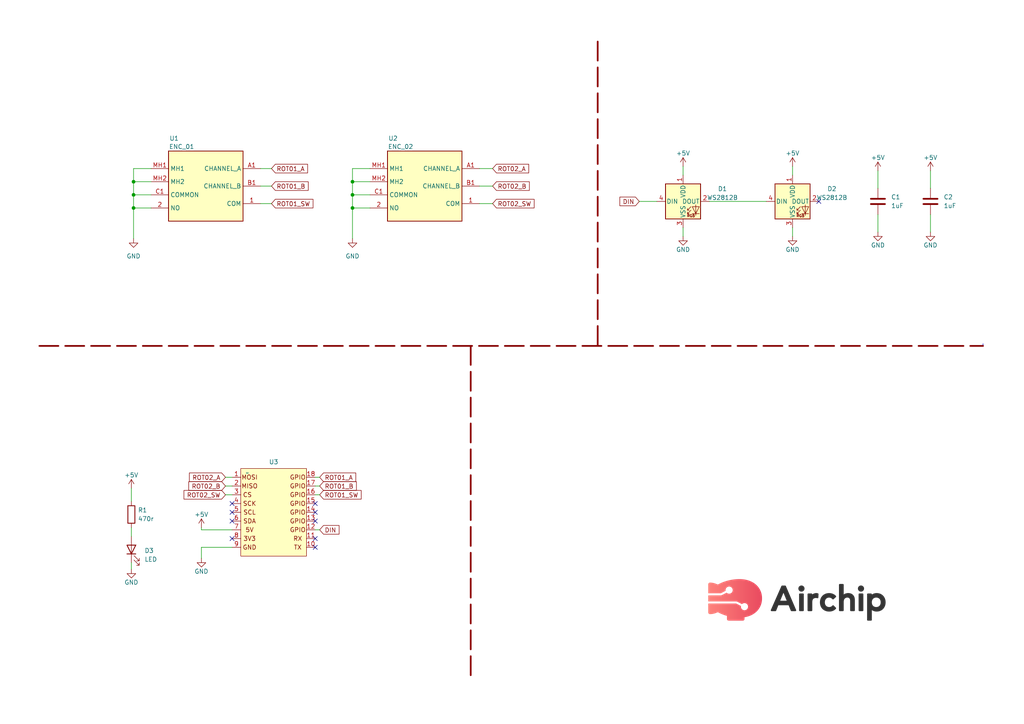
<source format=kicad_sch>
(kicad_sch (version 20230121) (generator eeschema)

  (uuid 9667c1cb-37e1-497c-8caf-b0227b200eac)

  (paper "A4")

  (lib_symbols
    (symbol "Device:C" (pin_numbers hide) (pin_names (offset 0.254)) (in_bom yes) (on_board yes)
      (property "Reference" "C" (at 0.635 2.54 0)
        (effects (font (size 1.27 1.27)) (justify left))
      )
      (property "Value" "C" (at 0.635 -2.54 0)
        (effects (font (size 1.27 1.27)) (justify left))
      )
      (property "Footprint" "" (at 0.9652 -3.81 0)
        (effects (font (size 1.27 1.27)) hide)
      )
      (property "Datasheet" "~" (at 0 0 0)
        (effects (font (size 1.27 1.27)) hide)
      )
      (property "ki_keywords" "cap capacitor" (at 0 0 0)
        (effects (font (size 1.27 1.27)) hide)
      )
      (property "ki_description" "Unpolarized capacitor" (at 0 0 0)
        (effects (font (size 1.27 1.27)) hide)
      )
      (property "ki_fp_filters" "C_*" (at 0 0 0)
        (effects (font (size 1.27 1.27)) hide)
      )
      (symbol "C_0_1"
        (polyline
          (pts
            (xy -2.032 -0.762)
            (xy 2.032 -0.762)
          )
          (stroke (width 0.508) (type default))
          (fill (type none))
        )
        (polyline
          (pts
            (xy -2.032 0.762)
            (xy 2.032 0.762)
          )
          (stroke (width 0.508) (type default))
          (fill (type none))
        )
      )
      (symbol "C_1_1"
        (pin passive line (at 0 3.81 270) (length 2.794)
          (name "~" (effects (font (size 1.27 1.27))))
          (number "1" (effects (font (size 1.27 1.27))))
        )
        (pin passive line (at 0 -3.81 90) (length 2.794)
          (name "~" (effects (font (size 1.27 1.27))))
          (number "2" (effects (font (size 1.27 1.27))))
        )
      )
    )
    (symbol "Device:LED" (pin_numbers hide) (pin_names (offset 1.016) hide) (in_bom yes) (on_board yes)
      (property "Reference" "D" (at 0 2.54 0)
        (effects (font (size 1.27 1.27)))
      )
      (property "Value" "LED" (at 0 -2.54 0)
        (effects (font (size 1.27 1.27)))
      )
      (property "Footprint" "" (at 0 0 0)
        (effects (font (size 1.27 1.27)) hide)
      )
      (property "Datasheet" "~" (at 0 0 0)
        (effects (font (size 1.27 1.27)) hide)
      )
      (property "ki_keywords" "LED diode" (at 0 0 0)
        (effects (font (size 1.27 1.27)) hide)
      )
      (property "ki_description" "Light emitting diode" (at 0 0 0)
        (effects (font (size 1.27 1.27)) hide)
      )
      (property "ki_fp_filters" "LED* LED_SMD:* LED_THT:*" (at 0 0 0)
        (effects (font (size 1.27 1.27)) hide)
      )
      (symbol "LED_0_1"
        (polyline
          (pts
            (xy -1.27 -1.27)
            (xy -1.27 1.27)
          )
          (stroke (width 0.254) (type default))
          (fill (type none))
        )
        (polyline
          (pts
            (xy -1.27 0)
            (xy 1.27 0)
          )
          (stroke (width 0) (type default))
          (fill (type none))
        )
        (polyline
          (pts
            (xy 1.27 -1.27)
            (xy 1.27 1.27)
            (xy -1.27 0)
            (xy 1.27 -1.27)
          )
          (stroke (width 0.254) (type default))
          (fill (type none))
        )
        (polyline
          (pts
            (xy -3.048 -0.762)
            (xy -4.572 -2.286)
            (xy -3.81 -2.286)
            (xy -4.572 -2.286)
            (xy -4.572 -1.524)
          )
          (stroke (width 0) (type default))
          (fill (type none))
        )
        (polyline
          (pts
            (xy -1.778 -0.762)
            (xy -3.302 -2.286)
            (xy -2.54 -2.286)
            (xy -3.302 -2.286)
            (xy -3.302 -1.524)
          )
          (stroke (width 0) (type default))
          (fill (type none))
        )
      )
      (symbol "LED_1_1"
        (pin passive line (at -3.81 0 0) (length 2.54)
          (name "K" (effects (font (size 1.27 1.27))))
          (number "1" (effects (font (size 1.27 1.27))))
        )
        (pin passive line (at 3.81 0 180) (length 2.54)
          (name "A" (effects (font (size 1.27 1.27))))
          (number "2" (effects (font (size 1.27 1.27))))
        )
      )
    )
    (symbol "Device:R" (pin_numbers hide) (pin_names (offset 0)) (in_bom yes) (on_board yes)
      (property "Reference" "R" (at 2.032 0 90)
        (effects (font (size 1.27 1.27)))
      )
      (property "Value" "R" (at 0 0 90)
        (effects (font (size 1.27 1.27)))
      )
      (property "Footprint" "" (at -1.778 0 90)
        (effects (font (size 1.27 1.27)) hide)
      )
      (property "Datasheet" "~" (at 0 0 0)
        (effects (font (size 1.27 1.27)) hide)
      )
      (property "ki_keywords" "R res resistor" (at 0 0 0)
        (effects (font (size 1.27 1.27)) hide)
      )
      (property "ki_description" "Resistor" (at 0 0 0)
        (effects (font (size 1.27 1.27)) hide)
      )
      (property "ki_fp_filters" "R_*" (at 0 0 0)
        (effects (font (size 1.27 1.27)) hide)
      )
      (symbol "R_0_1"
        (rectangle (start -1.016 -2.54) (end 1.016 2.54)
          (stroke (width 0.254) (type default))
          (fill (type none))
        )
      )
      (symbol "R_1_1"
        (pin passive line (at 0 3.81 270) (length 1.27)
          (name "~" (effects (font (size 1.27 1.27))))
          (number "1" (effects (font (size 1.27 1.27))))
        )
        (pin passive line (at 0 -3.81 90) (length 1.27)
          (name "~" (effects (font (size 1.27 1.27))))
          (number "2" (effects (font (size 1.27 1.27))))
        )
      )
    )
    (symbol "LED:WS2812B" (pin_names (offset 0.254)) (in_bom yes) (on_board yes)
      (property "Reference" "D" (at 5.08 5.715 0)
        (effects (font (size 1.27 1.27)) (justify right bottom))
      )
      (property "Value" "WS2812B" (at 1.27 -5.715 0)
        (effects (font (size 1.27 1.27)) (justify left top))
      )
      (property "Footprint" "LED_SMD:LED_WS2812B_PLCC4_5.0x5.0mm_P3.2mm" (at 1.27 -7.62 0)
        (effects (font (size 1.27 1.27)) (justify left top) hide)
      )
      (property "Datasheet" "https://cdn-shop.adafruit.com/datasheets/WS2812B.pdf" (at 2.54 -9.525 0)
        (effects (font (size 1.27 1.27)) (justify left top) hide)
      )
      (property "ki_keywords" "RGB LED NeoPixel addressable" (at 0 0 0)
        (effects (font (size 1.27 1.27)) hide)
      )
      (property "ki_description" "RGB LED with integrated controller" (at 0 0 0)
        (effects (font (size 1.27 1.27)) hide)
      )
      (property "ki_fp_filters" "LED*WS2812*PLCC*5.0x5.0mm*P3.2mm*" (at 0 0 0)
        (effects (font (size 1.27 1.27)) hide)
      )
      (symbol "WS2812B_0_0"
        (text "RGB" (at 2.286 -4.191 0)
          (effects (font (size 0.762 0.762)))
        )
      )
      (symbol "WS2812B_0_1"
        (polyline
          (pts
            (xy 1.27 -3.556)
            (xy 1.778 -3.556)
          )
          (stroke (width 0) (type default))
          (fill (type none))
        )
        (polyline
          (pts
            (xy 1.27 -2.54)
            (xy 1.778 -2.54)
          )
          (stroke (width 0) (type default))
          (fill (type none))
        )
        (polyline
          (pts
            (xy 4.699 -3.556)
            (xy 2.667 -3.556)
          )
          (stroke (width 0) (type default))
          (fill (type none))
        )
        (polyline
          (pts
            (xy 2.286 -2.54)
            (xy 1.27 -3.556)
            (xy 1.27 -3.048)
          )
          (stroke (width 0) (type default))
          (fill (type none))
        )
        (polyline
          (pts
            (xy 2.286 -1.524)
            (xy 1.27 -2.54)
            (xy 1.27 -2.032)
          )
          (stroke (width 0) (type default))
          (fill (type none))
        )
        (polyline
          (pts
            (xy 3.683 -1.016)
            (xy 3.683 -3.556)
            (xy 3.683 -4.064)
          )
          (stroke (width 0) (type default))
          (fill (type none))
        )
        (polyline
          (pts
            (xy 4.699 -1.524)
            (xy 2.667 -1.524)
            (xy 3.683 -3.556)
            (xy 4.699 -1.524)
          )
          (stroke (width 0) (type default))
          (fill (type none))
        )
        (rectangle (start 5.08 5.08) (end -5.08 -5.08)
          (stroke (width 0.254) (type default))
          (fill (type background))
        )
      )
      (symbol "WS2812B_1_1"
        (pin power_in line (at 0 7.62 270) (length 2.54)
          (name "VDD" (effects (font (size 1.27 1.27))))
          (number "1" (effects (font (size 1.27 1.27))))
        )
        (pin output line (at 7.62 0 180) (length 2.54)
          (name "DOUT" (effects (font (size 1.27 1.27))))
          (number "2" (effects (font (size 1.27 1.27))))
        )
        (pin power_in line (at 0 -7.62 90) (length 2.54)
          (name "VSS" (effects (font (size 1.27 1.27))))
          (number "3" (effects (font (size 1.27 1.27))))
        )
        (pin input line (at -7.62 0 0) (length 2.54)
          (name "DIN" (effects (font (size 1.27 1.27))))
          (number "4" (effects (font (size 1.27 1.27))))
        )
      )
    )
    (symbol "PEC11R-4215F-S0024:PEC11R-4215F-S0024" (in_bom yes) (on_board yes)
      (property "Reference" "U1" (at 6.6907 10.0309 0)
        (effects (font (size 1.27 1.27)))
      )
      (property "Value" "ENC_01" (at 8.89 7.62 0)
        (effects (font (size 1.27 1.27)))
      )
      (property "Footprint" "PEC11R4215FS0024" (at 21.59 -87.3 0)
        (effects (font (size 1.27 1.27)) (justify left top) hide)
      )
      (property "Datasheet" "https://www.bourns.com/docs/product-datasheets/pec11r.pdf?sfvrsn=bb617cbf_12" (at 21.59 -187.3 0)
        (effects (font (size 1.27 1.27)) (justify left top) hide)
      )
      (property "Height" "21.5" (at 21.59 -387.3 0)
        (effects (font (size 1.27 1.27)) (justify left top) hide)
      )
      (property "Mouser Part Number" "652-PEC11R-4215F-S24" (at 21.59 -487.3 0)
        (effects (font (size 1.27 1.27)) (justify left top) hide)
      )
      (property "Mouser Price/Stock" "https://www.mouser.co.uk/ProductDetail/Bourns/PEC11R-4215F-S0024?qs=Zq5ylnUbLm5lAqmKF80wzQ%3D%3D" (at 21.59 -587.3 0)
        (effects (font (size 1.27 1.27)) (justify left top) hide)
      )
      (property "Manufacturer_Name" "Bourns" (at 21.59 -687.3 0)
        (effects (font (size 1.27 1.27)) (justify left top) hide)
      )
      (property "Manufacturer_Part_Number" "PEC11R-4215F-S0024" (at 21.59 -787.3 0)
        (effects (font (size 1.27 1.27)) (justify left top) hide)
      )
      (property "ki_description" "Rotary Encoder Mechanical 24 Quadrature (Incremental) Vertical 15mm SHAFT w/SWITCH" (at 0 0 0)
        (effects (font (size 1.27 1.27)) hide)
      )
      (symbol "PEC11R-4215F-S0024_1_1"
        (rectangle (start 5.08 6.35) (end 26.67 -13.97)
          (stroke (width 0.254) (type default))
          (fill (type background))
        )
        (pin passive line (at 31.75 -8.89 180) (length 5.08)
          (name "COM" (effects (font (size 1.27 1.27))))
          (number "1" (effects (font (size 1.27 1.27))))
        )
        (pin passive line (at 0 -10.16 0) (length 5.08)
          (name "NO" (effects (font (size 1.27 1.27))))
          (number "2" (effects (font (size 1.27 1.27))))
        )
        (pin passive line (at 31.75 1.27 180) (length 5.08)
          (name "CHANNEL_A" (effects (font (size 1.27 1.27))))
          (number "A1" (effects (font (size 1.27 1.27))))
        )
        (pin passive line (at 31.75 -3.81 180) (length 5.08)
          (name "CHANNEL_B" (effects (font (size 1.27 1.27))))
          (number "B1" (effects (font (size 1.27 1.27))))
        )
        (pin passive line (at 0 -6.35 0) (length 5.08)
          (name "COMMON" (effects (font (size 1.27 1.27))))
          (number "C1" (effects (font (size 1.27 1.27))))
        )
        (pin passive line (at 0 1.27 0) (length 5.08)
          (name "MH1" (effects (font (size 1.27 1.27))))
          (number "MH1" (effects (font (size 1.27 1.27))))
        )
        (pin passive line (at 0 -2.54 0) (length 5.08)
          (name "MH2" (effects (font (size 1.27 1.27))))
          (number "MH2" (effects (font (size 1.27 1.27))))
        )
      )
    )
    (symbol "moduler_pin:air" (in_bom yes) (on_board yes)
      (property "Reference" "U" (at 7.62 2.54 0)
        (effects (font (size 1.27 1.27)))
      )
      (property "Value" "" (at 0 0 0)
        (effects (font (size 1.27 1.27)))
      )
      (property "Footprint" "" (at 0 0 0)
        (effects (font (size 1.27 1.27)) hide)
      )
      (property "Datasheet" "" (at 0 0 0)
        (effects (font (size 1.27 1.27)) hide)
      )
      (symbol "air_1_1"
        (rectangle (start -1.905 1.27) (end 17.145 -24.13)
          (stroke (width 0) (type default))
          (fill (type background))
        )
        (text "3V3" (at 0.635 -19.05 0)
          (effects (font (size 1.27 1.27)))
        )
        (text "5V" (at 0.635 -16.51 0)
          (effects (font (size 1.27 1.27)))
        )
        (text "CS" (at 0 -6.35 0)
          (effects (font (size 1.27 1.27)))
        )
        (text "GND" (at 0.635 -21.59 0)
          (effects (font (size 1.27 1.27)))
        )
        (text "GPIO" (at 14.605 -16.51 0)
          (effects (font (size 1.27 1.27)))
        )
        (text "GPIO" (at 14.605 -13.97 0)
          (effects (font (size 1.27 1.27)))
        )
        (text "GPIO" (at 14.605 -11.43 0)
          (effects (font (size 1.27 1.27)))
        )
        (text "GPIO" (at 14.605 -8.89 0)
          (effects (font (size 1.27 1.27)))
        )
        (text "GPIO" (at 14.605 -6.35 0)
          (effects (font (size 1.27 1.27)))
        )
        (text "GPIO" (at 14.605 -3.81 0)
          (effects (font (size 1.27 1.27)))
        )
        (text "GPIO" (at 14.605 -1.27 0)
          (effects (font (size 1.27 1.27)))
        )
        (text "MISO" (at 0.635 -3.81 0)
          (effects (font (size 1.27 1.27)))
        )
        (text "MOSI" (at 0.635 -1.27 0)
          (effects (font (size 1.27 1.27)))
        )
        (text "RX" (at 14.605 -19.05 0)
          (effects (font (size 1.27 1.27)))
        )
        (text "SCK" (at 0.635 -8.89 0)
          (effects (font (size 1.27 1.27)))
        )
        (text "SCL" (at 0.635 -11.43 0)
          (effects (font (size 1.27 1.27)))
        )
        (text "SDA" (at 0.635 -13.97 0)
          (effects (font (size 1.27 1.27)))
        )
        (text "TX" (at 14.605 -21.59 0)
          (effects (font (size 1.27 1.27)))
        )
        (pin input line (at -4.445 -1.27 0) (length 2.54)
          (name "" (effects (font (size 1.27 1.27))))
          (number "1" (effects (font (size 1.27 1.27))))
        )
        (pin input line (at 19.685 -21.59 180) (length 2.54)
          (name "" (effects (font (size 1.27 1.27))))
          (number "10" (effects (font (size 1.27 1.27))))
        )
        (pin input line (at 19.685 -19.05 180) (length 2.54)
          (name "" (effects (font (size 1.27 1.27))))
          (number "11" (effects (font (size 1.27 1.27))))
        )
        (pin input line (at 19.685 -16.51 180) (length 2.54)
          (name "" (effects (font (size 1.27 1.27))))
          (number "12" (effects (font (size 1.27 1.27))))
        )
        (pin input line (at 19.685 -13.97 180) (length 2.54)
          (name "" (effects (font (size 1.27 1.27))))
          (number "13" (effects (font (size 1.27 1.27))))
        )
        (pin input line (at 19.685 -11.43 180) (length 2.54)
          (name "" (effects (font (size 1.27 1.27))))
          (number "14" (effects (font (size 1.27 1.27))))
        )
        (pin input line (at 19.685 -8.89 180) (length 2.54)
          (name "" (effects (font (size 1.27 1.27))))
          (number "15" (effects (font (size 1.27 1.27))))
        )
        (pin input line (at 19.685 -6.35 180) (length 2.54)
          (name "" (effects (font (size 1.27 1.27))))
          (number "16" (effects (font (size 1.27 1.27))))
        )
        (pin input line (at 19.685 -3.81 180) (length 2.54)
          (name "" (effects (font (size 1.27 1.27))))
          (number "17" (effects (font (size 1.27 1.27))))
        )
        (pin input line (at 19.685 -1.27 180) (length 2.54)
          (name "" (effects (font (size 1.27 1.27))))
          (number "18" (effects (font (size 1.27 1.27))))
        )
        (pin input line (at -4.445 -3.81 0) (length 2.54)
          (name "" (effects (font (size 1.27 1.27))))
          (number "2" (effects (font (size 1.27 1.27))))
        )
        (pin input line (at -4.445 -6.35 0) (length 2.54)
          (name "" (effects (font (size 1.27 1.27))))
          (number "3" (effects (font (size 1.27 1.27))))
        )
        (pin input line (at -4.445 -8.89 0) (length 2.54)
          (name "" (effects (font (size 1.27 1.27))))
          (number "4" (effects (font (size 1.27 1.27))))
        )
        (pin input line (at -4.445 -11.43 0) (length 2.54)
          (name "" (effects (font (size 1.27 1.27))))
          (number "5" (effects (font (size 1.27 1.27))))
        )
        (pin input line (at -4.445 -13.97 0) (length 2.54)
          (name "" (effects (font (size 1.27 1.27))))
          (number "6" (effects (font (size 1.27 1.27))))
        )
        (pin input line (at -4.445 -16.51 0) (length 2.54)
          (name "" (effects (font (size 1.27 1.27))))
          (number "7" (effects (font (size 1.27 1.27))))
        )
        (pin input line (at -4.445 -19.05 0) (length 2.54)
          (name "" (effects (font (size 1.27 1.27))))
          (number "8" (effects (font (size 1.27 1.27))))
        )
        (pin input line (at -4.445 -21.59 0) (length 2.54)
          (name "" (effects (font (size 1.27 1.27))))
          (number "9" (effects (font (size 1.27 1.27))))
        )
      )
    )
    (symbol "power:+5V" (power) (pin_names (offset 0)) (in_bom yes) (on_board yes)
      (property "Reference" "#PWR" (at 0 -3.81 0)
        (effects (font (size 1.27 1.27)) hide)
      )
      (property "Value" "+5V" (at 0 3.556 0)
        (effects (font (size 1.27 1.27)))
      )
      (property "Footprint" "" (at 0 0 0)
        (effects (font (size 1.27 1.27)) hide)
      )
      (property "Datasheet" "" (at 0 0 0)
        (effects (font (size 1.27 1.27)) hide)
      )
      (property "ki_keywords" "global power" (at 0 0 0)
        (effects (font (size 1.27 1.27)) hide)
      )
      (property "ki_description" "Power symbol creates a global label with name \"+5V\"" (at 0 0 0)
        (effects (font (size 1.27 1.27)) hide)
      )
      (symbol "+5V_0_1"
        (polyline
          (pts
            (xy -0.762 1.27)
            (xy 0 2.54)
          )
          (stroke (width 0) (type default))
          (fill (type none))
        )
        (polyline
          (pts
            (xy 0 0)
            (xy 0 2.54)
          )
          (stroke (width 0) (type default))
          (fill (type none))
        )
        (polyline
          (pts
            (xy 0 2.54)
            (xy 0.762 1.27)
          )
          (stroke (width 0) (type default))
          (fill (type none))
        )
      )
      (symbol "+5V_1_1"
        (pin power_in line (at 0 0 90) (length 0) hide
          (name "+5V" (effects (font (size 1.27 1.27))))
          (number "1" (effects (font (size 1.27 1.27))))
        )
      )
    )
    (symbol "power:GND" (power) (pin_names (offset 0)) (in_bom yes) (on_board yes)
      (property "Reference" "#PWR" (at 0 -6.35 0)
        (effects (font (size 1.27 1.27)) hide)
      )
      (property "Value" "GND" (at 0 -3.81 0)
        (effects (font (size 1.27 1.27)))
      )
      (property "Footprint" "" (at 0 0 0)
        (effects (font (size 1.27 1.27)) hide)
      )
      (property "Datasheet" "" (at 0 0 0)
        (effects (font (size 1.27 1.27)) hide)
      )
      (property "ki_keywords" "global power" (at 0 0 0)
        (effects (font (size 1.27 1.27)) hide)
      )
      (property "ki_description" "Power symbol creates a global label with name \"GND\" , ground" (at 0 0 0)
        (effects (font (size 1.27 1.27)) hide)
      )
      (symbol "GND_0_1"
        (polyline
          (pts
            (xy 0 0)
            (xy 0 -1.27)
            (xy 1.27 -1.27)
            (xy 0 -2.54)
            (xy -1.27 -1.27)
            (xy 0 -1.27)
          )
          (stroke (width 0) (type default))
          (fill (type none))
        )
      )
      (symbol "GND_1_1"
        (pin power_in line (at 0 0 270) (length 0) hide
          (name "GND" (effects (font (size 1.27 1.27))))
          (number "1" (effects (font (size 1.27 1.27))))
        )
      )
    )
  )

  (junction (at 38.735 52.705) (diameter 0) (color 0 0 0 0)
    (uuid 39c770e8-36e2-4395-9d0d-bffa4cb64f21)
  )
  (junction (at 38.735 60.325) (diameter 0) (color 0 0 0 0)
    (uuid 42d8d169-0c14-47c1-bc87-9cc17c2b9f50)
  )
  (junction (at 102.235 52.705) (diameter 0) (color 0 0 0 0)
    (uuid 860955a8-e8b4-4bb3-a42d-ab528404dd32)
  )
  (junction (at 102.235 60.325) (diameter 0) (color 0 0 0 0)
    (uuid ac761c2e-7950-48b2-aad1-8528a59564c2)
  )
  (junction (at 102.235 56.515) (diameter 0) (color 0 0 0 0)
    (uuid adc381df-dfba-4b85-b61c-a198ea88232c)
  )
  (junction (at 38.735 56.515) (diameter 0) (color 0 0 0 0)
    (uuid d3979081-8ed1-46f9-859e-04f68b034653)
  )

  (no_connect (at 67.31 148.59) (uuid 155e117a-bf5d-4abf-a432-088a603ad36a))
  (no_connect (at 67.31 151.13) (uuid 23e41896-1a93-4696-abbf-77ef536fc4e8))
  (no_connect (at 237.49 58.42) (uuid 26ad7d5a-42a3-41be-b891-cc6aacbc38c4))
  (no_connect (at 67.31 146.05) (uuid 82947c65-805f-4765-883c-d034b9538ad7))
  (no_connect (at 67.31 156.21) (uuid 8389308b-d907-4849-bffb-a997c7aec35b))
  (no_connect (at 91.44 151.13) (uuid b09cdf0e-e8b5-4412-a339-f485ad371e62))
  (no_connect (at 91.44 148.59) (uuid b0c4a694-99bf-440a-a544-a5673e61cfe7))
  (no_connect (at 91.44 158.75) (uuid b68890fb-24e4-4c74-86c5-550778c80e72))
  (no_connect (at 91.44 156.21) (uuid c7752043-fd27-4a27-83af-fddd7b23858d))
  (no_connect (at 91.44 146.05) (uuid dd2544da-9069-42dc-9d5c-743559ea8435))

  (wire (pts (xy 269.875 62.23) (xy 269.875 67.31))
    (stroke (width 0) (type default))
    (uuid 008b7f77-6f48-4e2a-8d80-47a76144d2ba)
  )
  (wire (pts (xy 92.71 143.51) (xy 91.44 143.51))
    (stroke (width 0) (type default))
    (uuid 0ff94dfc-a0e7-4250-b766-f6d49ac64bd1)
  )
  (wire (pts (xy 102.235 52.705) (xy 102.235 48.895))
    (stroke (width 0) (type default))
    (uuid 15e76691-c6fa-436d-973c-c60ced5bde7e)
  )
  (wire (pts (xy 102.235 60.325) (xy 102.235 69.215))
    (stroke (width 0) (type default))
    (uuid 16ab386e-f1dc-4390-85e5-1e05816a3f30)
  )
  (wire (pts (xy 75.565 59.055) (xy 78.74 59.055))
    (stroke (width 0) (type default))
    (uuid 2756a1e9-7c16-4430-9114-b498a7d9e435)
  )
  (wire (pts (xy 38.735 56.515) (xy 38.735 52.705))
    (stroke (width 0) (type default))
    (uuid 2df73b9f-50f8-4e1d-bb8c-987890b3200e)
  )
  (wire (pts (xy 102.235 52.705) (xy 107.315 52.705))
    (stroke (width 0) (type default))
    (uuid 362308b6-7e96-40d8-9bf2-760a3c357b6b)
  )
  (wire (pts (xy 229.87 68.58) (xy 229.87 66.04))
    (stroke (width 0) (type default))
    (uuid 38e91259-28b6-414a-9897-50e6b11fbe4c)
  )
  (wire (pts (xy 58.42 153.035) (xy 58.42 153.67))
    (stroke (width 0) (type default))
    (uuid 38fd3f05-07d2-4154-ac63-9fd9f49cd8fc)
  )
  (wire (pts (xy 38.1 165.1) (xy 38.1 163.195))
    (stroke (width 0) (type default))
    (uuid 39909f01-fd38-4c31-bf4e-9d0c44d93681)
  )
  (wire (pts (xy 139.065 59.055) (xy 142.875 59.055))
    (stroke (width 0) (type default))
    (uuid 3ad38c86-06b2-4651-938c-b3b572821986)
  )
  (wire (pts (xy 38.735 52.705) (xy 43.815 52.705))
    (stroke (width 0) (type default))
    (uuid 3bfc5085-70ea-4571-8100-68e46f3dd86f)
  )
  (wire (pts (xy 205.74 58.42) (xy 222.25 58.42))
    (stroke (width 0) (type default))
    (uuid 3c761009-4a0d-4529-b887-dd7028bd16f0)
  )
  (wire (pts (xy 38.1 145.415) (xy 38.1 141.605))
    (stroke (width 0) (type default))
    (uuid 3e77a0a9-78a4-478b-8d2a-222b0dccd276)
  )
  (wire (pts (xy 65.405 140.97) (xy 67.31 140.97))
    (stroke (width 0) (type default))
    (uuid 3fcb8182-b32a-473d-9256-0ed021f04993)
  )
  (polyline (pts (xy 136.525 100.33) (xy 136.525 197.485))
    (stroke (width 0.5) (type dash) (color 132 0 0 1))
    (uuid 44856c4e-6a9b-468d-b037-0ee3ebc9a987)
  )

  (wire (pts (xy 43.815 60.325) (xy 38.735 60.325))
    (stroke (width 0) (type default))
    (uuid 4abef2b7-3983-4c6c-a805-304d03210acd)
  )
  (wire (pts (xy 102.235 48.895) (xy 107.315 48.895))
    (stroke (width 0) (type default))
    (uuid 628e1bb6-62ef-43e3-a010-e5e88382c24d)
  )
  (wire (pts (xy 38.735 48.895) (xy 43.815 48.895))
    (stroke (width 0) (type default))
    (uuid 6561b6bd-aba1-4510-b6ad-76af4e9e8c22)
  )
  (wire (pts (xy 102.235 60.325) (xy 102.235 56.515))
    (stroke (width 0) (type default))
    (uuid 6f0441fa-af29-4801-9a57-323ebd2a2af5)
  )
  (polyline (pts (xy 285.115 99.695) (xy 285.115 100.33))
    (stroke (width 0) (type default))
    (uuid 7111dbbf-ab02-4f6c-9887-8c26e8aeb66c)
  )

  (wire (pts (xy 75.565 53.975) (xy 78.74 53.975))
    (stroke (width 0) (type default))
    (uuid 757fdd24-ccc3-4dbc-9d5b-91856d140f12)
  )
  (wire (pts (xy 139.065 48.895) (xy 142.875 48.895))
    (stroke (width 0) (type default))
    (uuid 7b573cb0-32e2-4740-9d87-e03ae893c953)
  )
  (wire (pts (xy 65.405 138.43) (xy 67.31 138.43))
    (stroke (width 0) (type default))
    (uuid 82de47cb-bd0a-481e-83c5-32d8785bd5e5)
  )
  (wire (pts (xy 198.12 68.58) (xy 198.12 66.04))
    (stroke (width 0) (type default))
    (uuid 889554b1-6d3c-453e-b05f-1c477d2841de)
  )
  (wire (pts (xy 254.635 49.53) (xy 254.635 54.61))
    (stroke (width 0) (type default))
    (uuid 8ec8db92-45c4-42bd-a735-8a4cdc51cd92)
  )
  (wire (pts (xy 92.71 140.97) (xy 91.44 140.97))
    (stroke (width 0) (type default))
    (uuid 8f407cc2-7d66-4804-8391-d528bcfc9970)
  )
  (polyline (pts (xy 173.355 12.065) (xy 173.355 100.33))
    (stroke (width 0.5) (type dash) (color 132 0 0 1))
    (uuid 92af19aa-bfda-4e29-b248-6012ca2ea99e)
  )

  (wire (pts (xy 102.235 56.515) (xy 107.315 56.515))
    (stroke (width 0) (type default))
    (uuid 94a41d73-811f-496d-985e-4f74474c3841)
  )
  (wire (pts (xy 38.735 52.705) (xy 38.735 48.895))
    (stroke (width 0) (type default))
    (uuid 96c6e2a9-f5a9-4e30-afee-7c2ac4ccdf9f)
  )
  (wire (pts (xy 92.71 153.67) (xy 91.44 153.67))
    (stroke (width 0) (type default))
    (uuid 98925676-e00c-4732-99bc-5e88a79c5d02)
  )
  (wire (pts (xy 229.87 48.26) (xy 229.87 50.8))
    (stroke (width 0) (type default))
    (uuid 9b63b529-be7b-4034-a492-3af0a212a3be)
  )
  (polyline (pts (xy 11.43 100.33) (xy 285.115 100.33))
    (stroke (width 0.5) (type dash) (color 132 0 0 1))
    (uuid 9b70043b-6648-4f51-afb4-1e8a1e5344a1)
  )

  (wire (pts (xy 38.735 60.325) (xy 38.735 56.515))
    (stroke (width 0) (type default))
    (uuid a06881a5-99e9-4440-9077-2a5bd8284f8e)
  )
  (wire (pts (xy 102.235 56.515) (xy 102.235 52.705))
    (stroke (width 0) (type default))
    (uuid a10be57a-e02e-474d-9980-7890caab70b0)
  )
  (wire (pts (xy 38.735 56.515) (xy 43.815 56.515))
    (stroke (width 0) (type default))
    (uuid a5eceaa0-9103-4772-a4c3-b111d2cddc9b)
  )
  (wire (pts (xy 198.12 48.26) (xy 198.12 50.8))
    (stroke (width 0) (type default))
    (uuid c2197aea-8e77-4cdf-b2e3-7bc3c6d5ba12)
  )
  (wire (pts (xy 139.065 53.975) (xy 142.875 53.975))
    (stroke (width 0) (type default))
    (uuid c308aa6a-2137-4f18-8616-439c7adf698f)
  )
  (wire (pts (xy 58.42 153.67) (xy 67.31 153.67))
    (stroke (width 0) (type default))
    (uuid c892e13c-16e1-499a-82a6-ef963d1c9616)
  )
  (wire (pts (xy 75.565 48.895) (xy 78.74 48.895))
    (stroke (width 0) (type default))
    (uuid cb1e6287-91d8-471f-8b29-2d0de60e3f62)
  )
  (wire (pts (xy 254.635 62.23) (xy 254.635 67.31))
    (stroke (width 0) (type default))
    (uuid cde93c4a-d470-44d8-942c-acd09f2250a2)
  )
  (wire (pts (xy 58.42 158.75) (xy 67.31 158.75))
    (stroke (width 0) (type default))
    (uuid d005ead9-7869-47b4-be51-187314763bfe)
  )
  (wire (pts (xy 38.1 153.035) (xy 38.1 155.575))
    (stroke (width 0) (type default))
    (uuid deb021e9-d59f-49af-88df-aeee026e4463)
  )
  (wire (pts (xy 185.42 58.42) (xy 190.5 58.42))
    (stroke (width 0) (type default))
    (uuid e2de9e08-1323-4314-ae23-dc0c7794c479)
  )
  (wire (pts (xy 58.42 161.925) (xy 58.42 158.75))
    (stroke (width 0) (type default))
    (uuid e59d4954-d747-40be-ad96-289d25e5d781)
  )
  (wire (pts (xy 65.405 143.51) (xy 67.31 143.51))
    (stroke (width 0) (type default))
    (uuid e921d2ba-4175-41b2-887e-eebfafd66a6b)
  )
  (wire (pts (xy 269.875 49.53) (xy 269.875 54.61))
    (stroke (width 0) (type default))
    (uuid ed41298d-5ac5-4d3d-be60-3c42b67acc2a)
  )
  (wire (pts (xy 107.315 60.325) (xy 102.235 60.325))
    (stroke (width 0) (type default))
    (uuid f3fb7a87-1af4-41f1-bf09-96ecbeb11756)
  )
  (wire (pts (xy 92.71 138.43) (xy 91.44 138.43))
    (stroke (width 0) (type default))
    (uuid fa088b9d-4589-40d6-b0c7-2a49f3c1c957)
  )
  (wire (pts (xy 38.735 60.325) (xy 38.735 69.215))
    (stroke (width 0) (type default))
    (uuid feadf6eb-ec83-4e25-9809-72a8ced8e4b9)
  )

  (image (at 231.14 173.99) (scale 0.303838)
    (uuid ec549bac-4156-4234-9d94-4a74f50ffbe4)
    (data
      iVBORw0KGgoAAAANSUhEUgAAB9AAAAHVCAYAAACpJWDwAAAABHNCSVQICAgIfAhkiAAAIABJREFU
      eJzs3XeYnGW9//F3SEKyCS0hARUVBCSKYvuiqKiAokRasKAeRUn4WSghFUTNsYAiICGNA6gQEBso
      TfEg6hFE8KjouRFsIAgiiEJCEwhJKJnfH88sKdtmdmfmnvJ+XddcuzzPPfd8dpjMzj6fpwxDkjrQ
      ox+ZPhzYnBKbA5sDW5S/dt82BbqATSkxFugqwSbl5SOBzYqZSpsAI4CNgTHFIjYFNuo3QKnXpSuB
      J8oDHgWeLsHjwBOUeILi+5XACuAx4N/l77tvD5eXPUiJh4AHgYc2P//MFZU+L5IkSZIkSZIkSZ1s
      WO4AklQLj3706E2BZ1NiIvAcYCKw5Tpft4TS+PL3W1GU4X0V2esrrfel95UDLKp+TGn9YZXM2ff8
      TwIPQel+4F5gObAMuJcS3cvuA+4G7tv862c9XeWjSZIkSZIkSZIktQULdElN7bGPHb0J8FxKbAPP
      3J4LbFOCZwFbU3wdDQxQNA+t7G7hAr3vhT0XPV0qCvV/lG/3UBTrdwJ3UOLOLb5x1oNVppEkSZIk
      SZIkSWoJFuiSsnnsYzOGUZTf2wLbQWnb8vfdt+fRfar0SntqC/R+xleWtYKn8BHgb8CdULoduLV8
      u22Lb3z5H1XllCRJkiRJkiRJaiIW6JLq6rHDZ4wCdijftn/m+xI7AC+guHZ4WT/VrQV6depboPe3
      YAUlbgP+AtwC/An4I3DbFt/88lP9TS1JkiRJkiRJkpSbBbqkIVtxxIzhJXg+8CJgJ0pMAiYBO1Gc
      br2nattvC/Tq5CvQ+5rgSYpC/Q/An4GbgN9t8c0v39Pfw0mSJEmSJEmSJDWSBbqkiq04YubGFCX5
      zlDaGXgp8EJgp9K6R5IPukC2QN9wQBsV6H1ZTokbgN+VKL4Ct4/71per/YklSZIkSZIkSZKGzAJd
      Ug8rjpw5HNgReDnwUkq8FNi5vGx4MWr9frPU53/0wQK9ogEdUKD39vw+BKXfAL8Grgd+M+5bX3mg
      ylklSZIkSZIkSZKqZoEudbgVR84cR1GUvxx4WfnrzkDXM4MqKGMt0Ac350ADOrRA722S2yhxPfAL
      4FrglnHf/opHqUuSJEmSJEmSpJqyQJc6yIqjZj4LCOAVQFBiV+B5A97RAr2foRbo1U3Q95wDFOgb
      Lrof+F/gOopC/Xfjvv2Vp6p8ZEmSJEmSJEmSpPVYoEttasVRs7YCXg2l3Vhbmj9nvUGVFp0W6P0M
      tUCvboK+56yyQN/QI8DPgauAqyjxp3EXeIS6JEmSJEmSJEmqjgW61AYenz5rLMUR5bsBrwZeU4Jt
      i7XVldKVj7NAr8WcAw2wQB/kvCXuo7tMhx+Nu+Ar/6wylSRJkiRJkiRJ6kAW6FILenz6rB2B1wOv
      A3YHXgJstG7BWOrlux4s0C3Q27dA39BNULoCuBL41bgLvvp0FbNJkiRJkiRJkqQOYYEuNbnHp88a
      TXFUeXdh/npgYq+DLdAt0Psd39EF+roLHwZ+AlxeKnHF+Au/+nAVM0uSJEmSJEmSpDZmgS41mceP
      nrUZRUn+Jkq8CdgVGFXRnS3QLdD7HW+B3mNJiacorp3+PeD74y/86t1VPIokSZIkSZIkSWozFuhS
      Zo8fPXs88CZgTyi9AXglsBEwpNLUAn0ok/Q+xgK9t5UtX6BvKAEXAxeNv/Crt1fxiJIkSZIkSZIk
      qQ1YoEsN9viM2ZsDb6TEXsBbgJfxzL/FDdo8C/R+V1mgVzu/BXqPJf3PeQNwEXDB+Au/+vcqHl2S
      JEmSJEmSJLUoC3SpzlbOmD26BG+kKMv3ojgl+0YVFXwW6P2uskCvdn4L9B5LKp/zeuACSlww/jtf
      XVZFEkmSJEmSJEmS1EIs0KUaWzlj9jCKo8rfVr69oQSjewy0QK8ukAV6dSzQK1pYRYHePcVTwP8A
      3wC+N/47X11Z5QySJEmSJEmSJKmJWaBLNbBy5uxnUWIfisL8rcDEdddXXvRaoFcz3gK92vkt0Hss
      Gdrz+ihwMZTOG/+ds6+rciZJkiRJkiRJktSELNClQVg5c/Zw4HXAZGBf4JVV99QW6NUFskCvjgV6
      RQuHWKCvu/BW4Bzg/PHfOdtTvEuSJEmSJEmS1KIs0KUKrZw5ZyLw9uJWmgxssd4AC/Tq5rVAr2iA
      Bfog5218gd7tKeByYCnwo/HfOXtNlY8gSZIkSZIkSZIyskCX+rFy1pyXAAdS4gDgtTzzb6a6cs8C
      fXBzDrTKAr3a+S3Qeyyp1/NauIMSZwHnjv/u2Q9W+UiSJEmSJEmSJCkDC3RpHStnzRkJvAk4AJgC
      bAcMuTS0QB/cnAOtskCvdn4L9B5L6lugd69aBVwInDH+u2f/X5WPKEmSJEmSJEmSGsgCXR1v5aw5
      YyhOzX4QRXG+eY9BFugDLrRAH9ycAw2wQB/kvM1VoK/r1yVYAFy25XfPfqrKR5ckSZIkSZIkSXVm
      ga6OtHLWnPHAfsA7gcnA6H7vYIE+4EIL9MHNOdAAC/RBztu8BXr3or8Di4ClW3737EerTCFJkiRJ
      kiRJkurEAl0dY+XsOVtRFObvosSewIiK72yBPuBCC/TBzTnQAAv0Qc7b/AV6t0cocTawaMuLzv5H
      lWkkSZIkSZIkSVKNWaCrra2aPXc8lN4BHFyCvYHhQA3KSAt0C/TazDnQAAv0Qc7bOgV694IngfOB
      U7a86Oy/VplKkiRJkiRJkiTViAW62k5RmvMO4GDgLVAaAYMoePsdb4FugV6bOQcaYIE+yHlbr0Dv
      tga4CEonbXnROTdVF06SJEmSJEmSJA2VBbrawqo5c7uAAynxfoprmm+8du0GRWSP/6iABfqACy3Q
      BzfnQAMs0Ac5b+sW6Osu/D5w/JYXnfO7irJJkiRJkiRJkqQhs0BXy1o1Z+4IitOyf4DiiPOx/ZVb
      FuiVZqh0nAV6LeYcaIAF+iDnbY8CvZtFuiRJkiRJkiRJDWKBrpazas7cXYEPAe8DJq630gK9l28t
      0KufpPcxFui9rbRAb0CB3u0y4D+3vOicP/f9gJIkSZIkSZIkaSgs0NUSVs2Zuw3FkeaHAjv3OdAC
      vZdvLdCrn6T3MRbova20QG9ggV6sKPFN4DNbXnzOnX0/sCRJkiRJkiRJGgwLdDWtVXPnjqHEQRSl
      +d7ARgPeyQK9l28t0KufpPcxFui9rbRAb3CB3r3qSeAM4MQtLz7n/r4HS5IkSZIkSZKkaligq+ms
      mjs3gP8HvJ8Sm1d1Zwv0Xr61QK9+kt7HWKD3ttICPVOB3u0R4FRgwZYXn/N433eSJEmSJEmSJEmV
      sEBXU1g195hxUDqEojh/+TMralhuWaBXmqHScRbotZhzoAEW6IOct3MK9G73AMcB397y4nOq/akk
      SZIkSZIkSVKZBbqyWTX3mGHAHsBHgXdCaVSPQRbo1bFAt0Dvd7wFeo8l7VOgd7semLXlxef8ut9R
      kiRJkiRJkiSpVxboarjVxxwzHvhQqcTHgBetXVO7Iq63hRbolWaodJwFei3mHGiABfog5+3cAr3b
      tynx8S0vOeeeikZLkiRJkiRJkiTAAl0NtPqYY14LHA68B+jqWVxZoFugW6BvOMACfZDzWqBDiceA
      40uwaMIl5zxV4b0kSZIkSZIkSepoQyrQ1xz/qS1KJV4KTAK2ADZdZ/VqYOUG3z9MiVXl7x8CHgAe
      HH78F1eitrT6mGO6gPcDR7Putc3prbiyQLdAt0DfcIAF+iDntUBf93n9E3DUhEvO+XmF95QkSZIk
      SZIkqWNVXaCvOf5TOwAfBPYHXlUqVTlH70XBKuBBYBlwLyXuBu4F/gncDdwJ/G34CSc9Xm1e5bH6
      mGO2A44EPgyM622MBXoFCy3Q+11lgV7t/BboPZZ0RoHe7ZvA3AmXnLOswhkkSZIkSZIkSeo4FZff
      a46ftxuU/pOiOH9GXcqHvue8F7ijBHcAtwA3A3+mxO0jPn/Sk1UmUY2tPuaYYcCewAzgQGCj/sZb
      oFew0AK931UW6NXOb4HeY0lnFehQ7Kw2F0rnT7hkabU/vSRJkiRJkiRJbW/AAn3N8fMmAqcChzas
      fBhgzl7Kh6eAW4Eby7ffQemGEZ8/+cEq02kQVh97zCjgEErMBl5S6f0s0CtYaIHe7yoL9Grnt0Dv
      saTzCvTulVcBH51wydI7KpxNkiRJkiRJkqSO0G+Bvub4eXsAFwDPLpY0bYHe16i7gV+Xb78Cbhjx
      +ZNXDxxSlVh97DETKE7TfhSwVbWlmQV6BQst0PtdZYFe7fwW6D2WdG6BDrAS+AywcMIlS5+ucFZJ
      kiRJkiRJktpanwX6muPnTQWWst5puFuuQN/QE8ANlPg5cA3wixFfOPmx/h9NG1p97LEvgtJs4EPA
      6GdWWKBXfvdKF1qg97vKAr3a+S3Qeyzp7AK92/XAoRMuWfqXCmeWJEmSJEmSJKlt9Vqgrzlh3uGU
      OKvnmpYv0Ddc9TTwf8DVwI+BX474wsleS70Pq4899nXAJ4H9odTztWOBXvndK11ogd7vKgv0aue3
      QO+xxAK920pKfApYMuHSpWsqfARJkiRJkiRJktpOjxJ0zQnz3gV8l9K6R553a7sCfUOPAj+lKNN/
      OOILJ9/df5L2t/rYY4cBkymK8zeuXTP00swCvYKFFuj9rrJAr3Z+C/QeSyzQN1x0LTB1wqVL/1bh
      o0iSJEmSJEmS1FbWK9DXnDDvhcDvgLFZy4d8BfqG424AvleC74088eQ/VHivtrD648eOoMTBwCeA
      l/UcYYFe2WP3s8oCvbpAFujVsUCvaKEFeq+LHgOmT7h06fkVPpIkSZIkSZIkSW3jmQJ9zQnzhgO/
      BnYF8pYPzVOgr/vlDihdClw48sRTUoUztJzVHz92Y+CDwCcpsUPfIy3QK3vsflZZoFcXyAK9Ohbo
      FS20QO930XeAwydcuvThCh9RkiRJkiRJkqSWt26BfhTwX8+ssUDvpXx45rvbKIqFb4888ZSbK5yt
      qZWL88OATwHPA+pTRK473AJ94IUW6P2uskCvdn4L9B5LLNAHmvcu4JAJly69rsJHlSRJkiRJkiSp
      pQ0DWHPCvC7gb8DWz6yxQO+vQF/X74CvUZTp91c4c9N44uPHdgEfKcExdBfn3SzQ+xlvgW6BXps5
      BxpggT7IeS3Qa/m6XQN8Hvj8hEuXPl3ho0uSJEmSJEmS1JK6C/TpwOnrrbFAr7RA7/YkJS6nKNOv
      HPnFU5q6ZHiiOOL8YxRHnD+rYUXkusMt0AdeaIHe7yoL9Grnt0DvscQCvZp5r6bEByZctvTeChNI
      kiRJkiRJktRyugv03wGvWG+NBXq1Bfq6q/8BnA2cPfKLp/yrwkdriCeOO3YEJaYBn2adI84t0Kud
      1wLdAr02cw40wAJ9kPNaoNfrdXsf8N4Jly39eYUpJEmSJEmSJElqKcPWnDBvEnBLjzUW6EMp0Ls9
      BXwfOHPkF0+5usJHrYsnjjt2I+AQ4DOU2GHD9Rbo1c5rgW6BXps5BxpggT7IeS3Q6/m6XQN8Fjhx
      wmVLq30GJUmSJEmSJElqasN6PX07WKCvM24IBfq6/gAsoMS3R550yhMVJqiJJ4479h3AicCLgbxF
      5LrDLdAHXmiB3u8qC/Rq57dA77HEAr26edcf8wPgkAmXLX2kwkSSJEmSJDWliBgBvACYAIzKHKfb
      CuDelNLduYNIktRphq05Yd4FwPt6rLFAr3WB3j3mPuC/gC+PPOmU+ytMMihPHPfxNwCnQOn1G2To
      JVYvLND7GW+BboFemzkHGmCBPsh5LdAb9br9C3DQhMuW9jyTjSRJkiRJTS4i9gSmA5OBsXnT9Ole
      4BJgUUrpr7nDSJLUCYatOWHejcDLe6yxQK9Xgd5tBXAOcOrIk065p8JEFXniuI/vDJwMHNBrMAt0
      C/Rq57dA72eoBXp1E/Q9pwX64Ofsb1wDXrePAodOuGzpZZUFkyRJkiQpr4gYT7Ft9h25s1ThSeAk
      4ISU0tO5w0iS1M6GrTlh3oPAuB5rLNDrXaB3exJK5wGnjjzpS0Pag/CJ4z6+HfBp4FBgeJ8PaoFu
      gV7t/Bbo/Qy1QK9ugr7ntEAf/Jz9jWvc67b0WeDzEy47t9pnVZIkSZKkhomI5wI/A3bMnWWQvge8
      J6X0ZO4gkiS1q2FrTphX8bZ1C/S6FOjdC9cAl1Oc3v1nI0/60poKZuOJT3x8I2B3SnwY+ADrFed9
      PKgFugV6tfNboPcz1AK9ugn6ntMCffBz9jeugQU6wIXAtAmXnbuqgtkkSZIkSWqoiOgCrgd2yZ1l
      iM5KKR2ZO4QkSe3KAr2CB2pQgb6uB0rwI+CXlLgFuJPilO9PABOArYGXArsB+wDPrqrxskC3QK92
      fgv0foZaoFc3Qd9zWqAPfs7+xjW4QAe4vgQHTbzs3HsrmFGSJEmSpIaJiJOAT+TOUSN7p5Suyh1C
      kqR2ZIFewQNlKNCrL80s0PsZb4FeyfhK5+1roQX64OYcaIAF+iDntUDPWaBTgruAAyZedu7vK5hV
      kiRJkqS6i4hxwN3A2NxZauR/U0pvyB1CkqR2tFHuAJIkqe08H7hu+UGH7Z07iCRJkiRJZe+mfcpz
      gN0jYvvcISRJakcW6JIkqR42A364/KDDDskdRJIkSZIk4E25A9TBHrkDSJLUjizQJUlSvYwEvrH8
      oMPa5fpykiRJkqTWtWPuAHXwgtwBJElqRxbokiSp3k5aftBhpy8/6LBhuYNIkiRJkjpWV+4AdbBZ
      7gCSJLUjC3RJktQI0ymORh+RO4gkSZIkSZIkSX2xQJckSY3yAeDS5Qcd1o57/UuSJEmSJEmS2oAF
      uiRJaqQDgCuWH3TY5rmDSJIkSZIkSZK0IQt0SZLUaHsBP7FElyRJkiRJkiQ1Gwt0SZKUw2uwRJck
      SZIkSZIkNRkLdEmSlMtrgGuWTzlsYu4gkiRJkiRJkiSBBbokScrrFcDVluiSJEmSJEmSpGYwIncA
      SZLU8V5KUaK/ceL3z304dxhJklSZiNgaeBEwCdgR2AzYpHwDeKx8ewS4DbgVuCWldF/j00qSJKmV
      RcSmwE4Unz93AsYDmwJblIesZu1nz7uAvwC3AH9PKT3d8MCSWpoFuiRJagYvBX68fMphb5v4/XP/
      nTuMpPYSEeOA/wAmA7sA4/ImesYqig07vwC+lVJKmfNI/YqI5wBvA/YE9ga2GeQ89wA/Ba4BfpxS
      +leNIkqSJKlNRMRYYC/gLeWvLwOGDWKqRyPiWuBq4Kcppd/XLqWkdjVszQnzSr2u6XVpz4Wl3u/d
      t0rmHWDOHqsrzFrp/BuOK224YCjzVvq8VjPngOMGfn6rfQorn6SfGSr5H1nD11dpwHHVzFtd1sqf
      3+r+LfR394pet0N6fZX6/q8a/lvob1XDXrc93gtqN+dAA6p+L+h3fGVZq3sKa/fvtp9XVPXz5vwd
      NsCqfL/DBphkyK/bXt51Bvce87/A2yZ+/9zHK7y3JPUpIoYBc4BPA5tnjlOJK4DpKaU7cweRukXE
      JsA7gA9RbLwczEbL/pQoyvRvAJemlFbUeH5JkgCIiBuBl+fOUWOLU0qzcoeQaiUiNqLYWfNDwLtY
      e2ajWroZ+DrwzZTSP+owv6Q24DXQJUlSM9kd+O/lUw7ryh1EUmuLiDHAfwPzaY3yHGA/4IaI2Ct3
      ECkiJkTEicA/KDYw7k3ty3PKc761/Bj3RMQXImJCHR5HkiRJTSoiRkbEVIpTrl8FHEp9ynOAFwMn
      AXdFxIURsUudHkdSC7NAlyRJzWYv4ILlUw4bnjuIpNZUPvL8ImDf3FkGYRxweUS029FRahERsUVE
      zAfuBD5FY3dA2RyYB9wZEadGxBYD3UGSJEmtKyI2iogPA7cD5wEvbODDDwPeC/w+Ir4XES9u4GNL
      anIW6JIkqRlNAb66fMq0ehzpJqn9HUVrlufdNgEujIiNcwdR54iIYRFxKHAbMBcYmzHOWOAY4LZy
      JkmSJLWZiNgV+C1wNvC8zHGmAH+IiNPK116X1OEs0CVJUrM6DDgxdwhJrSUiNgU+lztHDbyI4n1Q
      qruIeDZwJfA1oJlOnz4B+FpEXFnOKEmSpBZXPl37F4FfA6/KnWcdw4E5wB8jYvfcYSTlZYEuSZKa
      2SeXT5k2K3cISS3l/wFb5g5RI3Mjwr/ZVFcR8RbgJmCf3Fn6MRm4KSLenDuIJEmSBi8ingtcB3yS
      orBuRtsB10bEJ8uXB5PUgdwYI0mSmt3C5VOmvTt3CEnNLyKGAzNz56ihHSmKQ6kuIuJo4CfAxNxZ
      KjAR+J+ImJ47iCRJkqoXEbsBCdgtd5YKbAR8EfhORHTlDiOp8SzQJUlSK/jG8inTXpc7hKSmN4Xi
      aIF2MiN3ALWf8vXOvwQsobW2C2wEnB4Rp3g0kCRJUuuIiAOAnwFb5c5SpYOBqyJi89xBJDVWK/2h
      LEmSOtdo4PLlB07bPncQSU1tTu4AdbBPREzKHULto1w8nwkcmzvLEHwcONMSXZIkqflFxIHAJUCr
      Hsn9OuBqS3Sps1igS5KkVjEB+OHyA6eNzx1EUvOJiF2B3XPnqBNPWa1aOgU4PHeIGjgcOCl3CEmS
      JPUtIiYDFwMjc2cZolcBP4mIsbmDSGoMC3SpuTwN3Az8ADgdmAccAUwD3gt8sPz9TOBE4Dzg58C/
      coSVpAwmARcvP3DaiNxBJDWd2bkD1NHUiNgsdwi1vvI1z1v5yPMNHec10SVJkppTRLwSuIjWL8+7
      vQa4MCKG5w4iqf7c+Czl9SjwU4oS/JfA78ecvmj1YCZ6fPqsrYAA9gD2Al4NeEpDSe1oL2ARHpEp
      qSwitgHekztHHW1CsRPl4txB1Loi4s0Uvz/bzeKI+FNK6We5g0iSJKkQEVsC36P4W6ad7E9xYNsn
      cgeRVF/D1pwwr9Trml6X9lxY6v3efatk3gHm7LG6wqyVzr/huNKGC4Yyb6XPazVzDjhu4Oe32qew
      8kn6maGS/5E1fH2VBhxXzbzVZd1g1b+BSyhxIXDNmNMXPlllmoqsOGrW1sCBUHo/Ranes0wf0uur
      1Pd/1fDfQn+rGva67fFeULs5BxpQ9XtBv+Mry1rdU1i7f7f9vKKqnzfn77ABVuX7HTbAJEN+3fby
      27L+v8M+OvHy886u8FEktbGIOIn234DxV2BSSmlN7iBqPRHxbOAmYGLuLHWyHNglpXRf7iCSpOYV
      ETcCL8+do8YWp5Rm5Q4hrSsihgE/BCbnzlJHB6aUfpA7hKT68Qh0qXFuoDgt+3fHLFn4eL0fbOwZ
      i+4DzgbOXnHUzO2BjwIfAbx2sKR2ccbyA6fdMvHy867LHURSPhExBvhY7hwNsCPFBqgf5g6ilnQu
      7VueQ/GznQfsmzuIJEmSOJr2Ls8BlkbES1JKy3MHkVQfXgNdqr9rgb3HLFkYY5Ys/FojyvMNjT1j
      8R1jz1j8CWBbYC6wrNEZJKkORgIXLztw2ja5g0jK6lBgXO4QDTIjdwC1nog4lPbfgAnw9oj4UO4Q
      kiRJnSwitgO+mDtHA0ykOFhOUpuyQJfq5xZg/64lC/cYs2ThVbnDAIw9Y/FjY89YvADYATgeWJk5
      kiQN1VbARcsOnDYydxBJjVc+NWAnnbJyn4iYlDuEWkdEbA6cmjtHA80v/8ySJEnKYxEwNneIBnlv
      RLwldwhJ9WGBLtXeKoprcO7StWThFbnD9KZcpH8O2Bm4MnMcSRqq1wHzc4eQlMW+wE65QzTY9NwB
      1FI+SXufun1DEyn+FpMkSVKDRcQewJTcORpsQXnHbkltxgJdqq3fAi/rWrLwlK4lC5/KHWYgY89c
      fOfYMxfvC0wDHsmdR5KGYMayA6e9N3cISQ03O3eADKZGxGa5Q6j5RcQEOnOHi6PLP7skSZIa67O5
      A2TwMjpvpwGpI1igS7VzKvD6riULb8sdpFpjz1z8NeBVwA2Zo0jSUCxdduC0F+UOIakxImIXoBNP
      l7cJxc6P0kBm0Dmnz1zXWDpzxwFJkqRsIuK1wF65c2QyL3cASbVngS4N3Urg3V1LFn68FY4678vY
      MxffDuwOfDN3FkkapLHAhcsOnDY6dxBJDdGJR593mx4R/i2nPkXEGIoCvVPNioiu3CEkSZI6yCdz
      B8hoV6+FLrUfN7pIQ3Mf8MauxQsvyR2kFsaeuXjV2DMXf5DOPN2OpPbwcrweutT2ImIr4P25c2S0
      IzA5dwg1tYOAzXOHyGhz4B25Q0iSJHWCiJgI7Js7R2ZTcweQVFsW6NLg3QO8oWvxwpQ7SK2NPXPx
      CcBRuXNI0iAdtezAaQflDiGpro4ERuUOkVknH12sgR2aO0AT+GDuAJIkSR3i/cCI3CEye2dEbJI7
      hKTasUCXBuce4E1dixf+NXeQehl75uIzKTZOS1IrOnfZgdOelzuEpNqLiFHAEblzNIF9ImJS7hBq
      PhGxNbB37hxN4G3ls1VIkiSpvj6QO0ATGAO8M3cISbVjgS5V735gz67FC+/IHaTexp65+Czg2Nw5
      JGkQxgFfW3bAtGG5g0iquQ8AlmKF6bkDqCm9Ff/Wh+I5eFvuEJIkSe0sIrYEds2do0n42VNqI/5R
      LVVnFTClnY8839DYMxfPB07PnUOSBuHNeIpjqR3Nyh2giUyNiM1yh1DT2St3gCayZ+4AkiRJbW4v
      wIMXCm/JHUBS7VigS9X5aNfiBb/MHSKD2cBVuUNI0iCcsuyAaS/OHUJSbUTE3sAuuXM0kU2AablD
      qOm44W4tT2UvSZJUX+68udazIuJFuUNIqg0LdKlyZ3UtXvCN3CFyGHvW4qeB91Fc+12SWsko4JvL
      Dpg2MncQSTXh0ec9TY8I/64TABExHtg2d44msm1EjMsdQpIkqY15+vb1+XxIbcINLVJl/gTMyR0i
      p7FnLb4fOAQo5c4iSVV6FTAvdwhJQxMRk4B9c+doQjsCk3OHUNPwiJeefE4kSZLqZ1LuAE1mp9wB
      JNWGBbo0sKeBD3UtXrAqd5Dcxp61+BpgSe4ckjQIn1x2wLSX5g4haUhJ6ZcxAAAgAElEQVRm4rX1
      +jIjdwA1DTdg9uRzIkmSVAcRsTWwee4cTcadN6U2YYEuDWxB1+IFN+QO0UQ+BdyVO4QkVWlj4Lxl
      B0wbnjuIpOqVT0t9aO4cTWyf8hH60va5AzShF+QOIEmS1KZ2zB2gCfl5XGoTFuhS//4FnJA7RDMZ
      e9bix4G5uXNI0iDsSodfjkNqYR8FxuQO0eSm5w6gprBp7gBNyKOiJEmS6sPPnj352VNqExboUv/m
      dS1a8FjuEM1m7FmLLwZ+kTuHJA3C8csOmOoe0lILiYiRWA5XYmpEbJY7hLLbIneAJuRGTEmSpPrY
      JHeAJuROBVKbsECX+nYr8I3cIZrYvNwBJGkQuoAzc4eQVJWDgW1yh2gBmwDTcodQdm7E7MnnRJIk
      qT78nNWTz4nUJizQpb6d2LVowVO5QzSrsWctuRa4LncOSRqEty47YOp7c4eQVLHZuQO0kOkR4d94
      nW1N7gBNyOdEkiRJjeJnT6lNuHFF6t0/gQtzh2gBp+QOIEmDtGjZAVM91bHU5CLiDcCuuXO0kB2B
      yblDKCsvP9WTz4kkSVJ9PJI7QBN6NHcASbVhgS717uyuRQueyB2iBVwJ/C13CEkahGcBJ+YOIWlA
      s3IHaEEzcgdQVm7E7MmNmJIkSfXh56ye3HlTahMW6FJPJWBp7hCtYOxZS9bgcyWpdR257ICpL88d
      QlLvIuIFwDty52hB+0TEpNwhlM2DuQM0oQdyB5AkSWpT7rzZ079zB5BUGxboUk8/61q04O7cIVqI
      p7qX1Ko2AhbnDiGpT0fj3yuDNT13AGVzR+4ATcgzZkmSJNXHrbkDNCGfE6lNuEFK6uni3AFaydiz
      ltwO/DZ3DkkapD2WHTD14NwhJK0vIjYDPpw7RwubWn4O1Xluzh2gCfmcSJIk1UFK6SFgee4cTcYC
      XWoTFuhST1fkDtCCfpg7gCQNwanL9p/alTuEpPUcBmyaO0QL2wSYljuEsrgtd4Am5EZMSZKk+vlL
      7gBN5pbcASTVhgW6tL6buxYtuCt3iBb049wBJGkItgXm5g4hqRARw4GZuXO0gekR4d97HSal9Ahu
      tFvXn1NKj+YOIUmS1Mauzx2gyfwmdwBJteEGFWl91+UO0KJ+C6zMHUKShuATy/afunXuEJIAmAJs
      lztEG9gRmJw7hLK4KneAJvKz3AEkSZLanJ+31rojpXRn7hCSasMCXVrfr3IHaEVjz1ryFF4HXVJr
      Gwt8JncISQDMyR2gjczIHUBZuBFzLXcmkCRJqq+fA0/nDtEk/BwutRELdGl9N+YO0MJuyh1Akobo
      Y8v2n/rC3CGkThYRuwK7587RRvaJiEm5Q6jhfgo8kTtEE3gCuDp3CEmSpHaWUnoMz+ra7YrcASTV
      jgW6tNYa4M+5Q7SwP+YOIElDNBw4KXcIqcPNzh2gDU3PHUCNlVL6N3B57hxN4Pvl50KSJEn19fXc
      AZrAQ8APc4eQVDsW6NJa93QtWuCRGoN3R+4AklQD71q2/9TdcoeQOlFEbAO8J3eONjQ1IjbLHUIN
      50ZMnwNJkqRGuRhYmTtEZhemlFbnDiGpdizQpbXuzh2gxd2VO4Ak1cjxuQNIHWo6MCJ3iDa0CTAt
      dwg13I+Ae3OHyOhfwI9zh5AkSeoEKaVHgYty58js3NwBJNWWBbq0VidvYKqFZbkDSFKN7LNs/6mv
      zR1C6iQRMQb4WO4cbWx6RPi3XwdJKT0JnJI7R0ZfKj8HkiRJaoxTgFLuEJn8JKX0f7lDSKotN6JI
      az2SO0Ar2+SsJQ/TuR+SJLWfk3MHkDrMocC43CHa2I7A5Nwh1HDnAA/kDpHBA8BXc4eQJEnqJCml
      PwOX5s6RyUm5A0iqPQt0aa1/5w7QBtwJQVK72GPZ/lP3zB1C6gQRMQyYlTtHB5iRO4AaK6X0GPCl
      3DkyOCWl9HjuEJIkSR3oC3TeAVbXpJSuyR1CUu1ZoEuSJPXus7kDSB1iX2Cn3CE6wD4RMSl3CDXc
      EuBvuUM00N8ofmZJkiQ1WErpRmBp7hwNVAJm5w4hqT4s0KW1xuQO0AZ8T5HUTvb0WuhSQ7jBoXGm
      5w6gxkoprQKOzJ2jgY5IKa3OHUKSJKmDfQK4P3eIBjm9vNOApDZk2SWtNTZ3gDawae4AklRjn8od
      QGpnEbEL8JbcOTrI1IjYLHcINVZK6UfAeblzNMB5KaUf5w4hSZLUyVJKDwBH5M7RALcD83KHkFQ/
      FujSWhboQ/DYETM2z51BkurggGX7T31Z7hBSG/Po88baBJiWO4SymEmxka9d/RWYkTuEJEmSIKV0
      Me29A+eTwAdSSo/lDiKpfizQpbW2yh2gxT03dwBJqpNP5g4gtaOI2Ap4f+4cHWh6RPh3YIdJKT0K
      vBN4PHeWOngceKcbMCVJkprKUcBNuUPUydyU0vW5Q0iqLzecSGttnztAi3te7gCSVCcHL9t/6ra5
      Q0ht6EhgVO4QHWhHYHLuEGq8lNLvgUOANbmz1NAaiqN//pA7iCRJktZKKa0EDgTuzZ2lxr6SUjo9
      dwhJ9WeBLq219cpZc7yG9+BZoEtqV8OBo3OHkNpJRIyiM66L16w81XWHSildBkzPnaOGjkopfS93
      CEmSJPWUUroLeDvwSO4sNXI5xZH1kjqABbq0vh1zB2hhu+QOIEl19JFl+091Jyupdj6Al8/JaZ+I
      mJQ7hPJIKZ0FfCJ3jho4NqX05dwhJEmS1LeU0o3A22j9Ev0HwMEppadzB5HUGBboUuFfFEdBeeq/
      wds1dwBJqqPNgP+XO4TURmblDqC2OgpZVUopnQIcTmuezn0NcHhKaX7uIJIkSRpY+XrhewHLcmcZ
      pIuBd6eUnsgdRFLjWKCr0z0AfBzYoWvRgi93LVrwVO5ArWjFETNGAK/MnUOS6mzWsv2nDs8dQmp1
      EbE3nrmmGUyNiM1yh1A+KaWvAAcBj+XOUoXHgCnl7JIkSWoRKaUbgNcCN+fOUqUvAe+xPJc6jwW6
      OtUK4ASK4vzUrkULVuYO1OJeAYzOHUKS6mxbYL/cIaQ24NHnzWETYFruEMorpfQDYDdaY0Pmn4HX
      pJT+O3cQSZIkVS+l9DfgNcBFubNU4FHgvSml41JKpdxhJDWeBbo6zWpgMbBd16IFn+1atODfuQO1
      if1zB5CkBjkidwCplZWvu71v7hx6xvSI8G/CDpdS+jPF5ZjOyJ2lH2cAu6aUWqHolyRJUh9SSo+l
      lN4DHEZRUjejXwCvSCl9N3cQSfm4sUSd4mlgKbBT18IFs7oWLbg/d6A2MyV3AElqkH2W7T91h9wh
      pBY2ExiWO4SesSMwOXcI5ZdSejylNB3YA/hT7jzr+CPwppTS9JSSZw2TJElqEyml84AXA5fmzrKO
      h4HpwB4ppTtyh5GUlwW6OsF3gZ27Fi74cNfCBXflDtNuVhwx43kUp3CXpE4wDDg8dwipFUXEeODQ
      3DnUw4zcAdQ8UkrXUny2Pxy4O2OUu8sZXplSui5jDkmSJNVJSumelNK7gL2AazNGWQEsBHZMKZ2R
      UlqTMYukJmGBrnb2I+BVoxcueO/ohQtuzR2mjU3NHUCSGuyw+/abOip3CKkFfRQYkzuEetinfGp9
      CYCU0lMppa8AOwDTgEb+LXVr+TG3Tyl9JaX0VAMfW5IkSRmklK5JKe1BcTakHzXwoR8Gvghsl1Ka
      k1J6oIGPLanJjcgdQKqDXwCfGr3wNI9UqLMVR8zYCPhw7hyS1GDjgYOA7+QOIrWKiBhJcSo8Nafp
      wNG5Q6i5pJSeBL4WEecDrwM+BLwX2KLGD/UwcCHwjZTSL2s8tyRJklpE+WxI10bEdsAHy7cX1vhh
      nqIo6b8OXJ5SWl3j+SW1CQt0tZMbgXmjF572w9xBOsi+wPNzh5CkDA7DAl2qxsHANrlDqE9TI2Je
      SumR3EHUfFJKJeCXwC8jYgbwGuAtFKfa3BUYW+WUjwEJuLp8+01K6YnaJZYkSVIrSyndCXwe+HxE
      vJjis+eewBuArauc7ingFuAq4BrgZymlf9cqq6T2ZYGudnAb8BngO6MXnlbKHabDHJM7gCRl8tb7
      9pv6/K2v+NpduYNILWJ27gDq1yYUp81enDuImlu56P5F+XY8QEQ8F9iJ4uigTSleT91HqT9MUZg/
      SvF3260ppX80OLYkSZJaVErpZuBm4L8AImILYFL5Np7ic+cmFF3XCtZ+9ryLojj/W/nMSpJUFQt0
      tbK7gROAr41ecJrXxmuwFUfM2JPiujSS1ImGAVMpfg9J6kdEvIHiKFU1t+kRcXpKaU3uIGot5UL8
      HxRHk0uSJEl1k1J6GLi+fJOkutkodwBpEB4A5gCTRi847RzL82xOzB1AkjI79L79pg7LHUJqAbNy
      B1BFdgQm5w4hSZIkSZKUm0egq5U8AiwAThu94LTHcofpZCuOmHkQlF6fO4ckZbY98FrgV7mDSM0q
      Il4AvCN3DlVsBvDD3CEkSZIkSZJyskBXK1gFnAGcPHrBaffnDtPpVhwxc1NgSe4cktQkPoAFutSf
      o/GsV61kn4iYlFL6S+4gkiRJkiRJubgxS83saeArwA6jF5x2jOV50/g88LzcISSpSbznvv2mjswd
      QmpGEbEZ8OHcOVS16bkDSJIkSZIk5WSBrmZUAi4AXjR6wWmHj15w2j9zB1JhxREzd6c4kkySVJgI
      7J07hNSkDgM2zR1CVZta3vlBkiRJkiSpI3kKdzWbHwCfHn3aaTflDqL1rThi5jjgW7jjjSRt6P3A
      lblDSM0kIoYDM3Pn0KBsAkwDFucOIkmSJEmSlINFmJrFz4HXjz7ttAMtz5vPiiNmbkRRnm+bO4sk
      NaED79vv0I1zh5CazBRgu9whNGjTI8K/FSVJkiRJUkfyCHTldgPwqdGnzf9x7iDq18nA23OHkKQm
      tRnwZuBHuYNITWRO7gAakh2Bt+H7miRJkiRJ6kAeVaBcbgbeDexqed7cVhw5czpwbO4cktTkDs4d
      QGoWEbErsHvuHBqyGbkDSJIkSZIk5WCBrka7m+Kaii8bfdr8S0afNr+UO9BgrZw5e1TuDPW24siZ
      HwBOz51DklrAgfftd+jw3CGkJjE7dwDVxOSIeGHuEJIkSZIkSY1mga5GuQ+YBew4av78r42aP/+p
      3IEGa+XMObFy5uwfA79bOXP2c3PnqZcVR878EPD13DkkqUVMAN6UO4SUW0RsA7wndw7VxDBgeu4Q
      kiRJkiRJjWaBrnr7N/CfFMX54lHz5z+RO9BgrZw5Z+eVM+dcDPwfxTUhXwz8fOXM2ZPyJqu9FUfO
      nAucj+8RklSNA3IHkJrAdGBE7hB19tXcARpoWkRsmjuEJEmSJElSI7X7xi3lswpYDJwyav78h3KH
      GYqVs+Y8nxInAIcAG56ed3vgVytnzn5n1+KF1zQ8XI2tOHLmSGAJcHjuLJLUgvYH5uQOIeUSEWOA
      j+XOUWd/AGYC7wK2zJylETYFpuIlfSRJkiRJUgfx6FLV2pPAmcD2o+bP/0Qrl+crZ83ZeuWsOYuB
      vwKH0rM87zYO+OnKGbOPXTlj9rCGBayxFUfO3Aa4CstzSRqsF96336FeL1id7FCKz0Xt7KyU0iqK
      M/V0iukR0bKfcSVJkiRJkqrlEeiqlaeBbwHHj5o//47cYYZi5aw5WwDHUhxdNLbCuw0HvgTstXLG
      7A93LVn4z3rlq4cVR848GDiLzjiSSpLqaX9gYe4QUqOVC9ZZuXPU2WPAN8vfn0XnnHFiJ2Af4Ee5
      g0hSpSJic+A5FDt2jQPGU/zdPgroAh4FnqK47NwT5a//BO5JKbXspedUfxHxzGsopfR07jxSq4iI
      EcBWwERgc2Cz8teR5SFblL+uBFaXv19B8f78b+Bh4IGU0v2NyixJtRIRmwFbU7zXbV7+ukl59ejy
      7Qng8fKyFRQHq64EHuy+pZRa9oDVVmSBrqF6iOIInMWj5s+/M3OWIVk5a04XRWl+HGs/tFXr7cAf
      Vs6YfSxwXteShaVa5auHFUfOfDbFBuApubNIUpuwQFen2peiaG1nX08pPQqQUvprRFwNvDlzpkaZ
      gQW6pCYTESOBXYCXAS8GJgEvBJ7P2g2Sg5n3PuBu4HbgT8BNwG9SSvcONbOaQ0SMBp63zu25wLNZ
      u8PFurdRFNtPexxgEREAJeCR8qLHWLuR+4Hy14eAfwB3AX8H7kopPVCfn0zKKyImUrwvTwJ2KN+2
      o9ihaasaPcZqih2e/gXcAdwK3Fb++qeU0up+7i5JdVHeSWgnis+kLyzfXgBsQ/E5Y0yNHqcE3M/a
      zxbdt78DfwFucWfQ2hm25oR5vRd8vS7tubBUbT1YybwDzNljdYVZK51/w3GlDRcMZd5Kn9dq5hxw
      3MDPb4WxngbuA/4Ipd9RbES7btSp81t6j9uVs+ZsDHwY+DTwrF4HVfKi67nol8DsriULfzO0hLW3
      4qiZXcBRlPhPij2e+lfBC6TU96pBzznQqmqnqHyS3sdU/GY56J+/54Cq3wv6HV9Z1uqewkH+/L2M
      7+cVVf28OX+HDbAq3++wASYZ8uu2l9+WOX+H9bty6K/bnq+dZxasBsZvfcX5j284QmpnEfFT4C25
      c9TZLimlP3b/R0S8C7g4Y55GKgGTUkq35Q4iqXNFxJbAG4E9gd0pivONGxjh78A1wNXAlSml5Q18
      bA1CRDyXYkP2hreaFHlD8DjFDhp/Lt/+WP7615TSUzmDtbuIuBF4ee4cNbY4pdTwM0FFxARgN+B1
      wKspntetG51jA08BNwO/A34D/AL4Q0ppTdZUktpKRAwHXkLx/rcbxfvfSyh2usvtaYpLEnd/vrgR
      +FVK6V9ZU7WoYWtOmNf7kbYW6Bbo6y98ctSpp66oME1LWDlrzkbAIcDnKPYG6tvQSsOLS3DimCUL
      b6wuYe2tOGrmCGAqxc+8zdBeXxbotZhzoAEW6IOc1wLdAr3flXUt0AH22fqK839S3YxS64qIXYDf
      585RZ9ellN607oLykY93k39DYaMsSSnNzB1CUueIiI0oSpn9KM50EnkTrWcN8CtgKXBBSmlV5jwd
      r1zm7Qq8pnx7NfmL8mqtAm6geG39BvhlSukfeSO1Fwv0wYuIcRQ7ML2F4ixML673Y9bII8B1wE+A
      H6aU/po5j6QWU/5M+kqK97+9KYrzQZ/tKJO7gV8D1wPXAsmdiwY2LHcAqdFWzp4zjBJTgBOBnSu6
      0xBLw/KqK4EzgCvHLFnY0DenFUfN3Br4WPn2nA2DDcgCvZ+hFujVTdD3nBbog5+zv3EW6BUurG2B
      ftrWV5x/THUzSq0rIs4FpuXOUWf/kVK6cMOFEfF54D8z5MnhUWCb7tPYS1I9RMQwiiN5Dgb+g+K0
      2s3uTuCjKaX/yR2kk0TEeOBNFBuy96LS7Tut51/AVcBPgf9JKf0zc56WZoFenYjYnuKyjwcCb6A9
      Lgd7O/B94CLg+pRStVuGJHWA8jXLJ1O8B04GxudNVHMPUpxV6ScUny/uzBunOVmgq6OsnD3nLcCJ
      lNitqjvWpkDvdhdwASW+Peb0hXU7WmvFUbM2BfaD0juBg4CRAwXrkwV6P0Mt0KuboO85LdAHP2d/
      4yzQK1xY2wL9pq2vOP8V1c0otaaI2Iris00znKqsXpYBz+vtOmIRsS3FtRc3aniqPGaklE7PHUK1
      VS4s96TYOPQqiiM2R+fMtI5VFP8Gb6DY2H1Nu23oLp+W/H0UBeALgC3zJlrPgxSnLb8a+G5K6b56
      PVBEPAc4lGKHrBfW63HqaA1weErp7NxB2llEvIpi+8a+FEeCdcrv33X9kaJM/2+K98SWvqxio1mg
      D6z8fvy+8u3VtZq3Sd0NfBs4N6V0a+4wnSQiXkjxGns98Dya52jep4EHgFuAHwOXppRW5o1UWxGx
      MbA/8HZgF4rPnj17gzxWAP+kOFL64pTSTY188IjYlOJzxgcoPps38lJBuf0R+B7FZ/4/5A7TLCzQ
      1RFWzZ6zWwm+SHGKoRqUkUMq0NddeDfFteSvAX4x5vSFd1WZ7BmPT5/VRYmg+ODxphK8Fdi4lkVc
      fwst0Ac350ADLNAHOa8FugV6vyvrXqADbLX1Fed7XUy1vYj4HPDZ3Dnq7IsppXl9rYyIH1BsgOgE
      twIvarcCs5NFxO7AfwGtsuPXjcD0lNL/5g4yVBExmuL9cxbNs8NCf1YDZwKfTinV7PJuEfFG4Gjg
      ncDwWs2bSQk4KKV0ee4g7aJ8jdE9KXbwOYiiZNFay4HLgYuBq1JKT2bO0/Qs0HsXESMoPs9+lOJI
      y07sDK4FzqYoj3rsOKvaKO+gsZDiTDOt8Dp7gOKMY19ph7+BIuJ9wJdond+nV1LsxF23Sy+UT8++
      D8VOnAfQGp/L6+12is8W30wp/TF3mJxa4U1KGrRVs+fuDKUvAlOqLnj7HV+zAn3DhQ9RXEP0NuAu
      SvwT+DfwMPBUedAmwKbARGA7YPvy15dQWnsqpV6qrKoyV5C17/+yQK94zoEGWKAPcl4LdAv0flc2
      pEA/eOsrzr+4ulml1hIRoyiOPm+164tWYw2wfUrp730NiIj9gR80LlJ2b08p/Sh3CA1dRMwG5tN6
      R3CuAeamlBblDjJY5Y3H/01xBG2ruZnifaDP98WBlDdUTqHYIP2qWgVrEvcDO6WUHsodpJVFxMuB
      D1IcAfaszHFaxUMUp6Q+L6X069xhmpUF+voiYgJwOHAkrXHJjEb4F8XOhV9OKT2YO0w7iYjXU5xR
      aELuLINwKfDBlNLjuYMMRnmHtLOAj+TOMgiPAe9LKV1Ry0kjYhvg/5Vvz6/l3G3m/4BzgQtSSg/n
      DtNoFuhqS6tmz90e+BxwCJSGwSAK3n7H161Ar3jOgR7IAn0ok/Q+xgK9t5UW6BboPVdaoAOwZOsr
      zp9Z3axSa4mIw4CluXPU2eUppSn9DSgXQX+jc/7ovjKltG/uEBqaiJgOtPrp+I9KKZ2ZO0S1ImJz
      4FfAi3NnGYLbgdemlO6v5k7lywW8F/gMrf3zD+TzKaXP5A7RasrXNJ8KfIj2Kzgb7c8UG7u/kVJa
      ljtMM7FAL0TEjsCxFP/ePNqydysoivT51f6+U0/lHaOuBTbLnWUIfkBxppk1uYNUKyLOBj6cO8cQ
      PAlMTildPdSJImJXijNAvYfmOXV9K1hFsSPJkpTS9bnDNEqr7Wku9WvV7LnPXjV77hkU1yn5IO4k
      IknKY4/cAaQGqNm1FpvYWQMNKG9A+WoDsjSLyeVrFqpFlTdgLsydowYWRcTLcocYhP+i9cvjHYBz
      qrlDROxDcS37C2j9n38gh+UO0Eoi4uURsRT4B3Aa7Vdu5rAzxRlG7omIb5XLAomI2DEivkax3fSj
      WJ73ZyxwHHBnRJxU3gFOg1A+c9l3ae3yHIrTe8/OHaJa5dO2t3J5DkXRfUFEjBvsBBHxtoj4GfBb
      ijPcWJ5XZzTwfuDXEfG/EfHu8uU/2poFutrCqjlzx62aM/dkij3hj8Q3QElSXrvct++h/oGtthUR
      ewO75M5RZ3cAP6lw7FLWXm6n3Q0DpucOoSH5EtAOGztGUvwsLSMiXg0ckjtHjUyJiD0HGhQRkyLi
      SuBHwCvqnqo5bFM+ulN9iIiNyhterwVupNjpoCtzrHY0gmJj928j4tqIOKh85hx1mIjYOiLOpCjO
      DwWGZ47USsYCnwBui4iPlU+FreocAeyUO0SNfC4itsgdolIRsTEt9nm5H1sBn6z2ThExOSJ+DfwY
      2LPWoTrU6ykuG/PXiJgZEW37Gc4PTWppq+bM3WTVnLnzKE6beRz+wSVJag4bAbvnDiHVUSccff7l
      Sk/Pl1K6F/henfM0k2kRsWnuEKpeROwEvC13jhrap8WKyiNyB6ixo/paERFjIuJk4A/A5MZFahov
      yh2gGUXEiIh4P/BHig2vb8wcqZO8EbgM+EtETO2Eo8ZUHPkbEZ8C/krxO8jyd/AmAl8GboiI1+YO
      02L6/LzQgjahuPRBq5gCPC93iBr6SPmMBgOKiNeVd9S7EtitvrE61rbAIuCOiDiqvMNGW7FAV0ta
      NWfuxqvmzJ1B8QHwC4BH+UmSms3rcweQ6iEiJgHtfg3s1RTXDq3Gl+sRpEltSnGdWrWediwyW+n9
      qJWyVmKf3o7Ei4g3A7+n2Mm9U88OZzm5jnJxPpXi6Ndv0f6n8W9mOwLnAbdExH94RHr7Kp8x6g/A
      iRSln2rj/7N332F6lmXC/7+BAFLSUBMU1gWpouDqiR1XVkUQdLGyP+UVk4DApiCQuLr2vuvaXpUk
      hJqgFNeugIqi2MB2oaCCBRSwICIliUCo+f1xT3xDSJlJ5rnPu3w/xzGHJjPzPF/S5pn7vK/r2hu4
      JCI+EhH+uq7H0NFPbbrZcTja9Hru+dkBo2wisM4bWCLi0RHxWeASvFGvLttRHVN1dUQc06Wb9HyR
      pFZZfsKcsctPmDOVanD+EWBKbpEkSWv15OwAaUBeS7WNd5d9spRy8wg/5xvAbwYR01CzIqLrfw66
      6HHZAQPQiv+miHg43fv+dRyw48ofRMSWETEPuIjqnHSJiDiEasX5Gfjnokl2Bs4Gfh4RL8uO0eiJ
      iIdGxCeArwG7Zvd01BjgWKq/Pw7o1m3v7IABaNNRZq14nTxCj13TTw7tfvRO4ErgxfUmacg/AAuA
      n0VEJ27ecICuVlh+wpwxy0+Y81Kqu9jPoFtbj0iSuunJNx70aodL6pSI2Jbq3MSuWzDSTyilrAAW
      DqClqXYDDsiO0Ig9PDtgAB6WHTBM22YHDMg4gIh4AnAZMCM3pzH+lh2QLSKeFBHfoTriZPfsHq3V
      Y4BPRcTFEfH47BhtnIg4mOra6WHZLT3xj8DFEfGOLq24HGVdPPapTa/puvja/0H/TUPD2quAtwDD
      2uJdA7UHcEFEnD+0g2FrOUBX4y0/Yc4BwI+AT+M2X5Kk9piAFwvVPUcBW2VHDNhPSynf38DPPYNq
      +/e+ODY7QCPWxRu72nJdY8vsgEGJiKOAS/Hc71Utzw7IEhFTht0bTjMAACAASURBVFa//hDYN7tH
      w/YsqrOdTxraMUMtMnTW+YnAecAjs3t6ZhPgrcA3I2K77BjV4iHZASPQxdf+f/9vGtpx40zgAuBR
      eUlai4Oodup4X0S06e/N37XlG0310PI5c562/IQ5FwNfASI5R5KkDfGU7ABptETEZsCs7I4azNvQ
      Tyyl3AJ8ahRbmu7AoXMNJfXXR6l233C1zwP1bgV6RGwSEUdTnXPu6td22gQ4Gvh1RBzpUS2t8Wjg
      B8DM7JCe2xcoEeE1AKkGQztu/AJ4VXaL1mks8B9U27o/KztmpBygq3GWz5mz9/I5c74IXEJ1B6wk
      SW21T3aANIpeDmyfHTFgS4BzNvIxRrz9e4uNoR83VUhaO89+XbPbswPqFBF7A98FTgImJudo400E
      TgG+FhE7ZcdovV4IuP1+MzwS+HZEONCTBuchq+y4MSU7RsO2C9WRFydFxPjsmOFygK7GWD5nzi7L
      58w5G/gp1Ys/SZLa7p+yA6RRdHx2QA0Wl1I2auhRSrkE+Pko9bTBtIjo4tmGkrQxerGFe0RsGhFv
      oDp272nZPRp1z6FaMfbaiPAasjQ8mwNnRsR/ZodIHfU63HGjzY4GroiIp2eHDIcvfpRu+Zy5j1w+
      Z+5JVNt8vYJuns0hSeqnx9940Kv9uqbWi4h96ceOCqO1erxPq9DHAVOzIySpYZZlBwza0MrkbwH/
      RTUwUjdtDfxf4KKI8GxtafjeGxEf8ygEadQ502y/f6TareNNEbFpdsy6+IdNaZbPmfuw5XPmvh+4
      hurOk0b/ZZEkaQOMozqTTmq747IDavDNUsovR+mxPkG/tu+d5cVBSXqATn8NiIhpwBXAM7JbVJv9
      qFaMHZwdIrXILGC+r5Ml6UE2Bd5NdYPeDtkxa+MAXbW7a+7ciXfNnft2qsH5XOAhuUWSJA2U27ir
      1YZWmL04u6MG80frgUopS4GzR+vxWmA34IDsCElqiPtLKfdkRwxCRDwkIk4HTge2ye5R7R4KnBcR
      H4oIdx2QhucYYEHTV1lKUpJnASUinpkdsiYO0FWbu+bOfejQ4Pxa4G3A+NQgSZLq8fjsAGkjzab7
      3zfcAHxhlB/zpFF+vKY7NjtAkhqik9u3R8SjgUuBadktSnc81darj8gOkVriaPr3vYEkDddkqpXo
      R2eHrK7rF8LUAHfNnfuUu+bOXQT8kWpwPiG3SJKkWu2ZHSBtqIgYDxyZ3VGDk0d7tWAp5TLgR6P5
      mA13YETsmh0hSQ3Que3bh7btLrizkv6fpwA/ioh9skOkljgyIt6eHSFJDbUZcFJELGjSLjdjswPU
      PXfNnTuG6puqlwCvAHbOLZIkKdVjsgOkjTAdGJcdMWD3AacM6LFPAp40oMdumjFU5zy+NjtEkpLd
      lR0wmiJiNvB/cRGOHmx74DsRMb2Uck52jNQCb4uIP5RSTs0OkaSGOgbYJSJeOnQ0XioH6Npod71u
      7lhgL1bwFOAZwPOotl2QJEmw640HvXrslAsW35sdIo3E0Dl9fRiGfrGU8scBPfa5wIfozw5M0yLi
      zaWUTm5fLEnDlH6xbzQMvQ74EB7RoXV7CHB2ROwJvLWUsiI7SGq4hRHxu1LKRdkhktRQzwW+GRHP
      L6X8JTNk7P3vfNOL1vieNb7cefBPrhjpy6LhPO56HvNB7x5m63Aff/WPW7H6T2zM4w7313Ukj7ne
      j1v/r+8wssZQXfjbDHg4rHgksAOwO7AL3owhSdLabEb1tfKX2SHSCB0C7JgdUYP5g3rgUsodEbGY
      /gwfxgFTgY8ld0hSpjuyAzZWRGxFdRPYC7Nb1BpvBnaIiNeUUrxxWFq7TYBPRkSUUq7LjpGkhnoi
      cElEHFBKuSYrYizwuawnlyRJ6onH4ABd7XNCdkANfg0MevXHQvozQAeYFREnugJNUo8tzw7YGBEx
      ATifaodBaSSmAg+NiH8rpdyZHSM12EOBz0bEvv5dkaS12hn4XkTsX0r5WUaA5xdJkiQN3i7ZAdJI
      RMQ+9OPC+YJBD3pLKVcC3x7kczTMbsAB2RGSlKi1W7hHxMOBC+nHawANxguB8yNiXHaI1HBPBD6c
      HSFJDTcF+EZE7JXx5A7QJUmSBm/n7ABphI7PDqjBncDimp5rYU3P0xR9WnEvSatr5RbuETEZ+Abw
      5OwWtd6/AF8f2s1A0todHREvyI6QpIZ7GElDdAfokiRJg+cAXa0REdsDh2Z31ODcUsqtNT3Xp4Gb
      anquJjgwInbNjpCkJHdlB4zU0Mrz7wCPy25RZzwZuDAitskOkRrutKEbmCRJa7dyiL5HnU/qAF2S
      JGnwHKCrTWYBY7MjajCvricqpdwNLKrr+RpgDNWfI0nqoyXZASMxtEr461RHcEij6cnAFyNiq+wQ
      qcEmAwuyIySpBR4GfC0idqjrCR2gS5IkDd6jbjzo1ZtlR0jrM3SB8+jsjhr8qJRSan7Ok4CBnrfe
      MNM8/1RST92ZHTBcQ1/3vwLsnd2izvoX4JyI2DQ7RGqwl7iVuyQNyw7ABXUdE+MAXZIkafA2pXqR
      JzXdq4FJ2RE1mF/3E5ZSfku1wq8vxgFTsyMkKcHy7IDhiIjNgS8BT81uUef9K/Ce7Aip4U50twZJ
      Gpa9gM8PvZYdKAfokiRJ9XCArkaLiDHAcdkdNbgVODfpuWsf3CebNfTnSpL6pC1buJ8KPDs7Qr0x
      NyL2zI6QGuwfgbdkR0hSS+wHLB709QYH6JIkSfVwgK6mO4h+nH96Rikla3XgecCfkp47w27AAdkR
      klSzxm/hHhFvAl6V3aFe2RSYmx0hNdxxEfEP2RGS1BL/H/Cfg3wCB+iSJEn18BthNd3x2QE1WZD1
      xKWUe4FTsp4/ybHZAZJUs0Zv4R4RhwLvzu5QL700IsZmR0gN9hDgXdkRktQi74qI5w/qwR2gS5Ik
      1WP77ABpbSJiL+A52R01uLCUcnVyw2nAfckNdTowInbNjpCkGjV2C/eI2AdYnN2h3hoP+JpAWrfD
      I2Lv7AhJaolNgLMjYpdBPbgkSZIG75HZAdI6uPq8JqWU31Nt5d4XY4BZ2RGSVKNGrkCPiEnAp6hW
      OEpZJmcHSA03BnhrdoQktchE4PMRseVoP7ADdEmSpHo4QFcjRcRk4JXZHTX4A/Cl7IghC7MDajYt
      IsZlR0hSTRo3QI+IMcCZwI7JKdIW2QFSC7wkIh6THSFJLfJY4EOj/aAO0CVJkurxsOwAaS1m0I+L
      mSeXUpqydfpXgd9lR9RoHDA1O0KSanJbdsAavB54QXaEBNyYHSC1wBiqf7clScN3TEQcMpoP6ABd
      kiSpHm5XqMaJiC2Af8/uqME9wCnZESuVUu4HTs7uqNmsoRWQktR1jVqBHhHPAN6d3SEBfwOuzI6Q
      WuKwiNghO0KSWub0iNh+tB7MAbokSVI9Jt540Ks3y46QVnMY/bi543OllD9nR6zmdKrBfl/sBhyQ
      HSFJNWjMAD0itgEWA5tmt0jAF0opfXrtI22MscBR2RGS1DLbAotG6+Z9B+iSJEn1mZAdIK3muOyA
      mizIDlhdKeUvwGezO2p2bHaAJNWgSVu4vx/YOTtCAlYAH8yOkFrmNRHhTfiSNDLPBaaPxgM5QJck
      SarP+OwAaaWIeC6wV3ZHDa4spVycHbEWJ2UH1OzAiNg1O0KSBuyu7ACAiDgAOCa7Qxoyr5Tyk+wI
      qWW2A16UHSFJLfTBiHjExj6IA3RJkqT6bJMdIK3C1ef5vgX8MjuiRmOAWdkRkjRIpZQ7sxsiYjzV
      USFSE3wDmJMdIbXUEdkBktRCE4D5G/sgDtAlSZLqs3V2gAQQEbsDB2V31OB24MzsiLUppawAFmZ3
      1GxaRIzLjpCkAVmaHTDkXcAjsyMk4EvAC0spd2eHSC21f0RMzo6QpBZ6UUS8ZGMewAG6JElSfVyB
      rqZ4LdVq4K47q5TSlGHG2iwG0lcr1mgcMDU7QpIGZHl2QEQ8AZiZ3SEBZwAvLqXckR0itdgmwKHZ
      EZLUUh+MiC039JMdoEuSJNXHAbrSRcS2wKuzO2qy0Vt2DVop5Vbgf7M7ajYrIvpwA4ek/km9ISoi
      NqE6umTTzA4J+B/giFLKfdkhUgcclh0gSS21I3DChn6yA3RJkqT6OEBXExwFbJUdUYNLSimXZ0cM
      U5PPaR+E3YADsiMkaQCWJD//kcBTkhukE0oprx86qkbSxntqRDwiO0KSWuqNEbH9hnyiA3RJkqT6
      uBpIqSJiM2BWdkdNWjOULqX8AGjLsH+0HJsdIEkD8NesJ46IbYB3Zj2/BNwDvKqU8uHsEKmDDs4O
      kKSW2gr47w35xLGjHCJJkqS1cwW6sr0c2KA7b1vmr8CnsiNGaAFwUnZEjQ6MiF1LKb/JDpGkUXRF
      4nPPBaYkPr/67U7gpaWUL2eHKNUtwJ+Am4BbgWWrvX9LYDyw3SpvGp4XAKdmR0gakfuAG4Abqf5N
      vBW4Yw0fNw6YCEwCHkH1es4jz0bXYRHxP6WUn43kkxygS5Ik1ccV6Mp2fHZATU4rpdyVHTFCZwMf
      oD832oyh2g3htdkhkjSKzst40ojYjmqArg33J+Ay4Brg2qG331Fty78EWF5K+fsZ9xGxBTCB6mL3
      JOAfht52Bh4DPBaYXFt9rpuBF5RSvp8dotrcDRTgUuCnwC+AX5VSbh/JgwztnPEY4HHAM4D9qP4O
      6cH2j4gtWvg9jtQHd1PtKPcj4Mqht98AN5RS7hvpgw3tHLg91dFne1K9pnjK0P/3uuKGGQO8C3jR
      SD7JAbokSVJ9tswOUH9FxL7APtkdNVgBLMyOGKlSyrKI+Djw79ktNZoWEW8upay+OkmS2uiXwDeT
      nvutwNZJz91Wvwa+AnwH+E4p5caRfPLQEOsvQ28ADxoeR8Q/Ak8H9gWeD+y0McEN9QfgeaWUq7JD
      NHB/Bj4NfBm4uJSyplWUI1JK+RvVwOlHwBkAEfFo4FDgMKrBuipbAU8DLk7ukFRdc7gU+BpwEfDD
      0by5pZRyD//vZr4LV/58RGxN9briucDzgH8arefsiUMi4omllMuG+wkO0CVJkuqzRXaAeu247ICa
      fLmU8rvsiA10Mv0aoI8DpgIfS+6QpNFwfCnl/rqfNCIeBbym7udtqcuBc4HP1HGESCnlOuA64ByA
      iNiD6jidw4DdB/38NbiKanj+h+wQDcy9wBepXqN+fUNWUo5UKeW3VGfV/ndEPA34D+AQ3M4Y4Jk4
      QJcyfYdq57jPjfTGu9EwtMvH14beXh8ROwIvpXpd8YS6e1rqvcCBw/1gB+iSJEn12Tw7QP0UETsB
      L87uqMmC7IANVUr5aURcSrW6pC9mRcSJpZQV2SGStBHeV0r5StJzvwGv763LHcCZwKmllJIZUkr5
      JdX2oe+KiKcCM4B/o53fI3yfatv2m7NDNBDLgVOAD5RSrs+KKKVcCrw4IvYE3g8clNXSEM+i+jdE
      Un1uodrh7rRSyjXZMasqpVwLfBD4YETsDRwDHI67Eq3LARHxpFLKj4bzwb7AliRJkrpvNrBJdkQN
      rgUuyI7YSAvp1wB9N+AAqm10JWkk7qM6o3rlmdV/otpO+6ah990G3A8sHfr4zam2wH0YsAPVdto7
      UW0RvDFba78P+M+N+PwNFhGPAKZlPHcL3Ax8GDipiUPeofPCvx8Rr6c6v/5o2nPB+8vAy0ZjC281
      0mLgLaWU32eHrFRKuRI4OCJeBJwETElOyvL0iBhbSrk3O0Tqgd8D/wUsKqXcmR2zPqWUK4AZEfEm
      qtcUc4GH5lY11uuojgpZLwfokiRJUodFxHjgyOyOmizM2D53lH2S6oL/pOyQGh2LA3RJ63cV8F2q
      la+XAVeWUu4ejQeOiElUW1/uAzyDapvc9f07fBXVtu1fHY2GDXQ88JDE52+iO4APAB8spSxd3wdn
      K6XcAMyJiPcB76Dajn/T3Kp1+jhwxND5rOqWXwJHllK+lx2yNqWUz0fEJcBZVGcA982WwN5UXwMl
      DcZfgLdTrTgfldeZdSql3Ep1BMaJwGupdiraJreqcV4SETsN5+g/B+iSJEn18dw2ZZhOddZ0190N
      nJ4dsbFKKcsjYjH9ObMe4MCI2LWO82gltcq9wEXAp4GvDPKc5aGLjd8YeiMiNqEaUjwLeCrwaGAL
      qm08rwDOBy7KvGlraOg/I+v5G+ps4D9KKX/MDhmpUspfgH+PiI9RHUfzz8lJa/JhYI7HrnTSPGBu
      KWV5dsj6lFL+EhEHAh8BZmb3JHgCDtClQbiX6uvcu9twA976lFL+BrwnIk6jWkk/NbeoUTYFTqDa
      qXGdHKBLkiTVpy3bMqojImJTqruO++BTQxefu+Ak+jVAHwPMoj9/ViWt26+ojrP4eCnlrxkBQ4Px
      nw69fSSjYRim4WvLlX4PHJV4Dv2oKaVcGRH7Ue0e9AFgfG7R3/1HKeX92REadXcAU0spn8oOGYlS
      yn3ArIhYStIRGomeCJyWHSF1TKHaXeXy7JDRVkr5MzAtIs4ETgZ2SU5qimkR8bZSyi3r+qA+nIMo
      SZIk9dUhwI7ZETVZkB0wWkopvwIuzu6o2bSI6MNOCZLW7gfAvwKPKaV8OGt43gZDK+T7uPJyTf4X
      2LsLw/OVSikrSimnAI8HLknOuR+Y5vC8k24EntG24fmqSilvBD6U3VGzJ2YHSB1yP/Be4KldHJ6v
      qpTyTaodLFq/a98o2Ro4fH0f5ABdkiRJ6q4TsgNqckWTz2vcQJ25IWCYxuG2clJf/RZ4KfC0UsqX
      3B56WA6g2la+z+4BZpZS/q2Uclt2zCCUUq6l2sr9PUkJdwKHlFIWJT2/Bue3wL6llJ9mh4yCucAX
      siNq9LjsAKkj/go8r5TyplLKvdkxdSil/K2UcgRwGNXX+L47cn0f4ABdkiSpPn/LDlB/RMQ+wDOy
      O2rSxWHz56lWBvXJrIgYkx0hqTb3Ua36eVwp5bMOzkdkVnZAsr8CzymlzM8OGbRSyn2llDcDLwaW
      1fjUtwH7l1LOq/E5VY8/AgeUUq7ODhkNQ187XgVck91Sk20i4pHZEVLLXQ48qZRyUXZIhlLK2cDT
      geuzW5I9NiKevq4PcIAuSZIkddPx2QE1WQZ8IjtitJVS7qZ/26vtRrWqUlL3XQf889CqH1fAjEBE
      /CPw/OyORNdRrZz9TnZInUopnweeSj0Xu/8IPLODu/sIllDdGNGJ4flKpZRlwCuptmPug12zA6QW
      u4jqNei12SGZhnYgeTrws+yWZEet650O0CVJkqSOiYjtgUOzO2pyZimlq7s7nAz0bUXmsdkBkgbu
      YiBKKdlnO7fVYUBfd+u4hmp4/qvskAyllCuphuiXDfBpfk11LvbPB/gcynEf8NJSylXZIYNQSvkh
      8NHsjprslh0gtdSXgINKKUuzQ5qglPJH4JnAD7NbEh0aEdus7Z0O0CVJkqTumQWMzY6oSRe3bwf+
      fvbpV7I7anZgRLiqRuquc6m2Dr45O6TFXpUdkOQaYL9Syh+yQzKVUm4Ang18cwAP/yOqGxSuG8Bj
      K9+be7Bd8duBPnx92SU7QGqhLwEvG9rpTUNKKUuA59HfIfqWVMfkrJEDdEmSpPrcnh2g7ouIrYCj
      sztq8u1Syi+yIwbspOyAmo3Bs32lrjoT+D9euNxwEfEkYI/sjgQ3Ud140evh+UpDF7tfAFwwig97
      IfAvpZSbRvEx1RxfB96XHTFoQ3833p3dUYMdsgOklvk6Ds/XapUhetevrazN/7e2dzhAlyRJqk9f
      zmRTrlcDk7IjajI/O6AG5wN9GxhMi4hx2RGSRtVngemllPuyQ1ru/2QHJLiTarvVa7JDmqSUcgfV
      iqkvjcLDfRJ4YSnFm327aQkwtZTSl2OBFtL9VeiPyA6QWuRyHJ6v19AQ/UDgj9ktCZ4XEduu6R0O
      0CVJkupzR3aAui0ixgDHZXfU5Ebgc9kRgzY0bDo5u6Nm44Cp2RGSRk2hWnnu8HwjRMQmwKHZHQmO
      KqX8ODuiiYaGAS9j47Zz/yjwCgcLnfaGoXNue6GUcicwL7tjwLbPDpBa4q/AIUPDYa3H0E4/LwLu
      ym6p2Vjg5Wt6hwN0SZKk+rgCXYN2ELBbdkRNTu3Rxd7TgL4NnmYN3RAiqd1uAV48NNDQxnkSsF12
      RM1OLKV8IjuiyYZeC70A+OoGfPobSymv7dHK5D66jP7diAlwKt3+3tsBurR+9wOHllKuyw5pk6Gb
      Fo/J7kiwxnPQHaBLkiTVx20RNWjHZwfU5H6q7Rl7oZTyJ+AL2R01243qHDZJ7XZkKeX32REdcUh2
      QM1+DrwuO6INhrZzfwHV2c/3DONTbgD+tZTyXwMNUxPMKaV0eZC8RkNfdy7K7higrSNi8+wIqeHe
      XUrZmB1aequUsgg4K7ujZvtFxNar/6QDdEmSpPq4hbsGJiL2Ap6T3VGTL/VwINObGwZWMSs7QNJG
      OauU0vmjNmrUpwH6vcBhpZTl2SFtUUq5t5TyFmB3qkH6r4BVV5bfBXyL6qif3Uopo3F2uprta6WU
      i7MjEn0yO2DAJmYHSA32Q+Bd2REtNwO4NjuiRlsAz139J8cmhEiSJPWV25dqkPqy+hxgQXZAgq8B
      1wA7Z4fU6OCI2LmUck12iKQRuw04ITuiKyJiV2DP7I4avb+UckV2RBuVUn4HvAV4S0RsQbXt/13A
      LT06+kaVd2YHJPsS1U0kXT0SaALwl+wIqYHuBqaVUu7NDmmzUsrSiDiaDTsipq0OZrWd/1yBLkmS
      VB9XoGsgImIy8MrsjppcQzVM7pWh80n7tgp9DK5Cl9rqPaUUL+yPnudnB9Tod7hqbFSUUu4qpVxX
      Svmzw/PeubSU8t3siExDX4Muy+4YIFegS2v2P6WUK7MjuqCUciH92sr9oNV/wgG6JElSfTwDXYMy
      g2rLqT5Y0MezHIecQXVHfZ9Mj4htsiMkjcjvgROzIzrm2dkBNfqPUoq7Nkkb56PZAQ3R5fOPH3RW
      ryR+D7w3O6JjXkd/rmVuHxF7rPoTDtAlSZLqsyw7QN0ztD3nv2d31OQuqiFyL5VS/gp8OrujZuOB
      w7MjJI3IBzy7evRExCbAP2d31ORS4DPZEVLL3QR8NjuiIbq8Cr8vN09LI/Gf3oQ3ukopNwDvy+6o
      0X6r/sABuiRJUn2WZAeokw4DJmdH1OTcUsot2RHJTsoOSDA7Irp6fqXUNTcDp2RHdMwTgUnZETV5
      y9CRJZI23Cfcsv/vfpQdMEBbZgdIDfNT4OzsiI76MNVr/D7Yb9UfOECXJEmqjyvQNQjHZQfUaEF2
      QLZSyneAX2R31GwPYP/sCEnDcoYrf0bdftkBNflBKeWi7AipAxwgDSml/An4a3aHpFq8w5vwBqOU
      8jfgA9kdNXnmqj9wgC5JklSfpdkB6paIeC6wV3ZHTS4rpfwgO6IhFmYHJJidHSBpWE7ODuigZ67/
      QzrBM0uljXdNKeXH2REN8/PsgAEZmx0gNcgvgS9kR3TcicBt2RE1eGRE7LLyBw7QJUmS6nHzlAsW
      358doc7p0+rz+dkBDXImcEd2RM0OjoidsyMkrdMPSim/yY7ooKdkB9TgOuC87AipA76YHdBAv80O
      GJBtsgOkBvmIq88Ha2gVel9ulP37a28H6JIkSfX4S3aAuiUidgcOyu6oyRLgnOyIpiilLAHOze6o
      2RhgVnaEpHU6KzugayJie2BKdkcNTiqleKOptPG+lB3QQFdnB0gaqNuobjDX4M0D+vB6LVb+Hwfo
      kiRJ9fhTdoA657VUQ8U+WFRK6duK6/Xp43nw0yPC1TZSc7nycfT1YfX5/cCi7AipA+4Evpcd0UB+
      Hy5129leK6hHKeV64MLsjhrss/L/OECXJEmqx43ZAeqOiNgWeHV2R436OCxep6HzLS/L7qjZeODw
      7AhJa3RFKeW67IgOivV/SOt9vZTy5+wIqQO+V0q5Ozuigfz3Req207MDeqYPv95PiIhNwAG6JElS
      Xf6YHaBOOQrYKjuiJt8opfwqO6Kh+ngu/OyI6MvOC1KbfC07oKP2Wf+HtJ5b/0uj49vZAQ11U3aA
      pIH5VSmlZEf0zHnA7dkRA7YNsBs4QJckSarLDdkB6oaI2Ix+nQU9Lzugwc4FlmVH1GwPYP/sCEkP
      cnF2QEc9JjtgwO6nuhAraeP9IDugoZZmB0gamM9mB/RNKeVO+vHabU9wgC5JklSX67MD1BkvB7bP
      jqjJn/BM3bUqpdwOLM7uSDA7O0DSg3w3O6BrImIb4B+yOwbsu6WUW7IjpI74YXZAQzlAl7rLAXqO
      z2QH1GB3cIAuSZJUFwfoGi3HZwfU6JRSyr3ZEQ13cnZAgoMjYufsCEl/9+tSym3ZER20e3ZADc7P
      DpA64nr/HV4rz4WXuukm4LLsiJ76OtUuQl22O8DY7ApJkqSecICujRYR+9KP81BXeltEvC07Qo0z
      huoYgz7dTCI12Y+zAzpqz+yAGnwjO0DqiCuyAySpZheWUro+xG2kUsqtEfED4GnZLQPkCnRJkqSa
      3DXlgsU3ZkeoE47LDpAaYvrQ9saS8v0sO6Cjur4CfRnwk+wIqSN+mR3QVK7Mlzrrm9kBPXdxdsCA
      7QEO0CVJkurw2+wAtV9E7AS8OLtDaojxwOHZEZIAuDI7oKN2yg4YsEtLKfdlR0gd8evsAEmq2SXZ
      AT333eyAAZsYERMdoEuSJA3eNdkB6oTZeAOstKrZETEmO0KSA/QB2SE7YMDc+l8aPX6/KalPbsWd
      N7Jdmh1Qg+29ACdJkjR4V2cHqN0iYjxwZHaH1DB7APtnR0g9dz9wXXZER3V9gF6yA6QO+VN2gCTV
      6CellBXZEX1WSrkVuDa7Y8B2cIAuSZI0eA7QtbGmA+OyI6QGmp0dIPXc70sp92RHdFTXB+iXZQdI
      HXJjdoAk1ejy7AAB3f99cIAuSZJUAwfo2mARsSnw2uwOqaEOjoidsyOkHrshO6CLImIKsHl2xwAt
      x50LpNFy99BKQEnqi59lBwjo/u/D9mPxBaukbtoc2Gro9KmHMQAAIABJREFUf7dMbpGkq7ID1GqH
      ADtmR0gNNQaYBRyfHSL11E3ZAR21XXbAgP3GrVelUeO/w5L6xkUqzdD134dHjN3kre/ZMbtCkgZp
      2Wtmbw08Etge2J3qvMwnAE+iGrJL0iDdPuWCxddnR6jVTsgOkBpuekS8pZTyt+wQqYfcNngwHpod
      MGC/yQ6QOsSdQCT1ja8jmqHrA/SJY7MLJGnQxp3ysdupvrD+Brh45c8ve82sTYHHA88DDgT2BTZN
      SJTUba4+1waLiH2AZ2R3SA03HjgcmJ8dIvXQzdkBHTUpO2DArs0OkDrkr9kBklSju0spf86OEAC/
      yw4YsEkO0CX11rhTTrwPuGzo7b+XHTlrMvASqguwT8tsk9QpDtC1MdyWWhqe2RGxwC2Bpdo5uBmM
      rg/QXTErjZ67sgMkqUa+hmiOvwArqI5V66KJm2QXSFJTjDv1xL+MO/XEk8adeuLTqVamLwSWJ2dJ
      ar+fZweonSJie+DQ7A6pJfYA9s+OkHrIAfpgdH2A/ofsAKlD7skOkKQaOUBviFLKvVRD9K6a5ABd
      ktZg3KknXjHu1BOPAR4NfAC4PTlJUntdnh2g1poFuGOUNHyzswOkHvL7pMHo+gC9yxdbpbr577Ck
      PrkpO0AP0OWbaV2BLknrMu7UE28Yd9qJrwN2Bj6Kd/ZKGrmfZgeofSJiK+Do7A6pZQ6OiJ2zI6Se
      8fujwdgqO2DAbs0OkDrk/uwASarRkuwAPUCXfz+2cIAuScMw7rQTbxx/2omvBXYBFgP3JSdJaocb
      p1yw+MbsCLXSq+n+6jNptI2h2rlBUn3uzQ7oqK6eJbnSbdkBUocszQ6QpBp1eWDbRp3+/XCALkkj
      MP60E68ff9qJU4G9gc8k50hqPlefa8QiYgxwXHaH1FLTI2Kb7AipR/6WHdBRE7IDBqzTF1slSdLA
      ePNms9ydHTBA4xygS9IGGH/aiVeOP+3ElwH7ABdm90hqrJIdoFY6CNgtO0JqqfHA4dkRkqR1ckc3
      SZK0Ibx5s1nuyg4YoE0coEvSRhh/2rwy/rR5BwD/Anw/u0dS4/wwO0CtdHx2gNRys4d2cpA0eF7E
      HIxNswMGqZTiCnRJkrQhXIHeLHdmBwySA3RJGgXjT5t38fjT5j0NOAS4IrtHUmP8ODtA7RIRewHP
      ye6QWm4PYP/sCKknvIg5GOOyAyRJkqQ+c4AuSaNo/Gnzvgg8ATgMuCY5R1KuP025YPEfsyPUOq4+
      l0bH7OwASdoIy7MDJEmSGmiL7AA9QKdv+nSALkmjbPzp8+4ff/q8s6lWP/07cENykqQcbt+uEYmI
      ycArszukjjg4InbOjpCkDeQAXZIk6cG2zA7QA3T52KF7HKBL0oCMP33eveNPn3cSsDPwOuDm5CRJ
      9fpudoBaZwbeTS2NljHArOwISdKDRUSXL7ZKkqTBeUh2gB5gq+yAAbrDAbokDdj40+fdOf70eR+g
      GqS/E7g9OUlSPb6XHaD2iIgtqHYtkTR6pkfENtkRkrQBuv49Y6e3+5QkSQMzPjtAD9Dp3w8H6JJU
      k/Gnz1sy/vR5bwN2BD6C2/JJXbYcuCw7Qq1yGDA5O0LqmPHA4dkRkrQB7skOGLAJ2QGSJKmVfA3R
      LF3+/bjTAbok1Wz86fP+Ov6MeccBuwOnAfclJ0kafT+acsHiu7Mj1CrHZQdIHTU7IsZkR0jSCHX9
      deTE7ABJktRKD88O0AN0+ffjVgfokpRk/Bnzrh9/xrwjgT2B/83ukTSqvp0doPaIiOcCe2V3SB21
      B7B/doQkjdCt2QED5q47kiRpQ+yQHaDK0FGED83uGKDbHKBLUrLxZ8z79fgz5v0b8ETgy9k9G+ku
      4E/Ab4HLgZ8D1wE3Afcndkl1uyg7QK3i6nNpsGZnB0jSCHV9gP7I7ABJktRKkyNi0+wIAfCI7IAB
      u3VsdoEkqTL+jHk/AQ5aOm3mM4H3AvsmJ63LzcClVGc8XwFcA/x24sdPWrq2T7jt/xwzBtgOeDSw
      K/AEYB8ggC0GHSzV6C6qvx/SekXE7sBB2R1Sxx0cETuXUq7JDpGkYer6AH377ABJktRKmwL/AFyb
      3CHYKTtgwG5zgC5JDTP+jHnfAZ65dNqMg4D3AP+UnASwAvgecB7VKvmfTfz4ghUjeYCJnzhpBXDD
      0Nv3gEUAtx12zEOApwH/OvT26FGrlnJ8f8r5i5dnR6g1Xgt4PrM0WGOAWcDx2SGSNExdH6Dvmh0g
      SZJaa2ccoDfBLtkBA+YKdElqqvFnzL9gybQZXwb+DXgnORcZfgecCnxi4pkLrh/EE0w866TlwDeH
      3o6/9bBjnga8GjgM2GYQzykN2DeyA9QOEbEt1b93kgZvekS8pZTyt+wQSRoGB+iSJElrtjsendgE
      u2cHDNgfPQNdkhpswhnzV0w4Y/65wJ7Aa4Df1/TU36VaDb7LxDMXvHdQw/M1mXTWSZdOOmvhMVTb
      +s2hOlNdapOvZAeoNY4CtsqOkHpiPHB4doQkDdMN2QED9pjsAEmS1Fp7ZQcI6P7vw5/G3v/ON719
      je9a48a8D/7JFSPawHeYj7uex3zQu4fZOtzHX/3jVqz+ExvzuMP9dR3JY67349b/6zvSX8LhP8g6
      HmE4v5Gj+OdrxXo/biSPO7LW4f/6juzvwro+fVh/bjfqz9eKtf9oFP8urOtd63mIu4AlwF+AnwFX
      jzvlY/cNo6yRJiyafy9w6pKpM84CjgHeBDx0AE/1I+A/J565IP0uvklnLVwKfOjWw44+kWrI9Fbg
      4blV0nrdDPw4O0LNFxGbUW0pLak+syNiQSllpK+yJaluNwD3UZ3z2UXbRsSjSim13agtSZI6ownH
      nar7vw9/HAu8LbtCkmpwx7LXzPo68Hngs+NOOXFJdtCGmLBo/p3Ah5dMnXEK1ersE6hWVG2sG4HX
      UW3V3qiLypPOWng3cOKtrzz6TKoh+nF090KS2u9rU85ffH92hFrh5VQ7bUiqzx7A/sCF2SGStC6l
      lPsi4gZgh+yWAdoHcIAuSZJGau+IGFtKuTc7pK8iYntgcnbHgP3BLdwl9cVWVFuSnw78ftlrZn1w
      2WtmPSq5aYNNWDT/bxMWzX8HsDPwQWD5RjzcImCPCWcu+PiEhg3PVzXp7IVLJ529cC4QwOXZPdJa
      fDU7QK1xfHaA1FOzswMkaZj+kB0wYE/ODpAkSa20FfCE7Iie2zc7oAa/d4AuqY/GUa3c/tWyI2d9
      eNmRsx6WHbShJiya/9cJi+bPBXYBFlJt8zdctwIvmXDmgmkTzlxw20ACB2DS2Qsvp7rY8r7sFmk1
      K4AvZ0eo+SJiX6pVV5Lqd3BE7JwdIUnDcF12wIDtlx0gSZJa6xnZAT339OyAAbuplHK7A3RJffYQ
      qu3Ar1125Kx3LDty1oTsoA01YdH8P05YNP8Yqq1Jz2H9J9FfBjxhwpkLPjfwuAGYdPbCuyedvfAN
      wAuB1gz/1Xnfn3L+4huzI9QKrj6X8owBZmVHSNIwdH2Avk9EjMuOkCRJrfTs7ICee052wID9EsAB
      uiTB1lRna1+z7MhZc5cdOWvL7KANNWHR/KsnLJr/SqptbM5by4d9Bth3wuIFrb8gM+nshecBTwN+
      l90isfa/c9LfRcROwIuyO6Semx4R22RHSNJ6/DI7YMA2pfsXXyVJ0mA8OyI2z47oo4jYAXhsdseA
      /QYcoEvSqh4KvB+4etmRs45ZduSssdlBG2rC4vmXT1g8/4VU29l8a5V3fQw4dMLiBXfmlI2+SWcv
      /CXwFOCn2S3qvS9kB6gVjsXX4FK28cDh2RGStB5XZQfU4AXZAZIkqZW2Bv45O6KnDswOqMFV4MU7
      SVqTRwILgF8uO3LWK5cdMau1/1ZOWDz/kgmL5+9H9YVt7oTFC46dsHjB/clZo27S2QtvojpD74fJ
      Keqv3045f/EvsiPUbBExHjgiu0MSALMjYkx2hCStQ9dXoAP8a0Rsmh0hSZJa6WXZAT3Vh1/3X4MD
      dElal52Bs4CfLDti1guzYzbGhMXzvzph8YIPZncM0qSzFy4Bngdcnt2iXvpUdoBa4QjAsz6lZtgD
      2D87QpLWppRyG3BDdseAPRx4bnaEJElqpUMiwhlnjSJiW/pxBM/PwQG6JA3H3sAXlx4x69KlR8za
      LztGa7fKEP3a5BT1jwN0rdPQ6qpjszskPcDs7ABJWo8+bOP+yuwASZLUStvhTdF1+zegtcfeDtOt
      pZTfggN0SRqJpwLfXHrErK8uPWJWZMdozSadvfAvwEHAkuwW9cb1U85fXLIj1HgvAnbMjpD0AAdH
      xM7ZEZK0Dj/ODqjByyNiYnaEJElqpenZAT3Th1/vv1/jdYAuSSP3PODHS4+Y9emlR8zcMztGDzbp
      nIVXAVOzO9Qbn84OUCscnx0g6UHGALOyIyRpHfowQN8SODw7QpIktdKLImJydkQfRMQ/Aftkd9TA
      AbokjYKXAlcsPWLmoqVHzHxUdoweaNI5Cz8PfCi7Q71wdnaAmi0ingQ8I7tD0hpNj4htsiMkaS1+
      kB1Qk9meYSpJkjbA5sAx2RE9cVx2QE1+svL/+OJUkjbOpsCrgauXHjHzI0uPmDklO0gP8Ebg59kR
      6rRfTTl/kdu3a3368k2G1EbjceWjpIYqpVwP/CW7owa7AC/OjpAkSa00IyK2zI7osoh4BPCK7I6a
      /P0GVgfokjQ6NgOOBa5ZOn3mu5dOn+kZbg0w6ZyFdwHTgPuzW9RZrj7XOkXEDsCh2R2S1ml2RIzJ
      jpCktfhRdkBN3uy/xZIkaQNMAY7Ojui411Ot9u+660op1678gQN0SRpdWwNvAn63dPrMNyydPtO7
      35JNOmfhj4H52R3qLAfoWp+ZwNjsCEnrtAewf3aEJK3Ft7IDavJPwEuyIyRJUiu93lXogzG0+rwv
      Nyg84HW3A3RJGoyJwH8Bv106feaMpdNn9uEOrSZ7K3BbdoQ655Ip5y+6OjtCzRURW9OfbzKktpud
      HSBJa/HN7IAavTci/N5ZkiSN1HbAa7MjOurtwEOyI2rynVV/4ABdkgZrO2AecNXS6TMPXzp9pv/u
      Jph0zsJbgXdnd6hzzsgOUOMdDkzKjpA0LAdHxM7ZEZK0BpcBt2ZH1GQ3vKFJkiRtmDdGxOTsiC6J
      iL2AI7M7anTxqj9wkCNJ9Xg0sBj42dLpM1+0dNpMz3ar33zg5uwIdcYdwP9mR6i5ImIT4LjsDknD
      NgaYlR0hSasrpdxPf7ZxB3hbRGyfHSFJklpnHPCB7IiuiIgxVAsD+zJHvq6U8oCdRvvyHy5JTbEn
      8Dng0qXTZj47O6ZPJp1z8p3Ah7I71BmfmXL+oqXZEWq051OtopLUHtMjYpvsCElag4uyA2o0Djgp
      O0KSJLXSqyJi/+yIjjgKeGZ2RI3OX/0nxmZUSJJ4CnDR0mkzvwG8cfwZ836QHdQTJ1Odh75Fdoha
      7/TsADXe8dkBCQ4rpZydHaHRERGfBw7J7qjZeKqjF+Znh0jSas4HPpYdUaMXRMSrSymLs0PaKCIe
      TvX17ABgL2BL4B7gGuCbwKJSyq/yCiVJGqhTI2LvUsqS7JC2iogdgf/J7qjZgwborkCXpFzPBr6/
      dNrMzy+dNnPP7Jium3TOyX/Fbbe18a6iX9toaoSGzoh6TnZHzW4GPpMdoVF1cnZAktlDW9VJUmOU
      Un4HXJHdUbN5EbFrdkSbRMTYiHgrcC3VFrb7A9sBE4CHUd3I/wbgqog4IyImZbVKkjRAjwIWZEe0
      VURsCpxFdYN5X9xJdZPhAzhAl6RmOAT4+dJpMxcvnTbz0dkxHffx7AC13slTzl+0IjtCjdbH1eeL
      Syl3ZUdoVH0F+F12RII9qAYOktQ0n88OqNnWwKciYqvskDaIiAnAhcA7gPX9mo0BpgKXRcQuA06T
      JCnDKyLiqOyIlnov8PTsiJp9vZRy5+o/6QBdkppjDNU2a79cOm3GvKXTZjwiO6ijLgL+nB2h1roT
      ODM7Qs0VEZOBw7I7EvR1tXJnlVLuB07N7kgyOztAktbgC9kBCR5PtQ2rO4OsQ0RsDnwO+JcRfuqO
      wMUO0SVJHXViRDwtO6JNIuJlwH9kdyRY442qDtAlqXk2A2YA1yyZNuO/l0ybMTE7qEsmnXPy/cB5
      2R1qrf+dfN6iW7Ij1GgzgM2zI2r2Lc/R7KzTqM5M7ZuDI2Ln7AhJWlUp5TLg99kdCV4BvD07oqki
      YhOqbVZHOjxfaXscokuSumkz4At+bzc8Qzcb9HHR0N2s5UhCB+iS1FxbAq8Hrl0ydcablkydsU12
      UIdckB2g1vpIdoCaKyK2oBqg942rzzuqlHIj/dsyGKpdgWZlR0jSGpydHZDkrRFxdHZEQ30MeNlG
      PoZDdElSVz0c+HJEPDw7pMkiYlfgi1TziL75cillyZre4QBdkppvAvBu4OolU2ccu2TqjL6tbByE
      bwGeYa2R+u7k8xb9JDtCjXYY1TdnfXIza7lTV52xIDsgyfSI8OZFSU3Tx1VBK82PiD4ek7NWEfHf
      jN7Nmw7RJUldtSvwDYfoazb0tf+bwMOyW5Kcu7Z3OECXpPaYQrX69TdLps6YumTqjE2zg9pq0jkn
      3wL8IrtDrePqc63P8dkBCRaXUu7KjtBAXQz8OjsiwXjg8OwISVpVKeVKoGR3JNkEODMijsgOyRYR
      Y4aG568f5Yd2iC5J6qrHUQ3Rt8sOaZKI2IPqe/7tk1Oy3E618n6NHKBLUvs8CjgD+NmSqTP8xnbD
      9fXCkzbM9fRzG2MNU0Q8l+obsr5x+/aOK6WsAE7K7kgyOyLGZEdI0mo+nh2QaBPg1Ih4U3ZIlojY
      lOrr8mgPz1faHvhuROw1oMeXJCnL44BLvFGsEhFPBb5Lf4fnAJ8spdyxtnc6QJek9noMsEV2RIv9
      NDtArfLRyectujc7Qo3Wx9Xn3yql/Co7QrVYDPRxp4E9gOdmR0jSas4G7smOSPbuiDg9Inp1vFlE
      bAV8EjhqwE81hWqVnkN0SVLX7AT8ICKenR2SKSJeCXwDeGh2S7KF63qnA3RJaq8VwNXZES3mr52G
      awnreUGlfouI3YHnZ3ckcPV5T5RSbqG6YN9Hs7IDJGlVpZSbgE9ldzTANOBbEbFDdkgdIuKRwLeB
      l9b0lA/DIbokqZu2BS6MiDl923EsIjaLiA8CZwFbZvcku7yU8sN1fYADdElqr99PWDS/j6vBRstv
      swPUGvMnn7fob9kRarTjgF590wXcDHwmO0K16uuNRC+MiJ2yIyRpNR/LDmiIpwJXRMSLskMGKSKe
      A1wGRM1P7RBdktRVmwIfAC6IiMnZMXWIiF2BS4ETslsaYr2LQhygS1J7XZ8d0HI3ZgeoFe4CPpod
      oeaKiG2Bw7M7EiwupXgTV4+UUi4BrsjuSDAGV6FLaphSyveBkt3REJOAz0XEJyKiU9uQRsQWEfEu
      4EKqbdUzOESXJHXZgcBVEdHZ6zoRsWlEzAEup/6b8Zrqb8An1vdBDtAlqb2WZAe02aRzTr4ZuC+7
      Q423aPJ5i/6cHaFGOxrYKjsigdu391NfV6FPj4itsyMkaTWuQn+gw6gugB8ZEa2/3hkR+1DdJPFm
      8q/fOkSXJHXZtsDiiLgoIvbOjhlNEfHPwI+pVtv3fcv2VZ1cSlm6vg/KfgEmSdpwt2cHdIDbcmtd
      7gHemx2h5oqIzYCZ2R0JvlVK+VV2hFJ8gn5+7ZwIvCo7QpJWcy7gjZ4P9HDgFODHEXFgdsyGiIjJ
      EbEQ+CHw2OyeVThElyR13bOBn0TEKRHxqOyYjRERe0bEp4FvAf+U3dMw9wIfGc4HOkCXpPZygL7x
      7s8OUKN9fPJ5izwqQetyKLB9dkQCV5/31NAd2udkdySZHRFjsiMkaaWho1Tel93RUE8AvhwRl0TE
      C9rw73dETIyItwO/AY6iOkKkaRyiS5K6bhPgSODqiDg5IvbMDhqJiHhqRPwv8HPgpdk9DfXJUsqw
      rvc6QJek9nL78Y3nr6HW5j7gv7Ij1HjHZQckuBn4THaEUi3IDkiyJ9WKBElqklOovjZrzZ4GfIlq
      a/fZEbFtdtDqImLniPgQcC3wNmB8btF6OUSXJPXBZsBrgF9ExIUR8bKI2CI7ak0iYlxETI+IHwCX
      Ai+nmTfiNcX7h/uBYwdZIUkaqM2yAzrAX0OtzScmn7fo6uwINVdE7Avsk92RYPHQijf1VCnlJxHx
      I+BJ2S0JjgUuyo6QpJVKKbdHxAfwxs/12R34KPCBiPg81c2AF5RSUo4liYgJwIuBVwLPpX0XuVcO
      0Z9dSvlZdowkSQO2/9DbLRHxGeCzwDczr41ExDbAAcBLgBcBW2W1tMwXSimXD/eDHaBLUnv5hXHj
      +WuoNbkHeEd2hBrv+OyAJG7fLqhWofdxgP7CiNiplPK77BBJWsV84PXAxOyQFtic6gieQ4HlEfEd
      4KtU54P+tJRy7yCeNCLGAnsD+wEHAc8camkzh+iSpL7ZlmpV+muAZRHxbeDrwHeBy0sp9wzqiSNi
      S6ojap4FPAfYF2jkiviGG9H1XgfoktRek7MD2uzWVxw1ccUKV6BrjU6ffN4ihyNaq4jYieoO3775
      VinlV9kRaoRPAh8GJmSH1GwMMAuYkx0iSSuVUpZGxHsYwXaUAuAh/L8VZQB3RsRPgJ8BVwK/Bq4H
      rh/uSvWIGAf8A/AoYGeq4z/2AoJu3rztEF2S1FfjgIOH3gDuiojLgV9QvY74DfAH4A+llBuH84AR
      sQkwhep1xA5UO+jsQXUT3uOATUfzP6CHPllK+clIPsEBuiS115TsgJbz109rshxXn2v9jgU2yY5I
      4OpzAVBKuSMiFlP9Xeib6RHx1lLK7dkhkrSKj1Hd4POP2SEttiXw9KG3B4iIu4FbgNuB1YfpE4Ct
      gUn08zqrQ3RJkqrV4E8eenuAiAC4FVhK9Tpi1R1vNqd6HTERGD/wyv66D3jnSD+pjxf+JKkrHr1k
      6oy2nZXWJLtlB6iR5k0+b9EN2RFqrogYDxyR3ZHgZqrzQqWVFmYHJJkIvCo7QpJWNXQG55uyOzps
      c2A7qlXlj1/tbUfg4fRzeL7SyiH6XtkhkiQ11CSqGx0fywNfRzyGasW5w/PBWlxKuXKkn+QAXZLa
      a3Oq7eG0YXbPDlDj3Aq8JztCjXcE1VZdfXPG0MV5CYChbz6/nd2RZHZEeBOjpKY5GyjZEeoth+iS
      JKmJlrGBN5o6QJekdnt8dkCLPSY7QI3znsnnLbo1O0LNFRGb0s8tq6G/q421bn39c7En8OzsCEla
      VSllBf19naJmcIguSZKa5t2llD9vyCc6QJekdntidkCLRXaAGuU64MTsCDXei6i26eybb5RSrs6O
      UCN9BrgpOyKJQypJjVNKuQQ4JbtDveYQXZIkNcXVwP/d0E92gC5J7fbM7IA2uvUVR20L7J3doUb5
      z8nnLXJ7aq3P8dkBSfq6yljrMbSt/6LsjiQvjIidsiMkaQ3eQH9vblIzOESXJElNcFwp5e4N/WQH
      6JLUbk9fMnXGFtkRLfTPgGeXaqXvAedmR6jZIuJJwDOyOxLcBHw+O0KNdjKwIjsiwRhgVnaEJK2u
      lHILMCe7Q73nEF2SJGX6ZCnl/I15AAfoktRuWwLPyo5ooedmB6gxVgDHTj5vUR+HPxqZ47IDkiza
      mLt11X1D2/t/PbsjyfSI2Do7QpLW4BPAhdkR6r2VQ/Sds0MkSVKv3AzM3tgHcYAuSe13SHZAm9z6
      iqM2AV6S3aHGOGPylxZdlh2hZouIHYBDszuSnJwdoFY4KTsgyUTgVdkRkrS6UsoKYDpwa3aLeu9h
      wOciYvPsEEmS1BuvLaVs9JFGDtAlqf1evmTqjM2yI1pkP+AR2RFqhCXAG7Mj1AozgbHZEQm+MbS6
      WFqfLwI3ZEckmR0RHgsjqXFKKX8EZmR3SMBe9Hc3J0mSVK8LSilnjcYDOUCXpPZ7OHBAdkSLvCI7
      QI3xpslfWnRjdoSabWh75qOzO5IszA5QO5RS7gVOze5Isifw7OwISVqTUsq5wLnZHfr/27vzMLnq
      Ot/j70ASEhglZLtedVCv3HFQ3O5xYRx11FEQ3HB0FAgkLqMxkTUkgKCOgCwJJlFQCQlJcBJkNwsq
      GAQ3UBG+CrLpCIgg+4ROsyUdkq77x2kkZOlUpav7W8v79Tz1hJxT/atPmqqu0/U5v98R8HlPOJMk
      Sf3sYcpVmOrCAl2SWoMzC6rQccBnRwLjsnOoIQRwVnYINYXxwC7ZIRI8AizNDqGmMg/ozg6R5LDs
      AJLUi8nA3dkh1PZ2Bf5fdghJktTSJkRE3SZLWaBLUmt4b+cnJv9Ddogm8FlgeHYIpasAk8Zedm67
      Fj2qUlEU29G+y02eGxFrs0OoeUTEvcAPsnMk+UBRFC/LDiFJmxMRHcBHga7sLGp7b8gOIEmSWtas
      iLiingNaoEtSaxgEfCE7RCPrOOCzQ4FDsnOoIXx77GXnXp8dQk1hH6BdT06amx1ATWlOdoAkg/AY
      Q1IDi4gADs3Oobb3wuwAkiSpJQX90I1YoEtS6xjX+YnJzn7assnAi7JDKN29wHHZIdQ0jswOkOTq
      iLgjO4Sa0hXAX7JDJPlUURQ7ZYeQpC2JiHnAudk51NZc3UiSJNXb/wAf6Y9VFC3QJal1DAFOzQ7R
      iDoOmDgC+GJ2DjWEyWMvO/ex7BBqfEVRvBr41+wcSc7ODqDmFBHdtO/qBSOAg7NDSNJWTAauyw6h
      tlW3a5JKkiQB64B/j4h+OZHfAl2SWsvHOz8x+S3ZIRrQccCo7BBKd8HYyxZ+PzuEmka7zj5/BFia
      HUJNbQHwdHaIJIcWRTEoO4QkbUlErAY+CNydHEXt6WfZASRJUkuZEhE/7a/BLdAlqfWc3Tlh8pDs
      EI2i44CJrwemZOdQuv8BDssOoeZQFMVYYFx2jiTn9seyV2ofEfEg7XsSxiuBd2WHkKTeRMTDwL5A
      Z3YWtZXbI+JP2SEkSVLLmB8RZ/bnA1igS1Lr2QPIsN9ZAAAgAElEQVQ4PjtEI+g4YOIQYCGwfXYW
      pZs49rKFj2SHUNOYDAzNDpGkXZffVn3NyQ6QyJO1JDW8iLgd+Ajtu2KIBt4p2QEkSVLLuByY2N8P
      YoEuSa3pi50TJu+ZHaIB/Cfw2uwQSvfdsZct/F52CDWHoih2oCzQ29HVEXFHdgi1hJ8A/50dIskH
      iqJ4WXYISdqaiLgKOBDozs6ilncFcF52CEmS1BKuAz4aEev7+4Es0CWpNW0PXNg5YfLI7CBZOg6Y
      +D6ciS+4H2cDqjbjgDHZIZKcnR1ArSEiKrTv82kQcEh2CEmqRkRcAnwiO4da2q3AuJ5jA0mSpL74
      E/CBiHhqIB7MAl2SWteuwAWdEya33fLlHQdMfDmwODuHGsKnxl62cGV2CDWVI7MDJHmE9r1utfrH
      uUBXdogknyqKYqfsEJJUjYhYRPuuvqP+9WfgvRHxaHYQSZLU9O4D3h0RA3aJTgt0SWpt7wG+nR1i
      IHUcOHEM8ANgRHYWpTtj7GULf5QdQs2jKIp3A3tk50hybkSszQ6h1tHzYflF2TmSjAAOzg4hSdWK
      iLOAI7JzqKXcB+wVEX/NDiJJkprefcA7IuKegXxQC3RJan2f7Zww+cTsEAOh48CJzwd+CLwiO4vS
      3Qwckx1CTaddZ58DzM0OoJY0JztAokOLohiUHUKSqhUR3wA+g9dEV9898yH3HdlBJElS00s7rrBA
      l6T28KXOCZOOzQ7RnzoOnPh3lMsPvyE7i9J1AePGLl+4JjuImkdRFK8A9snOkeRqP+BUf4iIX1Ke
      0NSOXgm8KzuEJNUiIs4BxgFPZ2dR07I8lyRJ9XI3iccVFuiS1D5O7Zww6eTsEP2hZ9n2q4B3ZmdR
      Qzhi7PKF7VrYaNsdAbTrbNGzswOopbXzLPTDsgNIUq0i4gLgI8Dq7CxqOncC/2x5LkmS6uBG4J8y
      jyss0CWpvRzXOWHSuZ0TJg3NDlIvHQdOfAnwM+BN2VnUEC4cu3xhO5c12gZFUYwExmfnSPII5eod
      Un9ZDDyVHSLJB4qieFl2CEmqVURcBrwNeDA7i5rGjZTl+V+yg0iSpKZ3FeXM89RjUQt0SWo/E4Ar
      OydMekF2kL7qOHDie4AAds/OooZwF+V1G6VaTQR2zA6R5NyIWJsdQq0rIh4DzsvOkWQQcEh2CEna
      FhERlCcp35SdRQ1vBeWH3A9lB5EkSU3vImDfiOjMDmKBLknt6e3A7zrHT2rKa3N2HDhx+44DJ34J
      uAIYlZ1HDaEL+NjY5Qsfzw6i5lIUxRDg89k5Es3NDqC20M6XCfhUURQ7ZYeQpG0REfcCbwW+n51F
      DeubNMiH3JIkqemdAOzfKBM9LNAlqX29ALiqc/ykr3eOn9Q0My87Dpy4O3AtcCK+j+lZk8cuXxjZ
      IdSUPga8KDtEkqu9RqUGQs8sxuuzcyQZARycHUKStlVEPAF8CPgy0J0cR41jHTApIg6NiPXZYSRJ
      UlN7AtgvIr4SEZXsMM+weJAkHQ7c3jl+0gezg/Sm48CJwzsOnPhlymurvTk7jxrKvLHLFy7IDqGm
      dUR2gERnZQdQW2nnWeiHFkUxKDuEJG2riOiOiJOAvYBHsvMo3Upg74iYkx1EkiQ1vT8Bb46IZdlB
      NmaBLkkC2BVY1jl+0tWrxk8qssNsqGPcxO07xk38NOWb6QnA0ORIaizXA4dmh1BzKorircAbsnMk
      eQhouF9O1NLOB9p1eddXAk152RxJ2lBEXAW8jnJFMLWnnwOvjYirs4NIkqSmdyHwxoi4LTvI5lig
      S5I29E7ghlXjJ12xavykt2cG6Rg3cXjHuImfBW4BzqF9l1jWlj0EfGTs8oVd2UHUtI7MDpBoQUQ8
      nR1C7SMingIWZedIdFh2AEmqh4i4H/gX4FigIa5PqQHRDZwEvCsi7ssOI0mSmtqTwCcjYv+IaNgT
      7QdnB5AkNaS9gb1XjZ/0e2AucMGI/zpr5UA8cMe4z+0BlYOAzwAjB+Ix1ZTWAv82ZvnCe7ODqDkV
      RfFiYL/sHEkqlCcmSQPtLOCQ7BBJPlAUxd9HhO9bkppezzWvpxdFcTnwX8BrkyOpf90PjO9ZgUCS
      JKkvAtg/Iu7IDrI1FuiSpN68Bvgm8PVV4yddSYXlwBUjFp11d70eYNW4zw0GXleBfYCPAXvUa2y1
      tM+NWb7wl9kh1NQ+RvuuxvTjiLgrO4TaT0TcVhTFNcBbs7MkGAR8HPhadhBJqpeI+H1RFG8GvgQc
      DQxJjqT6OweYFhGrsoNIkgScAbyA8jMdNZcu4ETg9GZZEdECXZJUjcGUBfc+AKsOnvQX4Fqo/A64
      CbgTuGfEojnrehtk1UGf2xH4B+AVwO7AnlR4K7BTP2ZX65k1ZvnChdkh1PTekh0g0dnZAdTWzqI9
      C3SAf8YCXVKLiYgu4ItFUXwX+BbwjtxEqpO7gYkRsSI7iCRJG+iIiMOLovghcCbwvOxAqsovgM9E
      xB+zg9TCAl2StC1e0nM7cINt3asO/txKKqykPKPsMcr3mR17bi/Agxr13WWUs1ukvto1O0CSh4Dl
      2SHU1i6lnDUwKjtIghdnB5Ck/tKzysi7gIMoTxYamxxJ22Y9ZSHxpYh4IjuMJEmbExHfKYriJ5Qn
      aO+bnUdbtAo4FpgbEZXsMLWyQJck1ct2wJiem9QffgscMGb5wvXZQdQShmYHSLKgWZbKUmuKiK6i
      KBYA07KzJGiEpY17XS2oSTXLzzSLKLW8ng9GFxVFcRlwPHAIMCw3lWqwAjgiIm7PDtKPurMD9IO1
      2QGUwuOKPE9mB1ApIu4B3lcUxThgNn4m3UjWU57c8JWIWJkdZlu163UfJUlSc7kXeP+Y5Qv9RUX1
      8mB2gAQVyutYStnmZgdI8lB2AFrzZ1+z/JseyQ7QT/4nO4AaT0SsiohplJfu+g7lMYga1x3AByNi
      7xYvzwEeyA7QDxrh+KLRNW1504tmOa5oxeOEh7MD6Lki4jzKY44zKYtb5boCeHVEHNrM5TlYoEuS
      pMb3GLDvmGULW/HDDuWJ7AAJfhwRd2WHkCLiDuDK7BwJGuHnzu+yA/SDpvg3RUQncGd2jjp7KCL+
      mh1CjSsi7omITwCvA5Ylx9Gm7gUmAa+KiMuywwyQpnjPqFEjHF80uhuyA9RZN3Bjdogqtdr3HsrV
      EdVgIqIjIg6jPOb4cXaeNnUdsHdE7NMqJ+RZoEuSpEa2BvjAmGULb8kOopazJDtAgjnZAaQNtOPz
      sRF+7nyf1pqVsY7y39QslmYHqDMLUVUlIn4fEfsBrwYupDWX0W4mf6UszneLiDkR0U5LgLfaz+GV
      wLXZIZpAq71f/aTnxLyGFxEPAr/JzlFnjXBMry2IiFsi4j3Au2nNEzga0XXAPhGxZ0SsyA5TTxbo
      kiSpUXUD48YsW/jz7CBqPRFxA3BNdo4BdDut94GhmttSyudlu7g2Iq7PDhERDwGLs3PU0eKIaKZl
      NM+kea7ZvjXdwDeyQ6i59HyovT/lMqsLKE+W1cD5IzAZ+Ic2LM6Bv/0O8LPsHHV0ZkS0yvtKf1pE
      ay0lPjM7QI1mZQeoo3uBi7NDaOsi4irgTcCHaZ4VG5rNVTxbnF+RHaY/WKBLkqRGNXnMsoXfyw6h
      lnYo0C4fHB4aEc72UsPoeT4eQntcF/dp4LDsEBs4DujIDlEHHZT/lqYREX8BTsnOUSdfj4jbskOo
      OUXEHRHxaeDFwDHA3bmJWt6PgfcDu0fEWRGxOjtQssNpjd8B7gBOzw7RDCLiCeDI7Bx1sjwiLs8O
      UaOLKIu2VnBYO5581KwiohIRSyPi9cA+uGJHPXRRngT5moh4d6sW58+wQJckSY3oC2OWLTg7O4Ra
      W0TcSDkLp9V9oefsa6mhRMTVwLHZOQbA5yOiYa6VGBH3Ax+nuWdCPw18LCIeyA6yDU4CfpAdoo9+
      AnwhO4SaX0SsjIgZwMuBDwE/pLUuM5HpUeBblB9wvycifhAR7XDS2lZFxE3A57Jz9NFjwIcj4qns
      IM0iIhZTviaa2W3AJ7ND1KrnZ89BwJ3ZWfrotIhwVbcmFRFXRMRbgTdSrsjVzL8LZbgL+CKwa0R8
      OiJuzg40ECzQJUlSo5k+ZtmC07JDqD1ExHzgYMqzaFvNeuDIiPD1pIbVU5wcQXkt61bTBUyIiHnZ
      QTYWEVdSzsJYmZ1lG6ykXCrwx9lBtkVErAf+jeZdSn8J8H5nX6meIqI7IpZHxPuAF1HOFG2YE4+a
      SDdwOfDvwAsj4pB2+YC7VhGxkPJ3gGa8jMDdwNsj4pbsIE3oUKBZfze6FnhHRDyaHWRb9FwL/R1A
      JEfZFt3AlyLCkwdbQETcEBEHA7tSrmbV7Cd29Kcnge8A/wLsFhEnN9nls/psUPeJx2/+7MPNbt10
      Y6XWcxerGXcrY26yu8qs1Y6/8f0qG2/oy7jVfl9rGXOr99v697fWb2H1g/QyQjX/I+v4/Kps9X61
      jFtb1uq/v7W9Fnr78qqet316flW2/Lc6vhZ62zVgz9tNfhbUb8yt3aHmnwW93r+6rLV9C+v3uu3l
      GVX7uJnvYVvZlfcetpVB+vy83cxPnW37GfPtMcsWfL7Kr5TqpiiK3YDplNfHGpQcpx5WAEf3zLCR
      Gl5RFK8BZgB7Z2epgwplyXhsRPwpO0xviqJ4AeWS4gcBQ5LjbM3TlNcwPa7nWu5NryiKDwNfBV6Z
      naUKdwD/CZzvLFYNlKIoXgl8DNgPeG1ynEbVDfyU8n3n0iZdmSNNURT/l/L440M0/u8ATwLfBr4a
      EY9lh2lmRVG8nfJ3vz2zs1ThAcpjtTkR0fQnnBZFMYTy5NmjgdHJcarxU8pj+uuyg2yLoijuBl6S
      naPOToiIr9RrsKIoBlEWxOOBjwDPr9fYTWoNcAXwPWBpRDyenCeVBXoVD2SBXuVOC/Tqv7zajRbo
      ve6yQK91fAv0TbZYoNc2bv8X6AuBT49ZtsAPZZWmKIoXAvtSfkg7CtgxN1HVVlPOyrwZuDIi7krO
      I22ToiheBuwFvJryNTg8N1HVnqJ8Dd4EXB4R9yXnqUlRFKMoZ6QXwBjg73IT/c0TwCOUs5Uuj4hm
      nDHfq54P7d4EvBPYDdiZxjiZYR3QSblc48+Aay3OlakoipdQlpwfAt5GY7xOsjwJXE1Zmi9r1hmp
      jaQoihcD76Xxfgd4DHgQ+A1wRc+1vFUnRVG8ivK4c3fK998dchMB5UkxncA9wDXATyOi5ZaaLopi
      KPCvwFuAv6f8/jfCSSxrgFWUy+WviIg/JOfpEwv02hRFsQPlCd0HUP5utHN/PE4DWgX8CLgY+JHv
      Nc+yQK/igSzQq9xpgV79l1e70QK9110W6LWOb4G+yRYL9NrG7d8C/bvA+DHLFnjNQ0mSJElbVBTF
      TpQl+juAdwOvp7UvU7kOuA74MXAVcJ2XUZAkbY0F+rbrWS3hrcAHKUv13fv7MQfQ08CvgCt7bjf0
      XGZKGxmcHUCSJLU9y3NJkiRJVYmIJymXF70CoCiKnSlnMb6RckWHNwD/Ky1g391PWZj/BriesjB3
      NpgkSQOkZ+WHn/TcKIrif1OumvAOymOOf6QxVk2oxsOUxxW/pjy2+FXPsZS2wgJdkiRlsjyXJEmS
      tM0iohO4vOcG/G1J7jdQfsD9j5Qzx3YHnpeRcQs6KZcJ/kPPn7cDv4uI+1NTSZKk54iIB4DFPTeK
      ohjBsyftvRp4DfAKYPusjJQzy585prgNuAX4bUTcnZipqVmgS5KkLPOASZbnkiRJkuopIv4K/HXj
      7T0zyF5Cec3dXYEX99xeAOyywW14Hx7+SaBjg9sDwL09eZ65/TkiHu7DY0iSpCQRsQpY0XMDoCiK
      ocDLgd16/vw/lMcXzxxnjAV22saHXAU8SnlcsRK4h/LY4p4NbndHxLptHF+bYYEuSZIynAV8fszS
      BbVeiV6SJEmStknPDLIHKJcx3aKiKHagLNKH9WzamXKp1kGUs9gf69m+DnhmefWngI6eZV8lSVIb
      iYi1lKvJ3L6l+xRFsT0wgvJYYsQGu54PPA5UgPU9/w3lMcajEdHdH5nVOwt0SZI00KaPWbrg2OwQ
      kiRJkrQ5EdEFPJidQ5IktY6IWE85g3xldhZt3XbZASRJUlv5kuW5JEmSJEmSJKlROQNdkiQNhG7g
      c2OWLpiXHUSSJEmSJEmSpC2xQJckSf3taeDAMUsXXJIdRJIkSZIkSZKk3ligS5Kk/vQYsN+YpQt+
      kh1EkiRJkiRJkqStsUCXJEn95a/AvmOWLrg5O4gkSZIkSZIkSdXYLjuAJElqSTcBe1qeS5IkSZIk
      SZKaiTPQG18FuB9YB3QBuwBjUhNJktS7K4CPj1m64LHsIJIkSZIkSZIk1cICvfE8CaygLB9+Cfxp
      6Gkzuja8w9pjjx4CvAp4M7AXsC8wbIBzSpK0Od8EjhizZMH67CCSJEmSJEmSJNVqMOXMZov0fHcC
      ZwLnDjl1Rmdvdxx62oyngRt7bmevPfbovwP2B44FXt7fQSVJ2ox1wKGjlyyYkx1EkiRJkiRJkqRt
      NRjowCXBM/0eOBW4eMipM7Zptt7Q02Y8AZyz9pijFwIHACcBL61bQkmSetcBfHT0kgVXZweRJEmS
      JEmSJKkvBgN3YIGe4dfAKcD3h5w6o1KPAYdOn7EeWLz2mKMvAj4PHA+MqsfYkiRtwc3AfqOXLLgr
      O4gkSZIkSZIkSX01GLgF+KfsIG2iG1gCzB5y6vRr++tBhk6fsRaY3TMjfRowBa+RLkmqv/OB/xi9
      ZP5T2UEkSZIkSZIkSaqHwcDPgc9kB2lxTwDzgW8MOXX6nwfqQYdOn7EKOH7tMdO+CXwZ+DQwZKAe
      X5LUstYDx4xeMn9mdhBJkiRJkiRJkuppMLCCcmb0dslZWtEtwFnAoiGnTH88K8TQ6ac/AExae8y0
      GcB/AgcB22flkSQ1tQeAj49eMv8X2UEkSZIkSZIkSaq3QQDdJx7/Q2Cf5+zZ7FW5N91YqfXq3dWM
      u5UxN9ldZdZqx9/4fpWNN/R+/7XAJcBZQ06Zfk2VjzSg1h49bXfKIv1j9DwHav0WbnZnjc+FTZ87
      fR+zt39IZav3q2Xc2rJW//2t7bXQ25dX9byt8bXQ28aav791eN0O2PN2k58F9Rtza3eoPPev1av2
      m1Nr/H583fbyjKp93Mz3sK3synsP28og1T1vrwYOGL1k/sNVppAkSZIkSZI0wIqiuBt4SXaOOjsh
      Ir6SHULtYXDPn3PYuEBXrQI4FzhvyCnTO5Kz9GrojNNvB/Zfe/S0EymXdv9bkS5J0mZ0AycDJ4xe
      Mn99dhhJkiRJkiRJkvrLMwX6ZcBNwGsTszSjB4DzgYVDTp5+S3aYWg2dcfptWKRLknp3P3DQ6O/N
      /0l2EEmSJEmSJEmS+tt2ANt9+eQKMCU5S7N4FDgbeBfw4iEnTz+qGcvzDQ2dcfptO8w4fX9gD+BC
      ypmGkiQtB15jeS5JkiRJkiRJahfPmW3cfeLxi4CDAK+BvsH9KvAwsBwqlwJXDTl5+tNVjtCUuo6e
      thtwLBXGA0M2fy+vgV7dY/eyy2ug1xbIa6DXxmugV7XRa6BvcdMaYCrw7dHfm1/rd0mSJEmSJElS
      Iq+BLvXN4I3+PhnYE9gtIUujuQNYBiwFfjnk5NPaZlb2DjNOvwP4j65p006kXJlgIjAsN5UkaYAE
      5ZLtf8gOIkmSJEmSJEnSQNvketfdJx6/O3ANFUZueveWnoG+GrgaWAH8cPBXT7uj9xTto2vatNHA
      4ZQnWPQ8L5yBXt1j97LLGei1BXIGem2cgV7VRmegP2fTeuAU4KTR35vf0iutSJIkSZIkSa3MGehS
      32xSoAN0n3j8m6mwAnj+c/e0VIG+Hvg18NOe2zWDv3ramt4fub11TZu2E/ApYApUXrrJHSzQq//y
      ajdaoPe6ywK91vEt0DfZYoH+jD9SYcLo782/rsrRJUmSJEmSJDUoC3SpbzZboAN0n3D8q4HLgRc9
      u7WpC/Qngd8Av6bCzykL8yd6fyRtTte0aYOh8lHK6+MWf9thgV79l1e70QK9110W6LWOb4G+yRYL
      9PXAdOCk0ZfO9yQySZIkSZIkqQVYoEt9s8UCHaD7hOPHAIuBvcotTVOgr4PK7ZTXcf0N8Cvg5sEn
      nba+ypSqUte0qW8HjgD2o9L782ljFuhVbLRA73WXBXqt41ugb7KlvQv0W4FPjL50/g1VjihJkiRJ
      kiSpCVigS32z1cKz+4TjBwHjgdOhMmbj/Q1QoD9IhduBW4DfA78Dbhl80qldNSZTH3RNm/oyKhxO
      ucT786r5Ggv0KjZaoPe6ywK91vEt0DfZ0p4FehdUTgFOHX2p1zqXJEmSJEmSWo0FutQ3Vc8Y7j7h
      +B2h8lngcOClz2wfoAL9EeBO4M/AXZXyv/8I3Db4xFNX1ZhA/ahr6tTnU5bonwd26+2+FuhVbLRA
      73WXBXqt41ugb7Kl/Qr0q4FJoy8957+rHEWSJEmSJElSk7FAl/qmpiW3AbpPOG4Q8Hbg/cA7KxX2
      AHaoeoDyk/xuoAN4tLxVHgVWAg9Tzij/K/BAz+2e7U88dXWtOZWra+rU7SiX/j8E2JfNPNcs0KvY
      aIHe6y4L9FrHt0DfZEv7FOgrganAd0Zfek6t/2pJkiRJkiRJTcQCXeqbmgv0ja3/ynHbAbsCuwA7
      b7DrceCZa46vBtYAnVR4avsTTlnb18dV8+iaOvXlwGTgk5TPE8AC3QK9xkAW6LWxQK9qYxsU6JUK
      zAWOG33pOY9W+ZWSJEmSJEmSmpgFutQ3fS7QpWp1TZ06DPg4MBH4Jwv0KjZaoPe6ywK91vEt0DfZ
      0toF+nXAIaMuPeeGKr9CkiRJkiRJUguwQJf6ZnB2ALWPHb72tTXAd4DvdE2d+lrKIv0g4HmpwSSp
      tTwEfAE4d5TLtUuSJEmSJEmSVBMLdKXY4WtfuwmYvOaoqUdTzkr/D2DP3FSS1NS6gNnAKaMuOefx
      7DCSJEmSJEmSJDUjC3SlGjbza08A84H5a4466lXAp4HxwKjUYJLUXC4Cjhl1yTl3ZweRJEmSJEmS
      JKmZWaCrYQybOfNWYMqao446FvgQ8Elgb2C71GCS1Lh+QVmc/yo7iCRJkiRJkiRJrcACXQ1n2MyZ
      a4GLgYvXTDnqfwMHA58Ads/MJUkN5BbgC6MuOef72UEkSZIkSZIkSWolFuhqaMNmzXwAmAHMWDPl
      qDcCE4ADgJGpwSQpx93AV4BFoy45pzs3iiRJkiRJkiRJrccCXU1j2KyZ1wPXr5ly1JHAXsCBlEu9
      75QaTJL6373AKcCCUZecszY7jCRJkiRJkiRJrcoCXU1n2KyZTwM/AH6wZspROwIfpCzT9waGZmaT
      pDp7EJgOfHvUxRbnkiRJkiRJkiT1Nwt0NbVhs2Y+BVwAXLBmylEjgY9QLvH+DmBQYjRJ6ot7KYvz
      BaMuPmd1dhhJkiRJkiRJktqFBbpaxrBZMx8F5gHz1hx51AuB/SlnphepwSSpencCpwKLnHEuSZIk
      SZIkSdLAs0BXSxo2e+b9wCxg1pojp7wc+HdgP+DNqcEkafN+C8wELhp18bx12WEkSZIkSZIkSWpX
      FuhqecNmz7oTOA04bfWRU/6eskj/CPA2YLvMbJLa3grg9FEXz/txdhBJkiRJkiRJkmSBrjYzfPas
      e4EzgTNXHzFlLPAB4KPAu4ChmdkktY21wPnArFEXzft9dhhJkiRJkiRJkvQsC3S1reFfn/UwMB+Y
      v/qIKTsD7wf+DXgvsGNmNkkt6UHgLGDOqIvmPZwdRpIkSZIkSZIkbcoCXQKGf31WJ3AecN7qI6YM
      B/YC9gXeB7woM5ukpvcr4FvAxSMvmrc2O4wkSZIkSZIkSdoyC3RpI8O/Pms1sKznxuojpryOZ8v0
      PfG66ZK27glgMXD2yIvm3ZgdRpIkSZIkSZIkVccCXdqK4V+fdSNwI3DK6sOnjAL2oSzU3wvskplN
      UsP5LTAPOG/khfMezw4jSZIkSZIkSZJqY4Eu1WD4N2atpJxVunj14UduD7yFZ2envzozm6Q0j1Je
      AmL+yAvn3ZQdRpIkSZIkSZIkbTsLdGkbDf/G7PXAL3puX1h92JGV5EiSBs56YAXwHWDpyAvndSXn
      kSRJkiRJkiRJdWCBLklS9W6gXIXi/JEXzn04O4wkSZIkSZIkSaovC3RJknr3R+BiYPHIC+f+MTuM
      JEmSJEmSJEnqPxbokiRt6i7gAuCCkRfMvTk7jCRJkiRJkiRJGhgW6JIklW4BlgJLR14wN7LDSJIk
      SZIkSZKkgWeBLklqVxXg18ASYMnIC+bekZxHkiRJkiRJkiQls0CXJLWTTuBHwA+BH468YO4jyXkk
      SZIkSZIkSVIDsUCXJLW6G4ErKUvza3Y5f+665DySJEmSJEmSJKlBWaBLklrNA5SF+Qrgyl3OP/vh
      5DySJEmSJEmSJKlJWKBLkprdQ8BPn7nt8t2z/5CaRpIkSZIkSZIkNS0LdElSs7kHuBa4Bvg5cOsu
      3z27khtJkiRJkiRJkiS1Agt0SVIjWwfcBPySntJ8l++efV9uJEmSJEmSJEmS1Kos0CVJjeRPwPXA
      dcBvgBt3Oe/sNbmRJEmSJEmSJElSu7BAlyRlWA/cBvxug9uNu5w3pzM1lSRJkiRJkiRJamsW6JKk
      /nYPcAtwa8+ftwC3jlg8pys1lSRJkiRJkiRJ0kYs0CVJ/eU+4JUjFs95LDuIJEmSJEmSJElSNbbL
      DiBJalnrLM8lSZIkSZIkSVIzsUCXJEmSJEmSJEmSJAkLdEmSJEmSJEmSJEmSAAt0SZIkSZIkSZIk
      SZIAC3RJkiRJkiRJkiRJkgALdEmSJEmSJEmSJEmSAAt0SZIkSZIkSZIkSZIAC3RJkiRJkiRJkiRJ
      kgALdEmSJEmSJEmSJEmSAAt0SZIkSZIkSZIkSZIAC3RJkiRJkiRJkiRJkgALdEmSJEmSJEmSJEmS
      AAt0SZIkSZIkSZIkSZIAC3RJkiRJkiRJkumElykAAANzSURBVCRJkgALdEmSJEmSJEmSJEmSAAt0
      SZIkSZIkSZIkSZIAC3RJkiRJkiRJkiRJkgALdEmSJEmSJEmSJEmSAAt0SZIkSZIkSZIkSZIAC3Sp
      nlZnB5AazLrsAJIkSZIkSZIkSbWwQJfq54nsAFKDWZUdQJIkSZIkSZIkqRYW6FL93JkdQGowd2cH
      kCRJkiRJkiRJqoUFulQ/t2UHkBrMrdkBJEmSJEmSJEmSamGBLtXPL7IDSA3G14QkSZIkSZIkSWoq
      FuhS/VwFVLJDSA3iKeCX2SEkSZIkSZIkSZJqYYEu1cnwM2bfC/wsO4fUIJaMWDznqewQkiRJkiRJ
      kiRJtbBAl+prTnYAqUHMzQ4gSZIkSZIkSZJUKwt0qb4uBu7MDiEl+9mIxXN+nh1CkiRJkiRJkiSp
      VhboUh0NP2N2NzAlO4eUqAIcnR1CkiRJkiRJkiRpW1igS3U2/IzZy4Fl2TmkJN8asXjOb7JDSJIk
      SZIkSVIbW5kdoB90ZAdQ+7BAl/rHp4B7s0NIA+wmYFp2CEmSJEmSJElqc3dkB+gH/50dQO3DAl3q
      B8PPmP0o8H7gsews0gC5D/jQiEVz1mQHkSRJkiRJkqQ296PsAHW2BrgmO4TahwW61E+GnzH798C+
      WKKr9T0A7DNi0Zy/ZAeRJEmSJEmSJHEJ0Jkdoo4uiIjHs0OofVigS/1o+BmzrwXejsu5q3XdBvzz
      iEVzbs4OIkmSJEmSJEmCiHgMOCU7R52sBk7MDqH2YoEu9bPhZ8y+CXgdsCw7i1RnC4A3jVg058/Z
      QSRJkiRJkiRJzzETuCo7RB1Mjgg/g9aAGpQdQGonTx125IeB04GXU9ncPSq9/nWrKpv7z14GqXb8
      KrJWtrxrm8fc2q5ah6h+kM3fZ/N37duYW7tD5bl/rV6135xa45c7bwKmjFh01tU1ppIkSZIkSZIk
      DZCiKHYGllOulNtsKsDUiJiVHUTtxxno0gDa8YzZS4B/BA4CrkmOI9WiG1gB7Ae83vJckiRJkiRJ
      khpbRHQC7wa+CjydHKcWfwb2sjxXFmegS4meOvTIlwDvAd4G7AGVlwK78Mxr0xnove5yBnqt41c9
      A3090AHcCdwK/BS4csR/nfVgjSkkSZIkSZIkSQ2gKIoXAZ8G9gX2AHbKTbSJB4HrgAuBSyNibXIe
      tbH/D6mCHXVVS4MVAAAAAElFTkSuQmCC
    )
  )

  (global_label "ROT01_B" (shape input) (at 78.74 53.975 0) (fields_autoplaced)
    (effects (font (size 1.27 1.27)) (justify left))
    (uuid 223aa7d5-12a0-4db9-8bc1-5634b680d1cc)
    (property "Intersheetrefs" "${INTERSHEET_REFS}" (at 89.9499 53.975 0)
      (effects (font (size 1.27 1.27)) (justify left) hide)
    )
  )
  (global_label "ROT02_SW" (shape input) (at 65.405 143.51 180) (fields_autoplaced)
    (effects (font (size 1.27 1.27)) (justify right))
    (uuid 31ed21be-1629-4b4b-b337-12107a8518f7)
    (property "Intersheetrefs" "${INTERSHEET_REFS}" (at 52.8042 143.51 0)
      (effects (font (size 1.27 1.27)) (justify right) hide)
    )
  )
  (global_label "ROT01_SW" (shape input) (at 92.71 143.51 0) (fields_autoplaced)
    (effects (font (size 1.27 1.27)) (justify left))
    (uuid 3d5dd2ca-5ad9-446e-9690-1b88bc739341)
    (property "Intersheetrefs" "${INTERSHEET_REFS}" (at 105.3108 143.51 0)
      (effects (font (size 1.27 1.27)) (justify left) hide)
    )
  )
  (global_label "ROT02_B" (shape input) (at 65.405 140.97 180) (fields_autoplaced)
    (effects (font (size 1.27 1.27)) (justify right))
    (uuid 42473a4b-956e-4f5f-8673-227e628bca8e)
    (property "Intersheetrefs" "${INTERSHEET_REFS}" (at 54.1951 140.97 0)
      (effects (font (size 1.27 1.27)) (justify right) hide)
    )
  )
  (global_label "ROT02_A" (shape input) (at 142.875 48.895 0) (fields_autoplaced)
    (effects (font (size 1.27 1.27)) (justify left))
    (uuid 471472f4-9467-4d89-815c-0ad3ca48dea4)
    (property "Intersheetrefs" "${INTERSHEET_REFS}" (at 153.9035 48.895 0)
      (effects (font (size 1.27 1.27)) (justify left) hide)
    )
  )
  (global_label "ROT01_B" (shape input) (at 92.71 140.97 0) (fields_autoplaced)
    (effects (font (size 1.27 1.27)) (justify left))
    (uuid 4ec00a82-43c8-417b-aff8-73e67b5c2ca0)
    (property "Intersheetrefs" "${INTERSHEET_REFS}" (at 103.9199 140.97 0)
      (effects (font (size 1.27 1.27)) (justify left) hide)
    )
  )
  (global_label "ROT01_A" (shape input) (at 78.74 48.895 0) (fields_autoplaced)
    (effects (font (size 1.27 1.27)) (justify left))
    (uuid 50e5a111-be7f-4343-93a2-4f5a4fd71e87)
    (property "Intersheetrefs" "${INTERSHEET_REFS}" (at 89.7685 48.895 0)
      (effects (font (size 1.27 1.27)) (justify left) hide)
    )
  )
  (global_label "DIN" (shape input) (at 92.71 153.67 0) (fields_autoplaced)
    (effects (font (size 1.27 1.27)) (justify left))
    (uuid 53a4d261-6a55-4f79-b314-eebec9f3aa0c)
    (property "Intersheetrefs" "${INTERSHEET_REFS}" (at 98.9005 153.67 0)
      (effects (font (size 1.27 1.27)) (justify left) hide)
    )
  )
  (global_label "ROT02_A" (shape input) (at 65.405 138.43 180) (fields_autoplaced)
    (effects (font (size 1.27 1.27)) (justify right))
    (uuid 55690c1b-95c3-422a-9175-fc016925cb56)
    (property "Intersheetrefs" "${INTERSHEET_REFS}" (at 54.3765 138.43 0)
      (effects (font (size 1.27 1.27)) (justify right) hide)
    )
  )
  (global_label "ROT02_SW" (shape input) (at 142.875 59.055 0) (fields_autoplaced)
    (effects (font (size 1.27 1.27)) (justify left))
    (uuid 5e584656-668c-4646-aa98-48b099250f48)
    (property "Intersheetrefs" "${INTERSHEET_REFS}" (at 155.4758 59.055 0)
      (effects (font (size 1.27 1.27)) (justify left) hide)
    )
  )
  (global_label "ROT01_SW" (shape input) (at 78.74 59.055 0) (fields_autoplaced)
    (effects (font (size 1.27 1.27)) (justify left))
    (uuid 76b30372-f0f8-44d9-8bdc-b3f9d620f76e)
    (property "Intersheetrefs" "${INTERSHEET_REFS}" (at 91.3408 59.055 0)
      (effects (font (size 1.27 1.27)) (justify left) hide)
    )
  )
  (global_label "ROT01_A" (shape input) (at 92.71 138.43 0) (fields_autoplaced)
    (effects (font (size 1.27 1.27)) (justify left))
    (uuid 8d56f5a3-ca05-415a-864d-ec06e2cbaaa6)
    (property "Intersheetrefs" "${INTERSHEET_REFS}" (at 103.7385 138.43 0)
      (effects (font (size 1.27 1.27)) (justify left) hide)
    )
  )
  (global_label "DIN" (shape input) (at 185.42 58.42 180) (fields_autoplaced)
    (effects (font (size 1.27 1.27)) (justify right))
    (uuid c740702f-ac2c-40ad-8253-43b7ac20ae92)
    (property "Intersheetrefs" "${INTERSHEET_REFS}" (at 179.2295 58.42 0)
      (effects (font (size 1.27 1.27)) (justify right) hide)
    )
  )
  (global_label "ROT02_B" (shape input) (at 142.875 53.975 0) (fields_autoplaced)
    (effects (font (size 1.27 1.27)) (justify left))
    (uuid cb00a1cf-9855-44e2-9c5f-7059f90a0516)
    (property "Intersheetrefs" "${INTERSHEET_REFS}" (at 154.0849 53.975 0)
      (effects (font (size 1.27 1.27)) (justify left) hide)
    )
  )

  (symbol (lib_id "power:+5V") (at 38.1 141.605 0) (unit 1)
    (in_bom yes) (on_board yes) (dnp no)
    (uuid 0d3b1436-b116-4293-be92-89d2c5e69860)
    (property "Reference" "#PWR013" (at 38.1 145.415 0)
      (effects (font (size 1.27 1.27)) hide)
    )
    (property "Value" "+5V" (at 38.1 137.795 0)
      (effects (font (size 1.27 1.27)))
    )
    (property "Footprint" "" (at 38.1 141.605 0)
      (effects (font (size 1.27 1.27)) hide)
    )
    (property "Datasheet" "" (at 38.1 141.605 0)
      (effects (font (size 1.27 1.27)) hide)
    )
    (pin "1" (uuid f5fca716-c52f-40bc-80d7-0889f97f5212))
    (instances
      (project "0018_Encoder_Module_Classic"
        (path "/9667c1cb-37e1-497c-8caf-b0227b200eac"
          (reference "#PWR013") (unit 1)
        )
      )
    )
  )

  (symbol (lib_id "power:GND") (at 198.12 68.58 0) (unit 1)
    (in_bom yes) (on_board yes) (dnp no)
    (uuid 1569d55d-ddb3-4b28-8966-68af767a7858)
    (property "Reference" "#PWR05" (at 198.12 74.93 0)
      (effects (font (size 1.27 1.27)) hide)
    )
    (property "Value" "GND" (at 198.12 72.39 0)
      (effects (font (size 1.27 1.27)))
    )
    (property "Footprint" "" (at 198.12 68.58 0)
      (effects (font (size 1.27 1.27)) hide)
    )
    (property "Datasheet" "" (at 198.12 68.58 0)
      (effects (font (size 1.27 1.27)) hide)
    )
    (pin "1" (uuid 351caf2e-eccf-47e2-977c-e703d7b1dd1c))
    (instances
      (project "0018_Encoder_Module_Classic"
        (path "/9667c1cb-37e1-497c-8caf-b0227b200eac"
          (reference "#PWR05") (unit 1)
        )
      )
    )
  )

  (symbol (lib_id "Device:C") (at 254.635 58.42 0) (unit 1)
    (in_bom yes) (on_board yes) (dnp no) (fields_autoplaced)
    (uuid 268e051f-475b-4933-b5f4-6f950dff43eb)
    (property "Reference" "C1" (at 258.445 57.15 0)
      (effects (font (size 1.27 1.27)) (justify left))
    )
    (property "Value" "1uF" (at 258.445 59.69 0)
      (effects (font (size 1.27 1.27)) (justify left))
    )
    (property "Footprint" "Capacitor_SMD:C_0603_1608Metric" (at 255.6002 62.23 0)
      (effects (font (size 1.27 1.27)) hide)
    )
    (property "Datasheet" "~" (at 254.635 58.42 0)
      (effects (font (size 1.27 1.27)) hide)
    )
    (pin "1" (uuid 27473e7b-bec2-41fb-bd85-bf586f7d3a0a))
    (pin "2" (uuid c3916abc-220e-4826-88f5-e146f0efb618))
    (instances
      (project "0018_Encoder_Module_Classic"
        (path "/9667c1cb-37e1-497c-8caf-b0227b200eac"
          (reference "C1") (unit 1)
        )
      )
    )
  )

  (symbol (lib_id "Device:LED") (at 38.1 159.385 90) (unit 1)
    (in_bom yes) (on_board yes) (dnp no) (fields_autoplaced)
    (uuid 2761892d-f960-4da5-bce2-7c10ee5f137f)
    (property "Reference" "D3" (at 41.91 159.7025 90)
      (effects (font (size 1.27 1.27)) (justify right))
    )
    (property "Value" "LED" (at 41.91 162.2425 90)
      (effects (font (size 1.27 1.27)) (justify right))
    )
    (property "Footprint" "LED_SMD:LED_0603_1608Metric" (at 38.1 159.385 0)
      (effects (font (size 1.27 1.27)) hide)
    )
    (property "Datasheet" "~" (at 38.1 159.385 0)
      (effects (font (size 1.27 1.27)) hide)
    )
    (pin "1" (uuid 97dc57be-3c8f-423a-894e-266df037759c))
    (pin "2" (uuid 3feef6e8-2758-483f-96ed-f790f9e08e61))
    (instances
      (project "0018_Encoder_Module_Classic"
        (path "/9667c1cb-37e1-497c-8caf-b0227b200eac"
          (reference "D3") (unit 1)
        )
      )
    )
  )

  (symbol (lib_id "PEC11R-4215F-S0024:PEC11R-4215F-S0024") (at 107.315 50.165 0) (unit 1)
    (in_bom yes) (on_board yes) (dnp no)
    (uuid 27dffc53-e949-46b5-b375-156dd48c1ec2)
    (property "Reference" "U2" (at 114.0057 40.1341 0)
      (effects (font (size 1.27 1.27)))
    )
    (property "Value" "ENC_02" (at 116.205 42.545 0)
      (effects (font (size 1.27 1.27)))
    )
    (property "Footprint" "encoder:PEC11R4215FS0024" (at 128.905 137.465 0)
      (effects (font (size 1.27 1.27)) (justify left top) hide)
    )
    (property "Datasheet" "https://www.bourns.com/docs/product-datasheets/pec11r.pdf?sfvrsn=bb617cbf_12" (at 128.905 237.465 0)
      (effects (font (size 1.27 1.27)) (justify left top) hide)
    )
    (property "Height" "21.5" (at 128.905 437.465 0)
      (effects (font (size 1.27 1.27)) (justify left top) hide)
    )
    (property "Mouser Part Number" "652-PEC11R-4215F-S24" (at 128.905 537.465 0)
      (effects (font (size 1.27 1.27)) (justify left top) hide)
    )
    (property "Mouser Price/Stock" "https://www.mouser.co.uk/ProductDetail/Bourns/PEC11R-4215F-S0024?qs=Zq5ylnUbLm5lAqmKF80wzQ%3D%3D" (at 128.905 637.465 0)
      (effects (font (size 1.27 1.27)) (justify left top) hide)
    )
    (property "Manufacturer_Name" "Bourns" (at 128.905 737.465 0)
      (effects (font (size 1.27 1.27)) (justify left top) hide)
    )
    (property "Manufacturer_Part_Number" "PEC11R-4215F-S0024" (at 128.905 837.465 0)
      (effects (font (size 1.27 1.27)) (justify left top) hide)
    )
    (pin "1" (uuid 2fa62492-3592-4ee2-a05f-e0dbaae43302))
    (pin "2" (uuid d4bdf3b8-1c54-47e7-aa2f-8b37fec68e6e))
    (pin "A1" (uuid 22fe69fc-cd10-45a4-8d34-047130d08c6d))
    (pin "B1" (uuid 151565fa-98fb-485a-ad18-c4973311f42b))
    (pin "C1" (uuid f5e17bc2-f89b-423c-9350-a983c0e1fd00))
    (pin "MH1" (uuid 13410009-1ea2-41f1-bd1d-770e63513e3c))
    (pin "MH2" (uuid ffc90462-92ba-48a1-ab49-b430782ce64f))
    (instances
      (project "0018_Encoder_Module_Classic"
        (path "/9667c1cb-37e1-497c-8caf-b0227b200eac"
          (reference "U2") (unit 1)
        )
      )
    )
  )

  (symbol (lib_id "power:+5V") (at 229.87 48.26 0) (unit 1)
    (in_bom yes) (on_board yes) (dnp no)
    (uuid 2cc28b16-eb33-4e2b-b245-18a4e0684c67)
    (property "Reference" "#PWR04" (at 229.87 52.07 0)
      (effects (font (size 1.27 1.27)) hide)
    )
    (property "Value" "+5V" (at 229.87 44.45 0)
      (effects (font (size 1.27 1.27)))
    )
    (property "Footprint" "" (at 229.87 48.26 0)
      (effects (font (size 1.27 1.27)) hide)
    )
    (property "Datasheet" "" (at 229.87 48.26 0)
      (effects (font (size 1.27 1.27)) hide)
    )
    (pin "1" (uuid 7b4c62e9-1afd-468d-89ac-c051a8a36311))
    (instances
      (project "0018_Encoder_Module_Classic"
        (path "/9667c1cb-37e1-497c-8caf-b0227b200eac"
          (reference "#PWR04") (unit 1)
        )
      )
    )
  )

  (symbol (lib_id "power:GND") (at 102.235 69.215 0) (unit 1)
    (in_bom yes) (on_board yes) (dnp no) (fields_autoplaced)
    (uuid 3ed52df8-450a-48e5-96c5-bb7ecef40817)
    (property "Reference" "#PWR02" (at 102.235 75.565 0)
      (effects (font (size 1.27 1.27)) hide)
    )
    (property "Value" "GND" (at 102.235 74.295 0)
      (effects (font (size 1.27 1.27)))
    )
    (property "Footprint" "" (at 102.235 69.215 0)
      (effects (font (size 1.27 1.27)) hide)
    )
    (property "Datasheet" "" (at 102.235 69.215 0)
      (effects (font (size 1.27 1.27)) hide)
    )
    (pin "1" (uuid aae153b7-9977-4697-9adc-95ef8e4ee6ec))
    (instances
      (project "0018_Encoder_Module_Classic"
        (path "/9667c1cb-37e1-497c-8caf-b0227b200eac"
          (reference "#PWR02") (unit 1)
        )
      )
    )
  )

  (symbol (lib_id "PEC11R-4215F-S0024:PEC11R-4215F-S0024") (at 43.815 50.165 0) (unit 1)
    (in_bom yes) (on_board yes) (dnp no)
    (uuid 4f1b5697-a398-4d69-ae28-b985d42ca318)
    (property "Reference" "U1" (at 50.5057 40.1341 0)
      (effects (font (size 1.27 1.27)))
    )
    (property "Value" "ENC_01" (at 52.705 42.545 0)
      (effects (font (size 1.27 1.27)))
    )
    (property "Footprint" "encoder:PEC11R4215FS0024" (at 65.405 137.465 0)
      (effects (font (size 1.27 1.27)) (justify left top) hide)
    )
    (property "Datasheet" "https://www.bourns.com/docs/product-datasheets/pec11r.pdf?sfvrsn=bb617cbf_12" (at 65.405 237.465 0)
      (effects (font (size 1.27 1.27)) (justify left top) hide)
    )
    (property "Height" "21.5" (at 65.405 437.465 0)
      (effects (font (size 1.27 1.27)) (justify left top) hide)
    )
    (property "Mouser Part Number" "652-PEC11R-4215F-S24" (at 65.405 537.465 0)
      (effects (font (size 1.27 1.27)) (justify left top) hide)
    )
    (property "Mouser Price/Stock" "https://www.mouser.co.uk/ProductDetail/Bourns/PEC11R-4215F-S0024?qs=Zq5ylnUbLm5lAqmKF80wzQ%3D%3D" (at 65.405 637.465 0)
      (effects (font (size 1.27 1.27)) (justify left top) hide)
    )
    (property "Manufacturer_Name" "Bourns" (at 65.405 737.465 0)
      (effects (font (size 1.27 1.27)) (justify left top) hide)
    )
    (property "Manufacturer_Part_Number" "PEC11R-4215F-S0024" (at 65.405 837.465 0)
      (effects (font (size 1.27 1.27)) (justify left top) hide)
    )
    (pin "1" (uuid 2bcccfb7-3c58-41c1-a3a5-aaea45392a1e))
    (pin "2" (uuid 0fd5dbbf-40ca-432a-ad03-3851dae01184))
    (pin "A1" (uuid 7022e7a6-fb62-4db4-b6d9-7cc31c126afb))
    (pin "B1" (uuid 695d7a9d-4f53-46ec-a5ea-13d9d289028c))
    (pin "C1" (uuid 93c81a73-6f06-49ef-a764-018ccb525e18))
    (pin "MH1" (uuid 558688d0-927a-4b69-8eab-4780225f118b))
    (pin "MH2" (uuid c44ad332-3b51-4b4e-8d04-131bc386e630))
    (instances
      (project "0018_Encoder_Module_Classic"
        (path "/9667c1cb-37e1-497c-8caf-b0227b200eac"
          (reference "U1") (unit 1)
        )
      )
    )
  )

  (symbol (lib_id "power:+5V") (at 198.12 48.26 0) (unit 1)
    (in_bom yes) (on_board yes) (dnp no)
    (uuid 5f17683c-fb48-4bf5-a71f-12ed6756e01a)
    (property "Reference" "#PWR03" (at 198.12 52.07 0)
      (effects (font (size 1.27 1.27)) hide)
    )
    (property "Value" "+5V" (at 198.12 44.45 0)
      (effects (font (size 1.27 1.27)))
    )
    (property "Footprint" "" (at 198.12 48.26 0)
      (effects (font (size 1.27 1.27)) hide)
    )
    (property "Datasheet" "" (at 198.12 48.26 0)
      (effects (font (size 1.27 1.27)) hide)
    )
    (pin "1" (uuid 699359f2-c146-4988-ab53-b8480be552e0))
    (instances
      (project "0018_Encoder_Module_Classic"
        (path "/9667c1cb-37e1-497c-8caf-b0227b200eac"
          (reference "#PWR03") (unit 1)
        )
      )
    )
  )

  (symbol (lib_id "LED:WS2812B") (at 198.12 58.42 0) (unit 1)
    (in_bom yes) (on_board yes) (dnp no) (fields_autoplaced)
    (uuid 69e7bddf-dfa9-4df0-b3fa-abf0658903e5)
    (property "Reference" "D1" (at 209.55 54.7721 0)
      (effects (font (size 1.27 1.27)))
    )
    (property "Value" "WS2812B" (at 209.55 57.3121 0)
      (effects (font (size 1.27 1.27)))
    )
    (property "Footprint" "LED_SMD:LED_WS2812B_PLCC4_5.0x5.0mm_P3.2mm" (at 199.39 66.04 0)
      (effects (font (size 1.27 1.27)) (justify left top) hide)
    )
    (property "Datasheet" "https://cdn-shop.adafruit.com/datasheets/WS2812B.pdf" (at 200.66 67.945 0)
      (effects (font (size 1.27 1.27)) (justify left top) hide)
    )
    (pin "1" (uuid 4e1c6905-6e0e-4755-bcce-5b39b0e10f40))
    (pin "2" (uuid e1f3ddbf-cf12-4832-a4a4-0fa1ca59dc7b))
    (pin "3" (uuid 23e353e1-04ce-4277-9d3c-df8f63f7dded))
    (pin "4" (uuid adc849e1-582d-4eee-8139-e2b0a54fa363))
    (instances
      (project "0018_Encoder_Module_Classic"
        (path "/9667c1cb-37e1-497c-8caf-b0227b200eac"
          (reference "D1") (unit 1)
        )
      )
    )
  )

  (symbol (lib_id "power:+5V") (at 254.635 49.53 0) (unit 1)
    (in_bom yes) (on_board yes) (dnp no)
    (uuid 6d7bc467-2034-4a15-a530-fa728f18dd66)
    (property "Reference" "#PWR07" (at 254.635 53.34 0)
      (effects (font (size 1.27 1.27)) hide)
    )
    (property "Value" "+5V" (at 254.635 45.72 0)
      (effects (font (size 1.27 1.27)))
    )
    (property "Footprint" "" (at 254.635 49.53 0)
      (effects (font (size 1.27 1.27)) hide)
    )
    (property "Datasheet" "" (at 254.635 49.53 0)
      (effects (font (size 1.27 1.27)) hide)
    )
    (pin "1" (uuid f24c5165-dad1-4d7a-b16c-13058d111ffa))
    (instances
      (project "0018_Encoder_Module_Classic"
        (path "/9667c1cb-37e1-497c-8caf-b0227b200eac"
          (reference "#PWR07") (unit 1)
        )
      )
    )
  )

  (symbol (lib_id "power:GND") (at 38.1 165.1 0) (unit 1)
    (in_bom yes) (on_board yes) (dnp no)
    (uuid 7eecd679-66ad-4c2e-9e75-1abd6872e820)
    (property "Reference" "#PWR014" (at 38.1 171.45 0)
      (effects (font (size 1.27 1.27)) hide)
    )
    (property "Value" "GND" (at 38.1 168.91 0)
      (effects (font (size 1.27 1.27)))
    )
    (property "Footprint" "" (at 38.1 165.1 0)
      (effects (font (size 1.27 1.27)) hide)
    )
    (property "Datasheet" "" (at 38.1 165.1 0)
      (effects (font (size 1.27 1.27)) hide)
    )
    (pin "1" (uuid 8c375826-fe9e-423f-b80b-eb8ff300bb1b))
    (instances
      (project "0018_Encoder_Module_Classic"
        (path "/9667c1cb-37e1-497c-8caf-b0227b200eac"
          (reference "#PWR014") (unit 1)
        )
      )
    )
  )

  (symbol (lib_id "moduler_pin:air") (at 71.755 137.16 0) (unit 1)
    (in_bom yes) (on_board yes) (dnp no) (fields_autoplaced)
    (uuid 80ed1a28-36ab-42aa-b162-678569c368c2)
    (property "Reference" "U3" (at 79.375 133.985 0)
      (effects (font (size 1.27 1.27)))
    )
    (property "Value" "~" (at 71.755 137.16 0)
      (effects (font (size 1.27 1.27)))
    )
    (property "Footprint" "Moduler_:pin_header_5-3" (at 71.755 137.16 0)
      (effects (font (size 1.27 1.27)) hide)
    )
    (property "Datasheet" "" (at 71.755 137.16 0)
      (effects (font (size 1.27 1.27)) hide)
    )
    (pin "1" (uuid 22443c2a-722e-4beb-b13b-28b198eb67be))
    (pin "10" (uuid fe13ee81-2464-4dce-9ce5-c2a10b77905b))
    (pin "11" (uuid c3f3a2c0-db98-48a8-871e-bf8d515ce26f))
    (pin "12" (uuid d071e831-6042-4b8d-b167-9f2442ba79a0))
    (pin "13" (uuid 86954a97-eba0-43a3-a81b-bf2e2f91964c))
    (pin "14" (uuid bc0e5e67-edc9-47a3-80c6-ee48c20a13d8))
    (pin "15" (uuid 9a22c4ee-dfd1-4bec-a607-d3a0e873ef02))
    (pin "16" (uuid a316143e-809a-4e5d-9447-3f6979a21875))
    (pin "17" (uuid 29738109-18bb-43be-a0f7-f08b0e8d5ce1))
    (pin "18" (uuid f3a66319-032b-4954-810f-222d8add8576))
    (pin "2" (uuid 0bddce95-c10b-490d-8cf6-25fc7da68b74))
    (pin "3" (uuid 3e646662-b1bb-4ed2-b4ba-33520df0190b))
    (pin "4" (uuid 5ff09893-8246-4857-8b3e-511fee7407a9))
    (pin "5" (uuid d32404fd-2dfc-4d40-96fb-377d3fb0732d))
    (pin "6" (uuid fadf8825-35a7-4ed5-99ed-a5aed2829898))
    (pin "7" (uuid edc6e56a-82c8-4a8b-bbf7-f5d3744ce20b))
    (pin "8" (uuid 2024118a-d44e-4dfc-b2d3-a2b431c1105a))
    (pin "9" (uuid 4e6e0ac8-76a1-4786-8753-f2df8374e14a))
    (instances
      (project "0018_Encoder_Module_Classic"
        (path "/9667c1cb-37e1-497c-8caf-b0227b200eac"
          (reference "U3") (unit 1)
        )
      )
    )
  )

  (symbol (lib_id "Device:C") (at 269.875 58.42 0) (unit 1)
    (in_bom yes) (on_board yes) (dnp no) (fields_autoplaced)
    (uuid 8213b574-0675-4626-9979-8d0e31b88324)
    (property "Reference" "C2" (at 273.685 57.15 0)
      (effects (font (size 1.27 1.27)) (justify left))
    )
    (property "Value" "1uF" (at 273.685 59.69 0)
      (effects (font (size 1.27 1.27)) (justify left))
    )
    (property "Footprint" "Capacitor_SMD:C_0603_1608Metric" (at 270.8402 62.23 0)
      (effects (font (size 1.27 1.27)) hide)
    )
    (property "Datasheet" "~" (at 269.875 58.42 0)
      (effects (font (size 1.27 1.27)) hide)
    )
    (pin "1" (uuid 7251dfa5-000b-4034-aefc-41e9dfccf4ba))
    (pin "2" (uuid f56fdd3b-bd12-438f-a40e-5175faa88b38))
    (instances
      (project "0018_Encoder_Module_Classic"
        (path "/9667c1cb-37e1-497c-8caf-b0227b200eac"
          (reference "C2") (unit 1)
        )
      )
    )
  )

  (symbol (lib_id "Device:R") (at 38.1 149.225 0) (unit 1)
    (in_bom yes) (on_board yes) (dnp no)
    (uuid a3ecf5d5-7a73-4012-b5a7-c4357804b6a9)
    (property "Reference" "R1" (at 40.005 147.955 0)
      (effects (font (size 1.27 1.27)) (justify left))
    )
    (property "Value" "470r" (at 40.005 150.495 0)
      (effects (font (size 1.27 1.27)) (justify left))
    )
    (property "Footprint" "Resistor_SMD:R_0603_1608Metric" (at 36.322 149.225 90)
      (effects (font (size 1.27 1.27)) hide)
    )
    (property "Datasheet" "~" (at 38.1 149.225 0)
      (effects (font (size 1.27 1.27)) hide)
    )
    (pin "1" (uuid 1bbcba13-8e80-48e4-887f-2106e47aa3fe))
    (pin "2" (uuid e4cc580d-4c95-40f9-a455-a1e6d5173085))
    (instances
      (project "0018_Encoder_Module_Classic"
        (path "/9667c1cb-37e1-497c-8caf-b0227b200eac"
          (reference "R1") (unit 1)
        )
      )
    )
  )

  (symbol (lib_id "power:+5V") (at 58.42 153.035 0) (unit 1)
    (in_bom yes) (on_board yes) (dnp no)
    (uuid ad9032e7-7fba-45c3-8b94-7ec1963bfc1b)
    (property "Reference" "#PWR011" (at 58.42 156.845 0)
      (effects (font (size 1.27 1.27)) hide)
    )
    (property "Value" "+5V" (at 58.42 149.225 0)
      (effects (font (size 1.27 1.27)))
    )
    (property "Footprint" "" (at 58.42 153.035 0)
      (effects (font (size 1.27 1.27)) hide)
    )
    (property "Datasheet" "" (at 58.42 153.035 0)
      (effects (font (size 1.27 1.27)) hide)
    )
    (pin "1" (uuid 9a0a55dc-4869-43e6-9f0b-75f330cd9154))
    (instances
      (project "0018_Encoder_Module_Classic"
        (path "/9667c1cb-37e1-497c-8caf-b0227b200eac"
          (reference "#PWR011") (unit 1)
        )
      )
    )
  )

  (symbol (lib_id "power:GND") (at 229.87 68.58 0) (unit 1)
    (in_bom yes) (on_board yes) (dnp no)
    (uuid afb2adc3-d8f4-4650-90de-012406d977ef)
    (property "Reference" "#PWR06" (at 229.87 74.93 0)
      (effects (font (size 1.27 1.27)) hide)
    )
    (property "Value" "GND" (at 229.87 72.39 0)
      (effects (font (size 1.27 1.27)))
    )
    (property "Footprint" "" (at 229.87 68.58 0)
      (effects (font (size 1.27 1.27)) hide)
    )
    (property "Datasheet" "" (at 229.87 68.58 0)
      (effects (font (size 1.27 1.27)) hide)
    )
    (pin "1" (uuid 7f06feb2-e075-4047-9ebe-62e14bc22523))
    (instances
      (project "0018_Encoder_Module_Classic"
        (path "/9667c1cb-37e1-497c-8caf-b0227b200eac"
          (reference "#PWR06") (unit 1)
        )
      )
    )
  )

  (symbol (lib_id "power:GND") (at 254.635 67.31 0) (unit 1)
    (in_bom yes) (on_board yes) (dnp no)
    (uuid df06b011-2b94-4224-b566-dc3253b412df)
    (property "Reference" "#PWR08" (at 254.635 73.66 0)
      (effects (font (size 1.27 1.27)) hide)
    )
    (property "Value" "GND" (at 254.635 71.12 0)
      (effects (font (size 1.27 1.27)))
    )
    (property "Footprint" "" (at 254.635 67.31 0)
      (effects (font (size 1.27 1.27)) hide)
    )
    (property "Datasheet" "" (at 254.635 67.31 0)
      (effects (font (size 1.27 1.27)) hide)
    )
    (pin "1" (uuid 3679f5b4-01f0-4da8-8276-e8bae5146bb6))
    (instances
      (project "0018_Encoder_Module_Classic"
        (path "/9667c1cb-37e1-497c-8caf-b0227b200eac"
          (reference "#PWR08") (unit 1)
        )
      )
    )
  )

  (symbol (lib_id "LED:WS2812B") (at 229.87 58.42 0) (unit 1)
    (in_bom yes) (on_board yes) (dnp no) (fields_autoplaced)
    (uuid eadd3d17-e071-4200-9261-bc153dd21e8f)
    (property "Reference" "D2" (at 241.3 54.7721 0)
      (effects (font (size 1.27 1.27)))
    )
    (property "Value" "WS2812B" (at 241.3 57.3121 0)
      (effects (font (size 1.27 1.27)))
    )
    (property "Footprint" "LED_SMD:LED_WS2812B_PLCC4_5.0x5.0mm_P3.2mm" (at 231.14 66.04 0)
      (effects (font (size 1.27 1.27)) (justify left top) hide)
    )
    (property "Datasheet" "https://cdn-shop.adafruit.com/datasheets/WS2812B.pdf" (at 232.41 67.945 0)
      (effects (font (size 1.27 1.27)) (justify left top) hide)
    )
    (pin "1" (uuid c466083f-a81f-4c72-b3b9-da20c5299dc7))
    (pin "2" (uuid fb9ea100-eb48-460b-b7e2-2d810fd04129))
    (pin "3" (uuid 5086d9d0-b4ec-4666-8ce0-1c9a0346fd6f))
    (pin "4" (uuid f186d21d-5d67-4358-8b62-99aa24643f54))
    (instances
      (project "0018_Encoder_Module_Classic"
        (path "/9667c1cb-37e1-497c-8caf-b0227b200eac"
          (reference "D2") (unit 1)
        )
      )
    )
  )

  (symbol (lib_id "power:GND") (at 269.875 67.31 0) (unit 1)
    (in_bom yes) (on_board yes) (dnp no)
    (uuid ed9ff6c3-1c95-4cb0-a55b-76d03f894196)
    (property "Reference" "#PWR010" (at 269.875 73.66 0)
      (effects (font (size 1.27 1.27)) hide)
    )
    (property "Value" "GND" (at 269.875 71.12 0)
      (effects (font (size 1.27 1.27)))
    )
    (property "Footprint" "" (at 269.875 67.31 0)
      (effects (font (size 1.27 1.27)) hide)
    )
    (property "Datasheet" "" (at 269.875 67.31 0)
      (effects (font (size 1.27 1.27)) hide)
    )
    (pin "1" (uuid 05f84dfd-0505-4b50-a36f-2667e24824d3))
    (instances
      (project "0018_Encoder_Module_Classic"
        (path "/9667c1cb-37e1-497c-8caf-b0227b200eac"
          (reference "#PWR010") (unit 1)
        )
      )
    )
  )

  (symbol (lib_id "power:GND") (at 38.735 69.215 0) (unit 1)
    (in_bom yes) (on_board yes) (dnp no) (fields_autoplaced)
    (uuid f05a70c6-1e4a-46d8-be84-e21003c9434f)
    (property "Reference" "#PWR01" (at 38.735 75.565 0)
      (effects (font (size 1.27 1.27)) hide)
    )
    (property "Value" "GND" (at 38.735 74.295 0)
      (effects (font (size 1.27 1.27)))
    )
    (property "Footprint" "" (at 38.735 69.215 0)
      (effects (font (size 1.27 1.27)) hide)
    )
    (property "Datasheet" "" (at 38.735 69.215 0)
      (effects (font (size 1.27 1.27)) hide)
    )
    (pin "1" (uuid 7bb4b614-f9ab-49a2-8003-afd41efb232a))
    (instances
      (project "0018_Encoder_Module_Classic"
        (path "/9667c1cb-37e1-497c-8caf-b0227b200eac"
          (reference "#PWR01") (unit 1)
        )
      )
    )
  )

  (symbol (lib_id "power:+5V") (at 269.875 49.53 0) (unit 1)
    (in_bom yes) (on_board yes) (dnp no)
    (uuid f0cfd24c-f198-4647-b23f-756c899bcd00)
    (property "Reference" "#PWR09" (at 269.875 53.34 0)
      (effects (font (size 1.27 1.27)) hide)
    )
    (property "Value" "+5V" (at 269.875 45.72 0)
      (effects (font (size 1.27 1.27)))
    )
    (property "Footprint" "" (at 269.875 49.53 0)
      (effects (font (size 1.27 1.27)) hide)
    )
    (property "Datasheet" "" (at 269.875 49.53 0)
      (effects (font (size 1.27 1.27)) hide)
    )
    (pin "1" (uuid 48b355a5-58d8-4271-8539-105ec5ecc9d7))
    (instances
      (project "0018_Encoder_Module_Classic"
        (path "/9667c1cb-37e1-497c-8caf-b0227b200eac"
          (reference "#PWR09") (unit 1)
        )
      )
    )
  )

  (symbol (lib_id "power:GND") (at 58.42 161.925 0) (unit 1)
    (in_bom yes) (on_board yes) (dnp no)
    (uuid f116b3d0-fabc-4d9b-9094-6c89bd3bae73)
    (property "Reference" "#PWR012" (at 58.42 168.275 0)
      (effects (font (size 1.27 1.27)) hide)
    )
    (property "Value" "GND" (at 58.42 165.735 0)
      (effects (font (size 1.27 1.27)))
    )
    (property "Footprint" "" (at 58.42 161.925 0)
      (effects (font (size 1.27 1.27)) hide)
    )
    (property "Datasheet" "" (at 58.42 161.925 0)
      (effects (font (size 1.27 1.27)) hide)
    )
    (pin "1" (uuid c3af04b6-c52a-4045-ac04-a1874de639b1))
    (instances
      (project "0018_Encoder_Module_Classic"
        (path "/9667c1cb-37e1-497c-8caf-b0227b200eac"
          (reference "#PWR012") (unit 1)
        )
      )
    )
  )

  (sheet_instances
    (path "/" (page "1"))
  )
)

</source>
